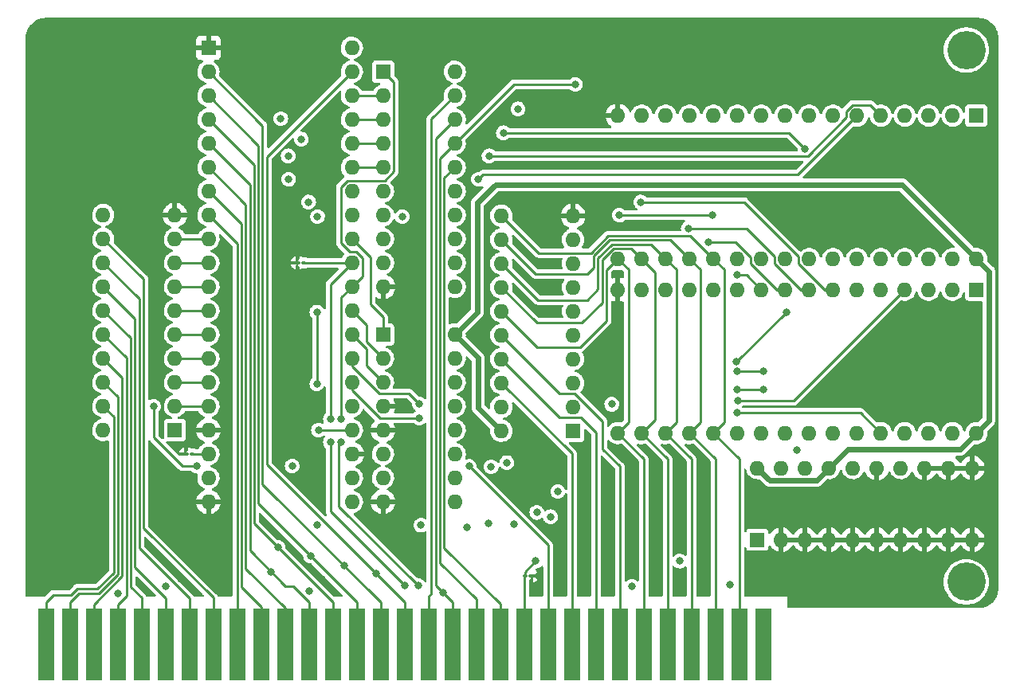
<source format=gtl>
%TF.GenerationSoftware,KiCad,Pcbnew,(6.0.9)*%
%TF.CreationDate,2023-01-14T12:16:42+02:00*%
%TF.ProjectId,CPU,4350552e-6b69-4636-9164-5f7063625858,rev?*%
%TF.SameCoordinates,Original*%
%TF.FileFunction,Copper,L1,Top*%
%TF.FilePolarity,Positive*%
%FSLAX46Y46*%
G04 Gerber Fmt 4.6, Leading zero omitted, Abs format (unit mm)*
G04 Created by KiCad (PCBNEW (6.0.9)) date 2023-01-14 12:16:42*
%MOMM*%
%LPD*%
G01*
G04 APERTURE LIST*
G04 Aperture macros list*
%AMRoundRect*
0 Rectangle with rounded corners*
0 $1 Rounding radius*
0 $2 $3 $4 $5 $6 $7 $8 $9 X,Y pos of 4 corners*
0 Add a 4 corners polygon primitive as box body*
4,1,4,$2,$3,$4,$5,$6,$7,$8,$9,$2,$3,0*
0 Add four circle primitives for the rounded corners*
1,1,$1+$1,$2,$3*
1,1,$1+$1,$4,$5*
1,1,$1+$1,$6,$7*
1,1,$1+$1,$8,$9*
0 Add four rect primitives between the rounded corners*
20,1,$1+$1,$2,$3,$4,$5,0*
20,1,$1+$1,$4,$5,$6,$7,0*
20,1,$1+$1,$6,$7,$8,$9,0*
20,1,$1+$1,$8,$9,$2,$3,0*%
G04 Aperture macros list end*
%TA.AperFunction,ComponentPad*%
%ADD10O,1.600000X1.600000*%
%TD*%
%TA.AperFunction,ComponentPad*%
%ADD11R,1.600000X1.600000*%
%TD*%
%TA.AperFunction,ConnectorPad*%
%ADD12R,1.778000X7.620000*%
%TD*%
%TA.AperFunction,ComponentPad*%
%ADD13C,4.064000*%
%TD*%
%TA.AperFunction,SMDPad,CuDef*%
%ADD14RoundRect,0.100000X0.130000X0.100000X-0.130000X0.100000X-0.130000X-0.100000X0.130000X-0.100000X0*%
%TD*%
%TA.AperFunction,SMDPad,CuDef*%
%ADD15RoundRect,0.100000X-0.130000X-0.100000X0.130000X-0.100000X0.130000X0.100000X-0.130000X0.100000X0*%
%TD*%
%TA.AperFunction,ViaPad*%
%ADD16C,0.800000*%
%TD*%
%TA.AperFunction,Conductor*%
%ADD17C,0.250000*%
%TD*%
%TA.AperFunction,Conductor*%
%ADD18C,0.600000*%
%TD*%
G04 APERTURE END LIST*
D10*
%TO.P,U19,32,VCC*%
%TO.N,VCC*%
X203000000Y-108015000D03*
%TO.P,U19,31,A15*%
%TO.N,A15*%
X200460000Y-108015000D03*
%TO.P,U19,30,A17*%
%TO.N,A17*%
X197920000Y-108015000D03*
%TO.P,U19,29,WE#*%
%TO.N,MEMW*%
X195380000Y-108015000D03*
%TO.P,U19,28,A13*%
%TO.N,A13*%
X192840000Y-108015000D03*
%TO.P,U19,27,A8*%
%TO.N,A8*%
X190300000Y-108015000D03*
%TO.P,U19,26,A9*%
%TO.N,A9*%
X187760000Y-108015000D03*
%TO.P,U19,25,A11*%
%TO.N,A11*%
X185220000Y-108015000D03*
%TO.P,U19,24,OE#*%
%TO.N,MEMR*%
X182680000Y-108015000D03*
%TO.P,U19,23,A10*%
%TO.N,A10*%
X180140000Y-108015000D03*
%TO.P,U19,22,CE#*%
%TO.N,CS640*%
X177600000Y-108015000D03*
%TO.P,U19,21,DQ7*%
%TO.N,D7*%
X175060000Y-108015000D03*
%TO.P,U19,20,DQ6*%
%TO.N,D6*%
X172520000Y-108015000D03*
%TO.P,U19,19,DQ5*%
%TO.N,D5*%
X169980000Y-108015000D03*
%TO.P,U19,18,DQ4*%
%TO.N,D4*%
X167440000Y-108015000D03*
%TO.P,U19,17,DQ3*%
%TO.N,D3*%
X164900000Y-108015000D03*
%TO.P,U19,16,VSS*%
%TO.N,GND*%
X164900000Y-92775000D03*
%TO.P,U19,15,DQ2*%
%TO.N,D2*%
X167440000Y-92775000D03*
%TO.P,U19,14,DQ1*%
%TO.N,D1*%
X169980000Y-92775000D03*
%TO.P,U19,13,DQ0*%
%TO.N,D0*%
X172520000Y-92775000D03*
%TO.P,U19,12,A0*%
%TO.N,A0*%
X175060000Y-92775000D03*
%TO.P,U19,11,A1*%
%TO.N,A1*%
X177600000Y-92775000D03*
%TO.P,U19,10,A2*%
%TO.N,A2*%
X180140000Y-92775000D03*
%TO.P,U19,9,A3*%
%TO.N,A3*%
X182680000Y-92775000D03*
%TO.P,U19,8,A4*%
%TO.N,A4*%
X185220000Y-92775000D03*
%TO.P,U19,7,A5*%
%TO.N,A5*%
X187760000Y-92775000D03*
%TO.P,U19,6,A6*%
%TO.N,A6*%
X190300000Y-92775000D03*
%TO.P,U19,5,A7*%
%TO.N,A7*%
X192840000Y-92775000D03*
%TO.P,U19,4,A12*%
%TO.N,A12*%
X195380000Y-92775000D03*
%TO.P,U19,3,A14*%
%TO.N,A14*%
X197920000Y-92775000D03*
%TO.P,U19,2,A16*%
%TO.N,A16*%
X200460000Y-92775000D03*
D11*
%TO.P,U19,1,A18*%
%TO.N,A18*%
X203000000Y-92775000D03*
%TD*%
D12*
%TO.P,BUS1,32,IO_CH_CK*%
%TO.N,unconnected-(BUS1-Pad32)*%
X180340000Y-130492500D03*
%TO.P,BUS1,33,SD7*%
%TO.N,D7*%
X177800000Y-130492500D03*
%TO.P,BUS1,34,SD6*%
%TO.N,D6*%
X175260000Y-130492500D03*
%TO.P,BUS1,35,SD5*%
%TO.N,D5*%
X172720000Y-130492500D03*
%TO.P,BUS1,36,SD4*%
%TO.N,D4*%
X170180000Y-130492500D03*
%TO.P,BUS1,37,SD3*%
%TO.N,D3*%
X167640000Y-130492500D03*
%TO.P,BUS1,38,SD2*%
%TO.N,D2*%
X165100000Y-130492500D03*
%TO.P,BUS1,39,SD1*%
%TO.N,D1*%
X162560000Y-130492500D03*
%TO.P,BUS1,40,SD0*%
%TO.N,D0*%
X160020000Y-130492500D03*
%TO.P,BUS1,41,IO_READY*%
%TO.N,IO_READY*%
X157480000Y-130492500D03*
%TO.P,BUS1,42,AEN*%
%TO.N,AEN*%
X154940000Y-130492500D03*
%TO.P,BUS1,43,SA19*%
%TO.N,A19*%
X152400000Y-130492500D03*
%TO.P,BUS1,44,SA18*%
%TO.N,A18*%
X149860000Y-130492500D03*
%TO.P,BUS1,45,SA17*%
%TO.N,A17*%
X147320000Y-130492500D03*
%TO.P,BUS1,46,SA16*%
%TO.N,A16*%
X144780000Y-130492500D03*
%TO.P,BUS1,47,SA15*%
%TO.N,A15*%
X142240000Y-130492500D03*
%TO.P,BUS1,48,SA14*%
%TO.N,A14*%
X139700000Y-130492500D03*
%TO.P,BUS1,49,SA13*%
%TO.N,A13*%
X137160000Y-130492500D03*
%TO.P,BUS1,50,SA12*%
%TO.N,A12*%
X134620000Y-130492500D03*
%TO.P,BUS1,51,SA11*%
%TO.N,A11*%
X132080000Y-130492500D03*
%TO.P,BUS1,52,SA10*%
%TO.N,A10*%
X129540000Y-130492500D03*
%TO.P,BUS1,53,SA9*%
%TO.N,A9*%
X127000000Y-130492500D03*
%TO.P,BUS1,54,SA8*%
%TO.N,A8*%
X124460000Y-130492500D03*
%TO.P,BUS1,55,SA7*%
%TO.N,A7*%
X121920000Y-130492500D03*
%TO.P,BUS1,56,SA6*%
%TO.N,A6*%
X119380000Y-130492500D03*
%TO.P,BUS1,57,SA5*%
%TO.N,A5*%
X116840000Y-130492500D03*
%TO.P,BUS1,58,SA4*%
%TO.N,A4*%
X114300000Y-130492500D03*
%TO.P,BUS1,59,SA3*%
%TO.N,A3*%
X111760000Y-130492500D03*
%TO.P,BUS1,60,SA2*%
%TO.N,A2*%
X109220000Y-130492500D03*
%TO.P,BUS1,61,SA1*%
%TO.N,A1*%
X106680000Y-130492500D03*
%TO.P,BUS1,62,SA0*%
%TO.N,A0*%
X104140000Y-130492500D03*
%TD*%
D11*
%TO.P,U2,1,A->B*%
%TO.N,DTR*%
X160150000Y-107775000D03*
D10*
%TO.P,U2,2,A0*%
%TO.N,AD0*%
X160150000Y-105235000D03*
%TO.P,U2,3,A1*%
%TO.N,AD1*%
X160150000Y-102695000D03*
%TO.P,U2,4,A2*%
%TO.N,AD2*%
X160150000Y-100155000D03*
%TO.P,U2,5,A3*%
%TO.N,AD3*%
X160150000Y-97615000D03*
%TO.P,U2,6,A4*%
%TO.N,AD4*%
X160150000Y-95075000D03*
%TO.P,U2,7,A5*%
%TO.N,AD5*%
X160150000Y-92535000D03*
%TO.P,U2,8,A6*%
%TO.N,AD6*%
X160150000Y-89995000D03*
%TO.P,U2,9,A7*%
%TO.N,AD7*%
X160150000Y-87455000D03*
%TO.P,U2,10,GND*%
%TO.N,GND*%
X160150000Y-84915000D03*
%TO.P,U2,11,B7*%
%TO.N,D7*%
X152530000Y-84915000D03*
%TO.P,U2,12,B6*%
%TO.N,D6*%
X152530000Y-87455000D03*
%TO.P,U2,13,B5*%
%TO.N,D5*%
X152530000Y-89995000D03*
%TO.P,U2,14,B4*%
%TO.N,D4*%
X152530000Y-92535000D03*
%TO.P,U2,15,B3*%
%TO.N,D3*%
X152530000Y-95075000D03*
%TO.P,U2,16,B2*%
%TO.N,D2*%
X152530000Y-97615000D03*
%TO.P,U2,17,B1*%
%TO.N,D1*%
X152530000Y-100155000D03*
%TO.P,U2,18,B0*%
%TO.N,D0*%
X152530000Y-102695000D03*
%TO.P,U2,19,CE*%
%TO.N,DEN*%
X152530000Y-105235000D03*
%TO.P,U2,20,VCC*%
%TO.N,VCC*%
X152530000Y-107775000D03*
%TD*%
D11*
%TO.P,U21,1,G*%
%TO.N,AEN*%
X179725000Y-119350000D03*
D10*
%TO.P,U21,2,P0*%
%TO.N,GND*%
X182265000Y-119350000D03*
%TO.P,U21,3,R0*%
X184805000Y-119350000D03*
%TO.P,U21,4,P1*%
X187345000Y-119350000D03*
%TO.P,U21,5,R1*%
X189885000Y-119350000D03*
%TO.P,U21,6,P2*%
X192425000Y-119350000D03*
%TO.P,U21,7,R2*%
X194965000Y-119350000D03*
%TO.P,U21,8,P3*%
X197505000Y-119350000D03*
%TO.P,U21,9,R3*%
X200045000Y-119350000D03*
%TO.P,U21,10,GND*%
X202585000Y-119350000D03*
%TO.P,U21,11,P4*%
X202585000Y-111730000D03*
%TO.P,U21,12,R4*%
X200045000Y-111730000D03*
%TO.P,U21,13,P5*%
X197505000Y-111730000D03*
%TO.P,U21,14,R5*%
%TO.N,A17*%
X194965000Y-111730000D03*
%TO.P,U21,15,P6*%
%TO.N,GND*%
X192425000Y-111730000D03*
%TO.P,U21,16,R6*%
%TO.N,A18*%
X189885000Y-111730000D03*
%TO.P,U21,17,P7*%
%TO.N,VCC*%
X187345000Y-111730000D03*
%TO.P,U21,18,R7*%
%TO.N,A19*%
X184805000Y-111730000D03*
%TO.P,U21,19,P=R*%
%TO.N,CS640*%
X182265000Y-111730000D03*
%TO.P,U21,20,VCC*%
%TO.N,VCC*%
X179725000Y-111730000D03*
%TD*%
D11*
%TO.P,U1,1,GND*%
%TO.N,GND*%
X121407000Y-67061000D03*
D10*
%TO.P,U1,2,A14*%
%TO.N,A14*%
X121407000Y-69601000D03*
%TO.P,U1,3,A13*%
%TO.N,A13*%
X121407000Y-72141000D03*
%TO.P,U1,4,A12*%
%TO.N,A12*%
X121407000Y-74681000D03*
%TO.P,U1,5,A11*%
%TO.N,A11*%
X121407000Y-77221000D03*
%TO.P,U1,6,A10*%
%TO.N,A10*%
X121407000Y-79761000D03*
%TO.P,U1,7,A9*%
%TO.N,A9*%
X121407000Y-82301000D03*
%TO.P,U1,8,A8*%
%TO.N,A8*%
X121407000Y-84841000D03*
%TO.P,U1,9,AD7*%
%TO.N,AD7*%
X121407000Y-87381000D03*
%TO.P,U1,10,AD6*%
%TO.N,AD6*%
X121407000Y-89921000D03*
%TO.P,U1,11,AD5*%
%TO.N,AD5*%
X121407000Y-92461000D03*
%TO.P,U1,12,AD4*%
%TO.N,AD4*%
X121407000Y-95001000D03*
%TO.P,U1,13,AD3*%
%TO.N,AD3*%
X121407000Y-97541000D03*
%TO.P,U1,14,AD2*%
%TO.N,AD2*%
X121407000Y-100081000D03*
%TO.P,U1,15,AD1*%
%TO.N,AD1*%
X121407000Y-102621000D03*
%TO.P,U1,16,AD0*%
%TO.N,AD0*%
X121407000Y-105161000D03*
%TO.P,U1,17,NMI*%
%TO.N,GND*%
X121407000Y-107701000D03*
%TO.P,U1,18,INTR*%
%TO.N,INT*%
X121407000Y-110241000D03*
%TO.P,U1,19,CLK*%
%TO.N,CLK*%
X121407000Y-112781000D03*
%TO.P,U1,20,GND*%
%TO.N,GND*%
X121407000Y-115321000D03*
%TO.P,U1,21,RESET*%
%TO.N,RESET*%
X136647000Y-115321000D03*
%TO.P,U1,22,READY*%
%TO.N,IO_READY*%
X136647000Y-112781000D03*
%TO.P,U1,23,~{TEST}*%
%TO.N,GND*%
X136647000Y-110241000D03*
%TO.P,U1,24,~{INTA}*%
%TO.N,INTACK*%
X136647000Y-107701000D03*
%TO.P,U1,25,ALE*%
%TO.N,ALE*%
X136647000Y-105161000D03*
%TO.P,U1,26,DEN*%
%TO.N,DEN*%
X136647000Y-102621000D03*
%TO.P,U1,27,DT/~{R}*%
%TO.N,DTR*%
X136647000Y-100081000D03*
%TO.P,U1,28,IO/~{M}*%
%TO.N,IOM*%
X136647000Y-97541000D03*
%TO.P,U1,29,WR*%
%TO.N,WR*%
X136647000Y-95001000D03*
%TO.P,U1,30,HLDA*%
%TO.N,HLDA*%
X136647000Y-92461000D03*
%TO.P,U1,31,HOLD*%
%TO.N,HOLD*%
X136647000Y-89921000D03*
%TO.P,U1,32,~{RD}*%
%TO.N,RD*%
X136647000Y-87381000D03*
%TO.P,U1,33,MN/~{MX}*%
%TO.N,VCC*%
X136647000Y-84841000D03*
%TO.P,U1,34,~{SSO}*%
%TO.N,unconnected-(U1-Pad34)*%
X136647000Y-82301000D03*
%TO.P,U1,35,A19/S6*%
%TO.N,A_19*%
X136647000Y-79761000D03*
%TO.P,U1,36,A18/S5*%
%TO.N,A_18*%
X136647000Y-77221000D03*
%TO.P,U1,37,A17/S4*%
%TO.N,A_17*%
X136647000Y-74681000D03*
%TO.P,U1,38,A16/S3*%
%TO.N,A_16*%
X136647000Y-72141000D03*
%TO.P,U1,39,A15*%
%TO.N,A15*%
X136647000Y-69601000D03*
%TO.P,U1,40,VCC*%
%TO.N,VCC*%
X136647000Y-67061000D03*
%TD*%
D11*
%TO.P,U7,1,OE*%
%TO.N,HLDA*%
X139964000Y-69601000D03*
D10*
%TO.P,U7,2,D0*%
%TO.N,A_16*%
X139964000Y-72141000D03*
%TO.P,U7,3,D1*%
%TO.N,A_17*%
X139964000Y-74681000D03*
%TO.P,U7,4,D2*%
%TO.N,A_18*%
X139964000Y-77221000D03*
%TO.P,U7,5,D3*%
%TO.N,A_19*%
X139964000Y-79761000D03*
%TO.P,U7,6,D4*%
%TO.N,unconnected-(U7-Pad6)*%
X139964000Y-82301000D03*
%TO.P,U7,7,D5*%
%TO.N,unconnected-(U7-Pad7)*%
X139964000Y-84841000D03*
%TO.P,U7,8,D6*%
%TO.N,unconnected-(U7-Pad8)*%
X139964000Y-87381000D03*
%TO.P,U7,9,D7*%
%TO.N,unconnected-(U7-Pad9)*%
X139964000Y-89921000D03*
%TO.P,U7,10,GND*%
%TO.N,GND*%
X139964000Y-92461000D03*
%TO.P,U7,11,Load*%
%TO.N,ALE*%
X147584000Y-92461000D03*
%TO.P,U7,12,Q7*%
%TO.N,unconnected-(U7-Pad12)*%
X147584000Y-89921000D03*
%TO.P,U7,13,Q6*%
%TO.N,unconnected-(U7-Pad13)*%
X147584000Y-87381000D03*
%TO.P,U7,14,Q5*%
%TO.N,unconnected-(U7-Pad14)*%
X147584000Y-84841000D03*
%TO.P,U7,15,Q4*%
%TO.N,unconnected-(U7-Pad15)*%
X147584000Y-82301000D03*
%TO.P,U7,16,Q3*%
%TO.N,A19*%
X147584000Y-79761000D03*
%TO.P,U7,17,Q2*%
%TO.N,A18*%
X147584000Y-77221000D03*
%TO.P,U7,18,Q1*%
%TO.N,A17*%
X147584000Y-74681000D03*
%TO.P,U7,19,Q0*%
%TO.N,A16*%
X147584000Y-72141000D03*
%TO.P,U7,20,VCC*%
%TO.N,VCC*%
X147584000Y-69601000D03*
%TD*%
D11*
%TO.P,U4,1,A0*%
%TO.N,RD*%
X139954000Y-97536000D03*
D10*
%TO.P,U4,2,A1*%
%TO.N,WR*%
X139954000Y-100076000D03*
%TO.P,U4,3,A2*%
%TO.N,IOM*%
X139954000Y-102616000D03*
%TO.P,U4,4,E1*%
%TO.N,GND*%
X139954000Y-105156000D03*
%TO.P,U4,5,E2*%
X139954000Y-107696000D03*
%TO.P,U4,6,E3*%
%TO.N,VCC*%
X139954000Y-110236000D03*
%TO.P,U4,7,O7*%
%TO.N,unconnected-(U4-Pad7)*%
X139954000Y-112776000D03*
%TO.P,U4,8,GND*%
%TO.N,GND*%
X139954000Y-115316000D03*
%TO.P,U4,9,O6*%
%TO.N,IOR*%
X147574000Y-115316000D03*
%TO.P,U4,10,O5*%
%TO.N,IOW*%
X147574000Y-112776000D03*
%TO.P,U4,11,O4*%
%TO.N,unconnected-(U4-Pad11)*%
X147574000Y-110236000D03*
%TO.P,U4,12,O3*%
%TO.N,unconnected-(U4-Pad12)*%
X147574000Y-107696000D03*
%TO.P,U4,13,O2*%
%TO.N,MEMR*%
X147574000Y-105156000D03*
%TO.P,U4,14,O1*%
%TO.N,MEMW*%
X147574000Y-102616000D03*
%TO.P,U4,15,O0*%
%TO.N,unconnected-(U4-Pad15)*%
X147574000Y-100076000D03*
%TO.P,U4,16,VCC*%
%TO.N,VCC*%
X147574000Y-97536000D03*
%TD*%
D11*
%TO.P,U3,1,OE*%
%TO.N,HLDA*%
X117846000Y-107691000D03*
D10*
%TO.P,U3,2,D0*%
%TO.N,AD0*%
X117846000Y-105151000D03*
%TO.P,U3,3,D1*%
%TO.N,AD1*%
X117846000Y-102611000D03*
%TO.P,U3,4,D2*%
%TO.N,AD2*%
X117846000Y-100071000D03*
%TO.P,U3,5,D3*%
%TO.N,AD3*%
X117846000Y-97531000D03*
%TO.P,U3,6,D4*%
%TO.N,AD4*%
X117846000Y-94991000D03*
%TO.P,U3,7,D5*%
%TO.N,AD5*%
X117846000Y-92451000D03*
%TO.P,U3,8,D6*%
%TO.N,AD6*%
X117846000Y-89911000D03*
%TO.P,U3,9,D7*%
%TO.N,AD7*%
X117846000Y-87371000D03*
%TO.P,U3,10,GND*%
%TO.N,GND*%
X117846000Y-84831000D03*
%TO.P,U3,11,Load*%
%TO.N,ALE*%
X110226000Y-84831000D03*
%TO.P,U3,12,Q7*%
%TO.N,A7*%
X110226000Y-87371000D03*
%TO.P,U3,13,Q6*%
%TO.N,A6*%
X110226000Y-89911000D03*
%TO.P,U3,14,Q5*%
%TO.N,A5*%
X110226000Y-92451000D03*
%TO.P,U3,15,Q4*%
%TO.N,A4*%
X110226000Y-94991000D03*
%TO.P,U3,16,Q3*%
%TO.N,A3*%
X110226000Y-97531000D03*
%TO.P,U3,17,Q2*%
%TO.N,A2*%
X110226000Y-100071000D03*
%TO.P,U3,18,Q1*%
%TO.N,A1*%
X110226000Y-102611000D03*
%TO.P,U3,19,Q0*%
%TO.N,A0*%
X110226000Y-105151000D03*
%TO.P,U3,20,VCC*%
%TO.N,VCC*%
X110226000Y-107691000D03*
%TD*%
D13*
%TO.P,HOLE1,1,1*%
%TO.N,unconnected-(HOLE1-Pad1)*%
X201930000Y-67310000D03*
%TD*%
%TO.P,HOLE2,1,1*%
%TO.N,unconnected-(HOLE2-Pad1)*%
X201930000Y-123825000D03*
%TD*%
D11*
%TO.P,U5,1,A18*%
%TO.N,A18*%
X203000000Y-74275000D03*
D10*
%TO.P,U5,2,A16*%
%TO.N,A16*%
X200460000Y-74275000D03*
%TO.P,U5,3,A14*%
%TO.N,A14*%
X197920000Y-74275000D03*
%TO.P,U5,4,A12*%
%TO.N,A12*%
X195380000Y-74275000D03*
%TO.P,U5,5,A7*%
%TO.N,A7*%
X192840000Y-74275000D03*
%TO.P,U5,6,A6*%
%TO.N,A6*%
X190300000Y-74275000D03*
%TO.P,U5,7,A5*%
%TO.N,A5*%
X187760000Y-74275000D03*
%TO.P,U5,8,A4*%
%TO.N,A4*%
X185220000Y-74275000D03*
%TO.P,U5,9,A3*%
%TO.N,A3*%
X182680000Y-74275000D03*
%TO.P,U5,10,A2*%
%TO.N,A2*%
X180140000Y-74275000D03*
%TO.P,U5,11,A1*%
%TO.N,A1*%
X177600000Y-74275000D03*
%TO.P,U5,12,A0*%
%TO.N,A0*%
X175060000Y-74275000D03*
%TO.P,U5,13,DQ0*%
%TO.N,D0*%
X172520000Y-74275000D03*
%TO.P,U5,14,DQ1*%
%TO.N,D1*%
X169980000Y-74275000D03*
%TO.P,U5,15,DQ2*%
%TO.N,D2*%
X167440000Y-74275000D03*
%TO.P,U5,16,VSS*%
%TO.N,GND*%
X164900000Y-74275000D03*
%TO.P,U5,17,DQ3*%
%TO.N,D3*%
X164900000Y-89515000D03*
%TO.P,U5,18,DQ4*%
%TO.N,D4*%
X167440000Y-89515000D03*
%TO.P,U5,19,DQ5*%
%TO.N,D5*%
X169980000Y-89515000D03*
%TO.P,U5,20,DQ6*%
%TO.N,D6*%
X172520000Y-89515000D03*
%TO.P,U5,21,DQ7*%
%TO.N,D7*%
X175060000Y-89515000D03*
%TO.P,U5,22,CE#*%
%TO.N,A19*%
X177600000Y-89515000D03*
%TO.P,U5,23,A10*%
%TO.N,A10*%
X180140000Y-89515000D03*
%TO.P,U5,24,OE#*%
%TO.N,MEMR*%
X182680000Y-89515000D03*
%TO.P,U5,25,A11*%
%TO.N,A11*%
X185220000Y-89515000D03*
%TO.P,U5,26,A9*%
%TO.N,A9*%
X187760000Y-89515000D03*
%TO.P,U5,27,A8*%
%TO.N,A8*%
X190300000Y-89515000D03*
%TO.P,U5,28,A13*%
%TO.N,A13*%
X192840000Y-89515000D03*
%TO.P,U5,29,WE#*%
%TO.N,MEMW*%
X195380000Y-89515000D03*
%TO.P,U5,30,A17*%
%TO.N,A17*%
X197920000Y-89515000D03*
%TO.P,U5,31,A15*%
%TO.N,A15*%
X200460000Y-89515000D03*
%TO.P,U5,32,VCC*%
%TO.N,VCC*%
X203000000Y-89515000D03*
%TD*%
D14*
%TO.P,R2,1*%
%TO.N,INT*%
X119700000Y-110236000D03*
%TO.P,R2,2*%
%TO.N,GND*%
X119060000Y-110236000D03*
%TD*%
%TO.P,R1,1*%
%TO.N,HOLD*%
X131547000Y-89916000D03*
%TO.P,R1,2*%
%TO.N,GND*%
X130907000Y-89916000D03*
%TD*%
D15*
%TO.P,R3,1*%
%TO.N,AEN*%
X155037000Y-123190000D03*
%TO.P,R3,2*%
%TO.N,GND*%
X155677000Y-123190000D03*
%TD*%
D16*
%TO.N,GND*%
X121500000Y-119000000D03*
X118500000Y-115500000D03*
X119000000Y-119000000D03*
X121500000Y-121500000D03*
X114500000Y-124500000D03*
X118500000Y-123500000D03*
X133500000Y-123500000D03*
X159000000Y-120000000D03*
X161500000Y-124000000D03*
X161500000Y-115000000D03*
X164000000Y-115000000D03*
X164000000Y-124000000D03*
X166500000Y-115000000D03*
X166500000Y-120000000D03*
X171500000Y-124000000D03*
X174000000Y-113000000D03*
X171500000Y-115000000D03*
X169000000Y-115000000D03*
X201500000Y-102000000D03*
X201500000Y-98000000D03*
X157500000Y-95000000D03*
X157500000Y-92500000D03*
X157500000Y-90000000D03*
X157500000Y-87500000D03*
X156500000Y-85000000D03*
X160020000Y-68580000D03*
X165100000Y-68580000D03*
X170180000Y-68580000D03*
X175260000Y-68580000D03*
X180340000Y-68580000D03*
X185420000Y-68580000D03*
X190500000Y-68580000D03*
X195580000Y-68580000D03*
X195580000Y-124460000D03*
X190500000Y-124460000D03*
X185420000Y-124460000D03*
X119380000Y-78740000D03*
X114300000Y-78740000D03*
X109220000Y-78740000D03*
X109220000Y-73660000D03*
X114300000Y-73660000D03*
X119380000Y-73660000D03*
X119380000Y-68580000D03*
X114300000Y-68580000D03*
X104140000Y-68580000D03*
X104140000Y-73660000D03*
X104140000Y-78740000D03*
X104140000Y-83820000D03*
X104140000Y-88900000D03*
X104140000Y-93980000D03*
X104140000Y-99060000D03*
X104140000Y-104140000D03*
X104140000Y-109220000D03*
X104140000Y-114300000D03*
X104140000Y-119380000D03*
%TO.N,MEMW*%
X153100000Y-111150000D03*
X164250000Y-104950000D03*
%TO.N,MEMR*%
X151450000Y-111600000D03*
%TO.N,MEMW*%
X177550000Y-101450000D03*
%TO.N,MEMR*%
X177600000Y-103400000D03*
X180350000Y-103400000D03*
%TO.N,MEMW*%
X180350000Y-101450000D03*
%TO.N,A10*%
X142000000Y-85000000D03*
X133000000Y-85000000D03*
X165050000Y-84850000D03*
X174975000Y-84850000D03*
%TO.N,A11*%
X128025000Y-122750000D03*
X132975000Y-117800000D03*
X144000000Y-117800000D03*
X177525000Y-100425000D03*
X182800000Y-95150000D03*
%TO.N,A12*%
X128775000Y-120150000D03*
X148900000Y-118025000D03*
X177625000Y-104575000D03*
%TO.N,A13*%
X132250000Y-121075000D03*
X151175000Y-117650000D03*
X177600000Y-105875000D03*
%TO.N,A14*%
X135825000Y-122100000D03*
X156300000Y-116450000D03*
X158525000Y-114225000D03*
X183900000Y-109800000D03*
%TO.N,A15*%
X139225000Y-122975000D03*
X153875000Y-117675000D03*
%TO.N,A17*%
X146300000Y-124975000D03*
X157750000Y-116900000D03*
%TO.N,A9*%
X154294000Y-73556000D03*
X129100000Y-74600000D03*
%TO.N,A8*%
X184775000Y-77775000D03*
X152746000Y-76096000D03*
X131275000Y-76775000D03*
%TO.N,AEN*%
X171475000Y-121625000D03*
X156200000Y-121625000D03*
%TO.N,A18*%
X160400000Y-70950000D03*
%TO.N,GND*%
X130125000Y-95100000D03*
X131800000Y-92650000D03*
X129325000Y-90150000D03*
X123300000Y-97600000D03*
%TO.N,ALE*%
X132925000Y-102775000D03*
X132925000Y-95150000D03*
%TO.N,A7*%
X151225000Y-78550000D03*
X129875000Y-78550000D03*
%TO.N,A6*%
X150100000Y-81050000D03*
X129925000Y-81050000D03*
%TO.N,A5*%
X167350000Y-83450000D03*
X132050000Y-83450000D03*
%TO.N,A4*%
X172394000Y-86256000D03*
%TO.N,A3*%
X174500000Y-87750000D03*
%TO.N,A2*%
X177550000Y-91200000D03*
%TO.N,GND*%
X156500000Y-123200000D03*
%TO.N,INT*%
X166400000Y-124300000D03*
%TO.N,DTR*%
X143800000Y-104900000D03*
%TO.N,DEN*%
X143800000Y-106400000D03*
%TO.N,HOLD*%
X134366000Y-108984000D03*
%TO.N,HLDA*%
X135522000Y-108978000D03*
X143675000Y-124200000D03*
%TO.N,HOLD*%
X142240000Y-124206000D03*
%TO.N,RESET*%
X176850000Y-124150000D03*
%TO.N,IO_READY*%
X149100000Y-111550000D03*
%TO.N,INTACK*%
X116840000Y-124315000D03*
%TO.N,ALE*%
X111760000Y-125035000D03*
%TO.N,CLK*%
X132080000Y-124805000D03*
%TO.N,A0*%
X120142000Y-111506000D03*
X115570000Y-105156000D03*
%TO.N,HLDA*%
X135522000Y-106540000D03*
%TO.N,HOLD*%
X134366000Y-106540000D03*
%TO.N,INTACK*%
X133096000Y-107696000D03*
%TO.N,A0*%
X130302000Y-111506000D03*
%TD*%
D17*
%TO.N,RD*%
X139954000Y-95704000D02*
X139954000Y-97536000D01*
X138600000Y-94350000D02*
X139954000Y-95704000D01*
X138600000Y-89334000D02*
X138600000Y-94350000D01*
X136647000Y-87381000D02*
X138600000Y-89334000D01*
%TO.N,A16*%
X144780000Y-125420000D02*
X144780000Y-130492500D01*
X145109000Y-125091000D02*
X144780000Y-125420000D01*
X145099000Y-125081000D02*
X145109000Y-125091000D01*
X145099000Y-74626000D02*
X145099000Y-125081000D01*
X147584000Y-72141000D02*
X145099000Y-74626000D01*
%TO.N,A17*%
X147320000Y-125984000D02*
X147320000Y-130492500D01*
X145549000Y-124213000D02*
X147320000Y-125984000D01*
X145549000Y-76716000D02*
X145549000Y-124213000D01*
X147584000Y-74681000D02*
X145549000Y-76716000D01*
%TO.N,A18*%
X149860000Y-125685000D02*
X149860000Y-130492500D01*
X145999000Y-78806000D02*
X145999000Y-121824000D01*
X145999000Y-121824000D02*
X149860000Y-125685000D01*
X147584000Y-77221000D02*
X145999000Y-78806000D01*
%TO.N,A19*%
X152400000Y-126175000D02*
X152400000Y-130492500D01*
X146449000Y-120224000D02*
X152400000Y-126175000D01*
X147584000Y-79761000D02*
X146449000Y-80896000D01*
X146449000Y-80896000D02*
X146449000Y-120224000D01*
%TO.N,MEMW*%
X180350000Y-101450000D02*
X177550000Y-101450000D01*
%TO.N,MEMR*%
X180350000Y-103400000D02*
X177600000Y-103400000D01*
%TO.N,A10*%
X174975000Y-84850000D02*
X165050000Y-84850000D01*
X125360000Y-122435000D02*
X125360000Y-83714000D01*
X125360000Y-83714000D02*
X121407000Y-79761000D01*
X129540000Y-126615000D02*
X125360000Y-122435000D01*
X129540000Y-130492500D02*
X129540000Y-126615000D01*
%TO.N,A9*%
X127000000Y-126515000D02*
X124910000Y-124425000D01*
X124910000Y-124425000D02*
X124910000Y-85804000D01*
X127000000Y-130492500D02*
X127000000Y-126515000D01*
X124910000Y-85804000D02*
X121407000Y-82301000D01*
%TO.N,A11*%
X125810000Y-81624000D02*
X121407000Y-77221000D01*
X130400000Y-124300000D02*
X129600000Y-124300000D01*
X132080000Y-125980000D02*
X130400000Y-124300000D01*
X132080000Y-130492500D02*
X132080000Y-125980000D01*
X129600000Y-124300000D02*
X125810000Y-120510000D01*
X125810000Y-120510000D02*
X125810000Y-81624000D01*
X182800000Y-95150000D02*
X177525000Y-100425000D01*
%TO.N,A12*%
X180525000Y-104575000D02*
X177625000Y-104575000D01*
X195380000Y-92775000D02*
X183580000Y-104575000D01*
X183580000Y-104575000D02*
X180525000Y-104575000D01*
%TO.N,A13*%
X190700000Y-105875000D02*
X177600000Y-105875000D01*
X192840000Y-108015000D02*
X190700000Y-105875000D01*
%TO.N,A8*%
X183096000Y-76096000D02*
X184775000Y-77775000D01*
X152746000Y-76096000D02*
X183096000Y-76096000D01*
%TO.N,AEN*%
X155037000Y-122788000D02*
X156200000Y-121625000D01*
X155037000Y-123190000D02*
X155037000Y-122788000D01*
%TO.N,A18*%
X153855000Y-70950000D02*
X147584000Y-77221000D01*
X160400000Y-70950000D02*
X153855000Y-70950000D01*
%TO.N,ALE*%
X132925000Y-95150000D02*
X132925000Y-102775000D01*
%TO.N,A7*%
X191715000Y-73150000D02*
X192840000Y-74275000D01*
X189834009Y-73150000D02*
X191715000Y-73150000D01*
X189175000Y-73809009D02*
X189834009Y-73150000D01*
X189175000Y-74450991D02*
X189175000Y-73809009D01*
X185075991Y-78550000D02*
X189175000Y-74450991D01*
X151225000Y-78550000D02*
X185075991Y-78550000D01*
%TO.N,A6*%
X150600000Y-80550000D02*
X150100000Y-81050000D01*
X184025000Y-80550000D02*
X150600000Y-80550000D01*
X190300000Y-74275000D02*
X184025000Y-80550000D01*
%TO.N,A5*%
X186889009Y-92775000D02*
X187760000Y-92775000D01*
X178300000Y-83450000D02*
X184095000Y-89245000D01*
X184095000Y-89245000D02*
X184095000Y-89980991D01*
X167350000Y-83450000D02*
X178300000Y-83450000D01*
X184095000Y-89980991D02*
X186889009Y-92775000D01*
%TO.N,A4*%
X184349009Y-92775000D02*
X185220000Y-92775000D01*
X181555000Y-89980991D02*
X184349009Y-92775000D01*
X178606000Y-86256000D02*
X181555000Y-89205000D01*
X181555000Y-89205000D02*
X181555000Y-89980991D01*
X172394000Y-86256000D02*
X178606000Y-86256000D01*
%TO.N,A3*%
X181809009Y-92775000D02*
X182680000Y-92775000D01*
X179015000Y-89980991D02*
X181809009Y-92775000D01*
X177425991Y-87750000D02*
X179015000Y-89339009D01*
X179015000Y-89339009D02*
X179015000Y-89980991D01*
X174500000Y-87750000D02*
X177425991Y-87750000D01*
%TO.N,A2*%
X178565000Y-91200000D02*
X180140000Y-92775000D01*
X177550000Y-91200000D02*
X178565000Y-91200000D01*
D18*
%TO.N,VCC*%
X150050000Y-100012000D02*
X147574000Y-97536000D01*
X152530000Y-107775000D02*
X150050000Y-105295000D01*
X150050000Y-105295000D02*
X150050000Y-100012000D01*
X150000000Y-95150000D02*
X149960000Y-95150000D01*
X150000000Y-83500000D02*
X150000000Y-95150000D01*
X149960000Y-95150000D02*
X147574000Y-97536000D01*
X195085000Y-81600000D02*
X151900000Y-81600000D01*
X203000000Y-89515000D02*
X195085000Y-81600000D01*
X151900000Y-81600000D02*
X150000000Y-83500000D01*
X204300000Y-90815000D02*
X203000000Y-89515000D01*
X204300000Y-106715000D02*
X204300000Y-90815000D01*
X203000000Y-108015000D02*
X204300000Y-106715000D01*
X201265000Y-109750000D02*
X203000000Y-108015000D01*
X189325000Y-109750000D02*
X201265000Y-109750000D01*
X187345000Y-111730000D02*
X189325000Y-109750000D01*
X181025000Y-113030000D02*
X179725000Y-111730000D01*
X187345000Y-111730000D02*
X186045000Y-113030000D01*
X186045000Y-113030000D02*
X181025000Y-113030000D01*
D17*
%TO.N,D2*%
X160325991Y-103820000D02*
X158735000Y-103820000D01*
X158735000Y-103820000D02*
X152530000Y-97615000D01*
X163250000Y-106744009D02*
X160325991Y-103820000D01*
X163250000Y-109700000D02*
X163250000Y-106744009D01*
X165100000Y-111550000D02*
X163250000Y-109700000D01*
X165100000Y-130492500D02*
X165100000Y-111550000D01*
%TO.N,D1*%
X158735000Y-106360000D02*
X152530000Y-100155000D01*
X162560000Y-107935000D02*
X160985000Y-106360000D01*
X160985000Y-106360000D02*
X158735000Y-106360000D01*
X162560000Y-130492500D02*
X162560000Y-107935000D01*
%TO.N,D7*%
X156485000Y-88870000D02*
X152530000Y-84915000D01*
X162044821Y-88870000D02*
X156485000Y-88870000D01*
X172585000Y-87040000D02*
X163874821Y-87040000D01*
X163874821Y-87040000D02*
X162044821Y-88870000D01*
X175060000Y-89515000D02*
X172585000Y-87040000D01*
%TO.N,D6*%
X161675000Y-91125000D02*
X156200000Y-91125000D01*
X156200000Y-91125000D02*
X152530000Y-87455000D01*
X162350000Y-90450000D02*
X161675000Y-91125000D01*
X162350000Y-89201217D02*
X162350000Y-90450000D01*
X164061217Y-87490000D02*
X162350000Y-89201217D01*
X170495000Y-87490000D02*
X164061217Y-87490000D01*
X172520000Y-89515000D02*
X170495000Y-87490000D01*
%TO.N,D5*%
X156410000Y-93875000D02*
X152530000Y-89995000D01*
X161625000Y-93875000D02*
X156410000Y-93875000D01*
X162800000Y-92700000D02*
X161625000Y-93875000D01*
X162800000Y-89387613D02*
X162800000Y-92700000D01*
X164247613Y-87940000D02*
X162800000Y-89387613D01*
X168405000Y-87940000D02*
X164247613Y-87940000D01*
X169980000Y-89515000D02*
X168405000Y-87940000D01*
%TO.N,D4*%
X156295000Y-96300000D02*
X152530000Y-92535000D01*
X161100000Y-96300000D02*
X156295000Y-96300000D01*
X164434009Y-88390000D02*
X163250000Y-89574009D01*
X163250000Y-89574009D02*
X163250000Y-94150000D01*
X166315000Y-88390000D02*
X164434009Y-88390000D01*
X163250000Y-94150000D02*
X161100000Y-96300000D01*
X167440000Y-89515000D02*
X166315000Y-88390000D01*
%TO.N,D3*%
X156330000Y-98875000D02*
X152530000Y-95075000D01*
X160925000Y-98875000D02*
X156330000Y-98875000D01*
X163700000Y-96100000D02*
X160925000Y-98875000D01*
X163700000Y-90715000D02*
X163700000Y-96100000D01*
X164900000Y-89515000D02*
X163700000Y-90715000D01*
X166025000Y-90640000D02*
X164900000Y-89515000D01*
X166025000Y-106890000D02*
X166025000Y-90640000D01*
X164900000Y-108015000D02*
X166025000Y-106890000D01*
%TO.N,D4*%
X168855000Y-90930000D02*
X167440000Y-89515000D01*
X168855000Y-106600000D02*
X168855000Y-90930000D01*
X167440000Y-108015000D02*
X168855000Y-106600000D01*
%TO.N,D5*%
X171105000Y-90640000D02*
X169980000Y-89515000D01*
X171105000Y-106890000D02*
X171105000Y-90640000D01*
X169980000Y-108015000D02*
X171105000Y-106890000D01*
%TO.N,D6*%
X173645000Y-106890000D02*
X173645000Y-90640000D01*
X173645000Y-90640000D02*
X172520000Y-89515000D01*
X172520000Y-108015000D02*
X173645000Y-106890000D01*
%TO.N,D7*%
X176185000Y-106890000D02*
X176185000Y-90640000D01*
X176185000Y-90640000D02*
X175060000Y-89515000D01*
X175060000Y-108015000D02*
X176185000Y-106890000D01*
%TO.N,D3*%
X167640000Y-110755000D02*
X164900000Y-108015000D01*
X167640000Y-130492500D02*
X167640000Y-110755000D01*
%TO.N,D4*%
X170180000Y-110755000D02*
X167440000Y-108015000D01*
X170180000Y-130492500D02*
X170180000Y-110755000D01*
%TO.N,D5*%
X172720000Y-110755000D02*
X169980000Y-108015000D01*
X172720000Y-130492500D02*
X172720000Y-110755000D01*
%TO.N,D6*%
X175260000Y-110755000D02*
X172520000Y-108015000D01*
X175260000Y-130492500D02*
X175260000Y-110755000D01*
%TO.N,D7*%
X177800000Y-110755000D02*
X175060000Y-108015000D01*
X177800000Y-130492500D02*
X177800000Y-110755000D01*
%TO.N,DTR*%
X142700000Y-103800000D02*
X143800000Y-104900000D01*
X142100000Y-103800000D02*
X142700000Y-103800000D01*
X139547009Y-103800000D02*
X142100000Y-103800000D01*
X136647000Y-100899991D02*
X139547009Y-103800000D01*
X136647000Y-100081000D02*
X136647000Y-100899991D01*
%TO.N,DEN*%
X139607009Y-106400000D02*
X143800000Y-106400000D01*
X136647000Y-103439991D02*
X139607009Y-106400000D01*
X136647000Y-102621000D02*
X136647000Y-103439991D01*
%TO.N,A2*%
X109220000Y-126240792D02*
X109220000Y-130492500D01*
X112251000Y-123209792D02*
X109220000Y-126240792D01*
X112251000Y-102096000D02*
X112251000Y-123209792D01*
X110226000Y-100071000D02*
X112251000Y-102096000D01*
%TO.N,A7*%
X114501000Y-91646000D02*
X110226000Y-87371000D01*
X121920000Y-125520000D02*
X114501000Y-118101000D01*
X114501000Y-118101000D02*
X114501000Y-91646000D01*
X121920000Y-130492500D02*
X121920000Y-125520000D01*
%TO.N,A6*%
X114051000Y-93736000D02*
X110226000Y-89911000D01*
X114051000Y-120251000D02*
X114051000Y-93736000D01*
X119380000Y-130492500D02*
X119380000Y-125580000D01*
X119380000Y-125580000D02*
X114051000Y-120251000D01*
%TO.N,A5*%
X113601000Y-95826000D02*
X110226000Y-92451000D01*
X113601000Y-122301000D02*
X113601000Y-95826000D01*
X116840000Y-125540000D02*
X113601000Y-122301000D01*
X116840000Y-130492500D02*
X116840000Y-125540000D01*
%TO.N,A4*%
X113151000Y-97916000D02*
X110226000Y-94991000D01*
X113151000Y-124351000D02*
X113151000Y-97916000D01*
X114300000Y-125500000D02*
X113151000Y-124351000D01*
X114300000Y-130492500D02*
X114300000Y-125500000D01*
%TO.N,D0*%
X160020000Y-110185000D02*
X152530000Y-102695000D01*
X160020000Y-130492500D02*
X160020000Y-110185000D01*
%TO.N,HOLD*%
X134366000Y-116332000D02*
X142240000Y-124206000D01*
X134366000Y-108984000D02*
X134366000Y-116332000D01*
%TO.N,HLDA*%
X135275000Y-109225000D02*
X135522000Y-108978000D01*
X135275000Y-115800000D02*
X135275000Y-109225000D01*
X143675000Y-124200000D02*
X135275000Y-115800000D01*
%TO.N,IO_READY*%
X157480000Y-119930000D02*
X149100000Y-111550000D01*
X157480000Y-124120000D02*
X157480000Y-119930000D01*
%TO.N,A0*%
X115570000Y-108452416D02*
X115570000Y-105156000D01*
X118623584Y-111506000D02*
X115570000Y-108452416D01*
X120142000Y-111506000D02*
X118623584Y-111506000D01*
%TO.N,HLDA*%
X137772000Y-89455009D02*
X137772000Y-91336000D01*
X137091991Y-88775000D02*
X137772000Y-89455009D01*
X135475000Y-87799991D02*
X136450009Y-88775000D01*
X135475000Y-81882009D02*
X135475000Y-87799991D01*
X136182009Y-81175000D02*
X135475000Y-81882009D01*
X137772000Y-91336000D02*
X136647000Y-92461000D01*
X140140991Y-81175000D02*
X136182009Y-81175000D01*
X141089000Y-80226991D02*
X140140991Y-81175000D01*
X141089000Y-70726000D02*
X141089000Y-80226991D01*
X136450009Y-88775000D02*
X137091991Y-88775000D01*
X139964000Y-69601000D02*
X141089000Y-70726000D01*
%TO.N,INT*%
X121407000Y-110241000D02*
X119705000Y-110241000D01*
X119705000Y-110241000D02*
X119700000Y-110236000D01*
%TO.N,MEMR*%
X147574000Y-105461991D02*
X147574000Y-105156000D01*
%TO.N,HLDA*%
X135522000Y-93586000D02*
X136647000Y-92461000D01*
X135522000Y-106540000D02*
X135522000Y-93586000D01*
%TO.N,HOLD*%
X136647000Y-89921000D02*
X131552000Y-89921000D01*
X134366000Y-106540000D02*
X134366000Y-92202000D01*
X131552000Y-89921000D02*
X131547000Y-89916000D01*
X134366000Y-92202000D02*
X136647000Y-89921000D01*
%TO.N,INTACK*%
X133101000Y-107701000D02*
X136647000Y-107701000D01*
X133096000Y-107696000D02*
X133101000Y-107701000D01*
%TO.N,IO_READY*%
X157480000Y-124120000D02*
X157480000Y-130492500D01*
%TO.N,AEN*%
X154940000Y-130492500D02*
X154940000Y-123287000D01*
X154940000Y-123287000D02*
X155037000Y-123190000D01*
%TO.N,A17*%
X148077000Y-74681000D02*
X147584000Y-74681000D01*
%TO.N,A15*%
X127610000Y-111354000D02*
X127610000Y-78638000D01*
X142240000Y-130492500D02*
X142240000Y-125984000D01*
X127610000Y-78638000D02*
X136647000Y-69601000D01*
X142240000Y-125984000D02*
X127610000Y-111354000D01*
%TO.N,A14*%
X139700000Y-130492500D02*
X139700000Y-125984000D01*
X139700000Y-125984000D02*
X127160000Y-113444000D01*
X127160000Y-75354000D02*
X121407000Y-69601000D01*
X127160000Y-113444000D02*
X127160000Y-75354000D01*
%TO.N,A13*%
X126710000Y-77444000D02*
X121407000Y-72141000D01*
X137160000Y-125984000D02*
X126710000Y-115534000D01*
X137160000Y-130492500D02*
X137160000Y-125984000D01*
X126710000Y-115534000D02*
X126710000Y-77444000D01*
%TO.N,A12*%
X126260000Y-79534000D02*
X121407000Y-74681000D01*
X126260000Y-117624000D02*
X126260000Y-79534000D01*
X134620000Y-130492500D02*
X134620000Y-125984000D01*
X134620000Y-125984000D02*
X126260000Y-117624000D01*
%TO.N,A11*%
X132080000Y-130492500D02*
X131722000Y-130134500D01*
%TO.N,A8*%
X124460000Y-130492500D02*
X124460000Y-87894000D01*
X124460000Y-87894000D02*
X121407000Y-84841000D01*
%TO.N,A6*%
X119085000Y-130197500D02*
X119380000Y-130492500D01*
%TO.N,A3*%
X112701000Y-125297000D02*
X111760000Y-126238000D01*
X110226000Y-97531000D02*
X112701000Y-100006000D01*
X112701000Y-100006000D02*
X112701000Y-125297000D01*
X111760000Y-126238000D02*
X111760000Y-130492500D01*
%TO.N,A1*%
X106680000Y-125984000D02*
X107638000Y-125026000D01*
X107638000Y-125026000D02*
X109798396Y-125026000D01*
X106680000Y-130492500D02*
X106680000Y-125984000D01*
X109798396Y-125026000D02*
X111801000Y-123023396D01*
X111801000Y-123023396D02*
X111801000Y-104186000D01*
X111801000Y-104186000D02*
X110226000Y-102611000D01*
%TO.N,A0*%
X109612000Y-124576000D02*
X111351000Y-122837000D01*
X104902000Y-125222000D02*
X106805604Y-125222000D01*
X111351000Y-122837000D02*
X111351000Y-106276000D01*
X107451604Y-124576000D02*
X109612000Y-124576000D01*
X104140000Y-130492500D02*
X104140000Y-125984000D01*
X111351000Y-106276000D02*
X110226000Y-105151000D01*
X104140000Y-125984000D02*
X104902000Y-125222000D01*
X106805604Y-125222000D02*
X107451604Y-124576000D01*
%TO.N,AD7*%
X121407000Y-87381000D02*
X117856000Y-87381000D01*
X117856000Y-87381000D02*
X117846000Y-87371000D01*
%TO.N,AD6*%
X117856000Y-89921000D02*
X117846000Y-89911000D01*
X121407000Y-89921000D02*
X117856000Y-89921000D01*
%TO.N,AD5*%
X117856000Y-92461000D02*
X117846000Y-92451000D01*
X121407000Y-92461000D02*
X117856000Y-92461000D01*
%TO.N,AD4*%
X117856000Y-95001000D02*
X117846000Y-94991000D01*
X121407000Y-95001000D02*
X117856000Y-95001000D01*
%TO.N,AD3*%
X117856000Y-97541000D02*
X117846000Y-97531000D01*
X121407000Y-97541000D02*
X117856000Y-97541000D01*
%TO.N,AD2*%
X121407000Y-100081000D02*
X117856000Y-100081000D01*
X117856000Y-100081000D02*
X117846000Y-100071000D01*
%TO.N,AD1*%
X117856000Y-102621000D02*
X117846000Y-102611000D01*
X121407000Y-102621000D02*
X117856000Y-102621000D01*
%TO.N,AD0*%
X117856000Y-105161000D02*
X117846000Y-105151000D01*
X121407000Y-105161000D02*
X117856000Y-105161000D01*
%TO.N,IOM*%
X138176000Y-99070000D02*
X138176000Y-100838000D01*
X138176000Y-100838000D02*
X139954000Y-102616000D01*
X136647000Y-97541000D02*
X138176000Y-99070000D01*
%TO.N,WR*%
X138176000Y-98298000D02*
X139954000Y-100076000D01*
X136647000Y-95001000D02*
X138176000Y-96530000D01*
X138176000Y-96530000D02*
X138176000Y-98298000D01*
%TO.N,A_19*%
X139964000Y-79761000D02*
X136647000Y-79761000D01*
%TO.N,A_18*%
X139964000Y-77221000D02*
X136647000Y-77221000D01*
%TO.N,A_17*%
X139964000Y-74681000D02*
X136647000Y-74681000D01*
%TO.N,A_16*%
X139964000Y-72141000D02*
X136647000Y-72141000D01*
%TD*%
%TA.AperFunction,Conductor*%
%TO.N,GND*%
G36*
X203179966Y-63880511D02*
G01*
X203200000Y-63883684D01*
X203209794Y-63882133D01*
X203213882Y-63882133D01*
X203235309Y-63881096D01*
X203399228Y-63891011D01*
X203452877Y-63894256D01*
X203467981Y-63896090D01*
X203709673Y-63940382D01*
X203724446Y-63944023D01*
X203959046Y-64017127D01*
X203973264Y-64022519D01*
X204164207Y-64108456D01*
X204197337Y-64123367D01*
X204210798Y-64130431D01*
X204421100Y-64257563D01*
X204433609Y-64266198D01*
X204627036Y-64417738D01*
X204638425Y-64427828D01*
X204812172Y-64601575D01*
X204822262Y-64612964D01*
X204973802Y-64806391D01*
X204982437Y-64818900D01*
X205109569Y-65029202D01*
X205116633Y-65042663D01*
X205217479Y-65266732D01*
X205222875Y-65280959D01*
X205295977Y-65515554D01*
X205299618Y-65530327D01*
X205343910Y-65772019D01*
X205345744Y-65787123D01*
X205358904Y-66004691D01*
X205357867Y-66026118D01*
X205357867Y-66030206D01*
X205356316Y-66040000D01*
X205357867Y-66049792D01*
X205359489Y-66060033D01*
X205361040Y-66079744D01*
X205361040Y-124420256D01*
X205359489Y-124439966D01*
X205356316Y-124460000D01*
X205357867Y-124469794D01*
X205357867Y-124473882D01*
X205358904Y-124495309D01*
X205350376Y-124636293D01*
X205345744Y-124712877D01*
X205343910Y-124727981D01*
X205299618Y-124969673D01*
X205295977Y-124984446D01*
X205223582Y-125216773D01*
X205222875Y-125219041D01*
X205217481Y-125233264D01*
X205141937Y-125401114D01*
X205116633Y-125457337D01*
X205109569Y-125470798D01*
X204982437Y-125681100D01*
X204973803Y-125693608D01*
X204949688Y-125724388D01*
X204822262Y-125887036D01*
X204812172Y-125898425D01*
X204638425Y-126072172D01*
X204627037Y-126082261D01*
X204436766Y-126231329D01*
X204433609Y-126233802D01*
X204421100Y-126242437D01*
X204210798Y-126369569D01*
X204197336Y-126376633D01*
X203973264Y-126477481D01*
X203959046Y-126482873D01*
X203816577Y-126527268D01*
X203724446Y-126555977D01*
X203709673Y-126559618D01*
X203467981Y-126603910D01*
X203452877Y-126605744D01*
X203399228Y-126608989D01*
X203235309Y-126618904D01*
X203213882Y-126617867D01*
X203209794Y-126617867D01*
X203200000Y-126616316D01*
X203179967Y-126619489D01*
X203160256Y-126621040D01*
X183006000Y-126621040D01*
X182937879Y-126601038D01*
X182891386Y-126547382D01*
X182880000Y-126495040D01*
X182880000Y-125412500D01*
X178429960Y-125412500D01*
X178361839Y-125392498D01*
X178315346Y-125338842D01*
X178303960Y-125286500D01*
X178303960Y-123825000D01*
X199514273Y-123825000D01*
X199533322Y-124127771D01*
X199590168Y-124425767D01*
X199683914Y-124714288D01*
X199685601Y-124717874D01*
X199685603Y-124717878D01*
X199811394Y-124985199D01*
X199811398Y-124985206D01*
X199813082Y-124988785D01*
X199815206Y-124992131D01*
X199815206Y-124992132D01*
X199827859Y-125012070D01*
X199975636Y-125244929D01*
X199978155Y-125247974D01*
X199978158Y-125247978D01*
X200014110Y-125291436D01*
X200169011Y-125478679D01*
X200390158Y-125686350D01*
X200393360Y-125688677D01*
X200393362Y-125688678D01*
X200448016Y-125728386D01*
X200635589Y-125864666D01*
X200639058Y-125866573D01*
X200639061Y-125866575D01*
X200854157Y-125984825D01*
X200901433Y-126010815D01*
X200980518Y-126042127D01*
X201179816Y-126121035D01*
X201179819Y-126121036D01*
X201183499Y-126122493D01*
X201187333Y-126123477D01*
X201187341Y-126123480D01*
X201324656Y-126158736D01*
X201477338Y-126197938D01*
X201481266Y-126198434D01*
X201481270Y-126198435D01*
X201600532Y-126213501D01*
X201778315Y-126235960D01*
X202081685Y-126235960D01*
X202259468Y-126213501D01*
X202378730Y-126198435D01*
X202378734Y-126198434D01*
X202382662Y-126197938D01*
X202535344Y-126158736D01*
X202672659Y-126123480D01*
X202672667Y-126123477D01*
X202676501Y-126122493D01*
X202680181Y-126121036D01*
X202680184Y-126121035D01*
X202879482Y-126042127D01*
X202958567Y-126010815D01*
X203005843Y-125984825D01*
X203220939Y-125866575D01*
X203220942Y-125866573D01*
X203224411Y-125864666D01*
X203411984Y-125728386D01*
X203466638Y-125688678D01*
X203466640Y-125688677D01*
X203469842Y-125686350D01*
X203690989Y-125478679D01*
X203845890Y-125291436D01*
X203881842Y-125247978D01*
X203881845Y-125247974D01*
X203884364Y-125244929D01*
X204032141Y-125012070D01*
X204044794Y-124992132D01*
X204044794Y-124992131D01*
X204046918Y-124988785D01*
X204048602Y-124985206D01*
X204048606Y-124985199D01*
X204174397Y-124717878D01*
X204174399Y-124717874D01*
X204176086Y-124714288D01*
X204269832Y-124425767D01*
X204326678Y-124127771D01*
X204345727Y-123825000D01*
X204326678Y-123522229D01*
X204269832Y-123224233D01*
X204176086Y-122935712D01*
X204174397Y-122932122D01*
X204048606Y-122664801D01*
X204048602Y-122664794D01*
X204046918Y-122661215D01*
X203884364Y-122405071D01*
X203880392Y-122400269D01*
X203788353Y-122289014D01*
X203690989Y-122171321D01*
X203469842Y-121963650D01*
X203446155Y-121946440D01*
X203372705Y-121893076D01*
X203224411Y-121785334D01*
X203209514Y-121777144D01*
X202962029Y-121641088D01*
X202962026Y-121641087D01*
X202958567Y-121639185D01*
X202766305Y-121563063D01*
X202680184Y-121528965D01*
X202680181Y-121528964D01*
X202676501Y-121527507D01*
X202672667Y-121526523D01*
X202672659Y-121526520D01*
X202437893Y-121466243D01*
X202382662Y-121452062D01*
X202378734Y-121451566D01*
X202378730Y-121451565D01*
X202240097Y-121434052D01*
X202081685Y-121414040D01*
X201778315Y-121414040D01*
X201619903Y-121434052D01*
X201481270Y-121451565D01*
X201481266Y-121451566D01*
X201477338Y-121452062D01*
X201422107Y-121466243D01*
X201187341Y-121526520D01*
X201187333Y-121526523D01*
X201183499Y-121527507D01*
X201179819Y-121528964D01*
X201179816Y-121528965D01*
X201093695Y-121563063D01*
X200901433Y-121639185D01*
X200897974Y-121641087D01*
X200897971Y-121641088D01*
X200650487Y-121777144D01*
X200635589Y-121785334D01*
X200487295Y-121893076D01*
X200413846Y-121946440D01*
X200390158Y-121963650D01*
X200169011Y-122171321D01*
X200071647Y-122289014D01*
X199979609Y-122400269D01*
X199975636Y-122405071D01*
X199813082Y-122661215D01*
X199811398Y-122664794D01*
X199811394Y-122664801D01*
X199685603Y-122932122D01*
X199683914Y-122935712D01*
X199590168Y-123224233D01*
X199533322Y-123522229D01*
X199514273Y-123825000D01*
X178303960Y-123825000D01*
X178303960Y-120262527D01*
X178323962Y-120194406D01*
X178377618Y-120147913D01*
X178447892Y-120137809D01*
X178512472Y-120167303D01*
X178550856Y-120227029D01*
X178554616Y-120244176D01*
X178557005Y-120260404D01*
X178612607Y-120373652D01*
X178701894Y-120462783D01*
X178766883Y-120494551D01*
X178806456Y-120513895D01*
X178806458Y-120513895D01*
X178815239Y-120518188D01*
X178824912Y-120519599D01*
X178824915Y-120519600D01*
X178858757Y-120524536D01*
X178889080Y-120528960D01*
X180560920Y-120528960D01*
X180592754Y-120524274D01*
X180625713Y-120519422D01*
X180625715Y-120519421D01*
X180635404Y-120517995D01*
X180715227Y-120478804D01*
X180739304Y-120466983D01*
X180739306Y-120466982D01*
X180748652Y-120462393D01*
X180837783Y-120373106D01*
X180877504Y-120291847D01*
X180888895Y-120268544D01*
X180888895Y-120268542D01*
X180893188Y-120259761D01*
X180895052Y-120246989D01*
X180903301Y-120190435D01*
X180903960Y-120185920D01*
X180903960Y-120086282D01*
X180923962Y-120018161D01*
X180977618Y-119971668D01*
X181047892Y-119961564D01*
X181112472Y-119991058D01*
X181133173Y-120014011D01*
X181256028Y-120189467D01*
X181263084Y-120197875D01*
X181417125Y-120351916D01*
X181425533Y-120358972D01*
X181603993Y-120483931D01*
X181613489Y-120489414D01*
X181810947Y-120581490D01*
X181821239Y-120585236D01*
X181993503Y-120631394D01*
X182007599Y-120631058D01*
X182011000Y-120623116D01*
X182011000Y-120617967D01*
X182519000Y-120617967D01*
X182522973Y-120631498D01*
X182531522Y-120632727D01*
X182708761Y-120585236D01*
X182719053Y-120581490D01*
X182916511Y-120489414D01*
X182926007Y-120483931D01*
X183104467Y-120358972D01*
X183112875Y-120351916D01*
X183266916Y-120197875D01*
X183273972Y-120189467D01*
X183398931Y-120011007D01*
X183404414Y-120001511D01*
X183420805Y-119966359D01*
X183467722Y-119913074D01*
X183535999Y-119893613D01*
X183603959Y-119914155D01*
X183649195Y-119966359D01*
X183665586Y-120001511D01*
X183671069Y-120011007D01*
X183796028Y-120189467D01*
X183803084Y-120197875D01*
X183957125Y-120351916D01*
X183965533Y-120358972D01*
X184143993Y-120483931D01*
X184153489Y-120489414D01*
X184350947Y-120581490D01*
X184361239Y-120585236D01*
X184533503Y-120631394D01*
X184547599Y-120631058D01*
X184551000Y-120623116D01*
X184551000Y-120617967D01*
X185059000Y-120617967D01*
X185062973Y-120631498D01*
X185071522Y-120632727D01*
X185248761Y-120585236D01*
X185259053Y-120581490D01*
X185456511Y-120489414D01*
X185466007Y-120483931D01*
X185644467Y-120358972D01*
X185652875Y-120351916D01*
X185806916Y-120197875D01*
X185813972Y-120189467D01*
X185938931Y-120011007D01*
X185944414Y-120001511D01*
X185960805Y-119966359D01*
X186007722Y-119913074D01*
X186075999Y-119893613D01*
X186143959Y-119914155D01*
X186189195Y-119966359D01*
X186205586Y-120001511D01*
X186211069Y-120011007D01*
X186336028Y-120189467D01*
X186343084Y-120197875D01*
X186497125Y-120351916D01*
X186505533Y-120358972D01*
X186683993Y-120483931D01*
X186693489Y-120489414D01*
X186890947Y-120581490D01*
X186901239Y-120585236D01*
X187073503Y-120631394D01*
X187087599Y-120631058D01*
X187091000Y-120623116D01*
X187091000Y-120617967D01*
X187599000Y-120617967D01*
X187602973Y-120631498D01*
X187611522Y-120632727D01*
X187788761Y-120585236D01*
X187799053Y-120581490D01*
X187996511Y-120489414D01*
X188006007Y-120483931D01*
X188184467Y-120358972D01*
X188192875Y-120351916D01*
X188346916Y-120197875D01*
X188353972Y-120189467D01*
X188478931Y-120011007D01*
X188484414Y-120001511D01*
X188500805Y-119966359D01*
X188547722Y-119913074D01*
X188615999Y-119893613D01*
X188683959Y-119914155D01*
X188729195Y-119966359D01*
X188745586Y-120001511D01*
X188751069Y-120011007D01*
X188876028Y-120189467D01*
X188883084Y-120197875D01*
X189037125Y-120351916D01*
X189045533Y-120358972D01*
X189223993Y-120483931D01*
X189233489Y-120489414D01*
X189430947Y-120581490D01*
X189441239Y-120585236D01*
X189613503Y-120631394D01*
X189627599Y-120631058D01*
X189631000Y-120623116D01*
X189631000Y-120617967D01*
X190139000Y-120617967D01*
X190142973Y-120631498D01*
X190151522Y-120632727D01*
X190328761Y-120585236D01*
X190339053Y-120581490D01*
X190536511Y-120489414D01*
X190546007Y-120483931D01*
X190724467Y-120358972D01*
X190732875Y-120351916D01*
X190886916Y-120197875D01*
X190893972Y-120189467D01*
X191018931Y-120011007D01*
X191024414Y-120001511D01*
X191040805Y-119966359D01*
X191087722Y-119913074D01*
X191155999Y-119893613D01*
X191223959Y-119914155D01*
X191269195Y-119966359D01*
X191285586Y-120001511D01*
X191291069Y-120011007D01*
X191416028Y-120189467D01*
X191423084Y-120197875D01*
X191577125Y-120351916D01*
X191585533Y-120358972D01*
X191763993Y-120483931D01*
X191773489Y-120489414D01*
X191970947Y-120581490D01*
X191981239Y-120585236D01*
X192153503Y-120631394D01*
X192167599Y-120631058D01*
X192171000Y-120623116D01*
X192171000Y-120617967D01*
X192679000Y-120617967D01*
X192682973Y-120631498D01*
X192691522Y-120632727D01*
X192868761Y-120585236D01*
X192879053Y-120581490D01*
X193076511Y-120489414D01*
X193086007Y-120483931D01*
X193264467Y-120358972D01*
X193272875Y-120351916D01*
X193426916Y-120197875D01*
X193433972Y-120189467D01*
X193558931Y-120011007D01*
X193564414Y-120001511D01*
X193580805Y-119966359D01*
X193627722Y-119913074D01*
X193695999Y-119893613D01*
X193763959Y-119914155D01*
X193809195Y-119966359D01*
X193825586Y-120001511D01*
X193831069Y-120011007D01*
X193956028Y-120189467D01*
X193963084Y-120197875D01*
X194117125Y-120351916D01*
X194125533Y-120358972D01*
X194303993Y-120483931D01*
X194313489Y-120489414D01*
X194510947Y-120581490D01*
X194521239Y-120585236D01*
X194693503Y-120631394D01*
X194707599Y-120631058D01*
X194711000Y-120623116D01*
X194711000Y-120617967D01*
X195219000Y-120617967D01*
X195222973Y-120631498D01*
X195231522Y-120632727D01*
X195408761Y-120585236D01*
X195419053Y-120581490D01*
X195616511Y-120489414D01*
X195626007Y-120483931D01*
X195804467Y-120358972D01*
X195812875Y-120351916D01*
X195966916Y-120197875D01*
X195973972Y-120189467D01*
X196098931Y-120011007D01*
X196104414Y-120001511D01*
X196120805Y-119966359D01*
X196167722Y-119913074D01*
X196235999Y-119893613D01*
X196303959Y-119914155D01*
X196349195Y-119966359D01*
X196365586Y-120001511D01*
X196371069Y-120011007D01*
X196496028Y-120189467D01*
X196503084Y-120197875D01*
X196657125Y-120351916D01*
X196665533Y-120358972D01*
X196843993Y-120483931D01*
X196853489Y-120489414D01*
X197050947Y-120581490D01*
X197061239Y-120585236D01*
X197233503Y-120631394D01*
X197247599Y-120631058D01*
X197251000Y-120623116D01*
X197251000Y-120617967D01*
X197759000Y-120617967D01*
X197762973Y-120631498D01*
X197771522Y-120632727D01*
X197948761Y-120585236D01*
X197959053Y-120581490D01*
X198156511Y-120489414D01*
X198166007Y-120483931D01*
X198344467Y-120358972D01*
X198352875Y-120351916D01*
X198506916Y-120197875D01*
X198513972Y-120189467D01*
X198638931Y-120011007D01*
X198644414Y-120001511D01*
X198660805Y-119966359D01*
X198707722Y-119913074D01*
X198775999Y-119893613D01*
X198843959Y-119914155D01*
X198889195Y-119966359D01*
X198905586Y-120001511D01*
X198911069Y-120011007D01*
X199036028Y-120189467D01*
X199043084Y-120197875D01*
X199197125Y-120351916D01*
X199205533Y-120358972D01*
X199383993Y-120483931D01*
X199393489Y-120489414D01*
X199590947Y-120581490D01*
X199601239Y-120585236D01*
X199773503Y-120631394D01*
X199787599Y-120631058D01*
X199791000Y-120623116D01*
X199791000Y-120617967D01*
X200299000Y-120617967D01*
X200302973Y-120631498D01*
X200311522Y-120632727D01*
X200488761Y-120585236D01*
X200499053Y-120581490D01*
X200696511Y-120489414D01*
X200706007Y-120483931D01*
X200884467Y-120358972D01*
X200892875Y-120351916D01*
X201046916Y-120197875D01*
X201053972Y-120189467D01*
X201178931Y-120011007D01*
X201184414Y-120001511D01*
X201200805Y-119966359D01*
X201247722Y-119913074D01*
X201315999Y-119893613D01*
X201383959Y-119914155D01*
X201429195Y-119966359D01*
X201445586Y-120001511D01*
X201451069Y-120011007D01*
X201576028Y-120189467D01*
X201583084Y-120197875D01*
X201737125Y-120351916D01*
X201745533Y-120358972D01*
X201923993Y-120483931D01*
X201933489Y-120489414D01*
X202130947Y-120581490D01*
X202141239Y-120585236D01*
X202313503Y-120631394D01*
X202327599Y-120631058D01*
X202331000Y-120623116D01*
X202331000Y-120617967D01*
X202839000Y-120617967D01*
X202842973Y-120631498D01*
X202851522Y-120632727D01*
X203028761Y-120585236D01*
X203039053Y-120581490D01*
X203236511Y-120489414D01*
X203246007Y-120483931D01*
X203424467Y-120358972D01*
X203432875Y-120351916D01*
X203586916Y-120197875D01*
X203593972Y-120189467D01*
X203718931Y-120011007D01*
X203724414Y-120001511D01*
X203816490Y-119804053D01*
X203820236Y-119793761D01*
X203866394Y-119621497D01*
X203866058Y-119607401D01*
X203858116Y-119604000D01*
X202857115Y-119604000D01*
X202841876Y-119608475D01*
X202840671Y-119609865D01*
X202839000Y-119617548D01*
X202839000Y-120617967D01*
X202331000Y-120617967D01*
X202331000Y-119622115D01*
X202326525Y-119606876D01*
X202325135Y-119605671D01*
X202317452Y-119604000D01*
X200317115Y-119604000D01*
X200301876Y-119608475D01*
X200300671Y-119609865D01*
X200299000Y-119617548D01*
X200299000Y-120617967D01*
X199791000Y-120617967D01*
X199791000Y-119622115D01*
X199786525Y-119606876D01*
X199785135Y-119605671D01*
X199777452Y-119604000D01*
X197777115Y-119604000D01*
X197761876Y-119608475D01*
X197760671Y-119609865D01*
X197759000Y-119617548D01*
X197759000Y-120617967D01*
X197251000Y-120617967D01*
X197251000Y-119622115D01*
X197246525Y-119606876D01*
X197245135Y-119605671D01*
X197237452Y-119604000D01*
X195237115Y-119604000D01*
X195221876Y-119608475D01*
X195220671Y-119609865D01*
X195219000Y-119617548D01*
X195219000Y-120617967D01*
X194711000Y-120617967D01*
X194711000Y-119622115D01*
X194706525Y-119606876D01*
X194705135Y-119605671D01*
X194697452Y-119604000D01*
X192697115Y-119604000D01*
X192681876Y-119608475D01*
X192680671Y-119609865D01*
X192679000Y-119617548D01*
X192679000Y-120617967D01*
X192171000Y-120617967D01*
X192171000Y-119622115D01*
X192166525Y-119606876D01*
X192165135Y-119605671D01*
X192157452Y-119604000D01*
X190157115Y-119604000D01*
X190141876Y-119608475D01*
X190140671Y-119609865D01*
X190139000Y-119617548D01*
X190139000Y-120617967D01*
X189631000Y-120617967D01*
X189631000Y-119622115D01*
X189626525Y-119606876D01*
X189625135Y-119605671D01*
X189617452Y-119604000D01*
X187617115Y-119604000D01*
X187601876Y-119608475D01*
X187600671Y-119609865D01*
X187599000Y-119617548D01*
X187599000Y-120617967D01*
X187091000Y-120617967D01*
X187091000Y-119622115D01*
X187086525Y-119606876D01*
X187085135Y-119605671D01*
X187077452Y-119604000D01*
X185077115Y-119604000D01*
X185061876Y-119608475D01*
X185060671Y-119609865D01*
X185059000Y-119617548D01*
X185059000Y-120617967D01*
X184551000Y-120617967D01*
X184551000Y-119622115D01*
X184546525Y-119606876D01*
X184545135Y-119605671D01*
X184537452Y-119604000D01*
X182537115Y-119604000D01*
X182521876Y-119608475D01*
X182520671Y-119609865D01*
X182519000Y-119617548D01*
X182519000Y-120617967D01*
X182011000Y-120617967D01*
X182011000Y-119077885D01*
X182519000Y-119077885D01*
X182523475Y-119093124D01*
X182524865Y-119094329D01*
X182532548Y-119096000D01*
X184532885Y-119096000D01*
X184548124Y-119091525D01*
X184549329Y-119090135D01*
X184551000Y-119082452D01*
X184551000Y-119077885D01*
X185059000Y-119077885D01*
X185063475Y-119093124D01*
X185064865Y-119094329D01*
X185072548Y-119096000D01*
X187072885Y-119096000D01*
X187088124Y-119091525D01*
X187089329Y-119090135D01*
X187091000Y-119082452D01*
X187091000Y-119077885D01*
X187599000Y-119077885D01*
X187603475Y-119093124D01*
X187604865Y-119094329D01*
X187612548Y-119096000D01*
X189612885Y-119096000D01*
X189628124Y-119091525D01*
X189629329Y-119090135D01*
X189631000Y-119082452D01*
X189631000Y-119077885D01*
X190139000Y-119077885D01*
X190143475Y-119093124D01*
X190144865Y-119094329D01*
X190152548Y-119096000D01*
X192152885Y-119096000D01*
X192168124Y-119091525D01*
X192169329Y-119090135D01*
X192171000Y-119082452D01*
X192171000Y-119077885D01*
X192679000Y-119077885D01*
X192683475Y-119093124D01*
X192684865Y-119094329D01*
X192692548Y-119096000D01*
X194692885Y-119096000D01*
X194708124Y-119091525D01*
X194709329Y-119090135D01*
X194711000Y-119082452D01*
X194711000Y-119077885D01*
X195219000Y-119077885D01*
X195223475Y-119093124D01*
X195224865Y-119094329D01*
X195232548Y-119096000D01*
X197232885Y-119096000D01*
X197248124Y-119091525D01*
X197249329Y-119090135D01*
X197251000Y-119082452D01*
X197251000Y-119077885D01*
X197759000Y-119077885D01*
X197763475Y-119093124D01*
X197764865Y-119094329D01*
X197772548Y-119096000D01*
X199772885Y-119096000D01*
X199788124Y-119091525D01*
X199789329Y-119090135D01*
X199791000Y-119082452D01*
X199791000Y-119077885D01*
X200299000Y-119077885D01*
X200303475Y-119093124D01*
X200304865Y-119094329D01*
X200312548Y-119096000D01*
X202312885Y-119096000D01*
X202328124Y-119091525D01*
X202329329Y-119090135D01*
X202331000Y-119082452D01*
X202331000Y-119077885D01*
X202839000Y-119077885D01*
X202843475Y-119093124D01*
X202844865Y-119094329D01*
X202852548Y-119096000D01*
X203852967Y-119096000D01*
X203866498Y-119092027D01*
X203867727Y-119083478D01*
X203820236Y-118906239D01*
X203816490Y-118895947D01*
X203724414Y-118698489D01*
X203718931Y-118688993D01*
X203593972Y-118510533D01*
X203586916Y-118502125D01*
X203432875Y-118348084D01*
X203424467Y-118341028D01*
X203246007Y-118216069D01*
X203236511Y-118210586D01*
X203039053Y-118118510D01*
X203028761Y-118114764D01*
X202856497Y-118068606D01*
X202842401Y-118068942D01*
X202839000Y-118076884D01*
X202839000Y-119077885D01*
X202331000Y-119077885D01*
X202331000Y-118082033D01*
X202327027Y-118068502D01*
X202318478Y-118067273D01*
X202141239Y-118114764D01*
X202130947Y-118118510D01*
X201933489Y-118210586D01*
X201923993Y-118216069D01*
X201745533Y-118341028D01*
X201737125Y-118348084D01*
X201583084Y-118502125D01*
X201576028Y-118510533D01*
X201451069Y-118688993D01*
X201445586Y-118698489D01*
X201429195Y-118733641D01*
X201382278Y-118786926D01*
X201314001Y-118806387D01*
X201246041Y-118785845D01*
X201200805Y-118733641D01*
X201184414Y-118698489D01*
X201178931Y-118688993D01*
X201053972Y-118510533D01*
X201046916Y-118502125D01*
X200892875Y-118348084D01*
X200884467Y-118341028D01*
X200706007Y-118216069D01*
X200696511Y-118210586D01*
X200499053Y-118118510D01*
X200488761Y-118114764D01*
X200316497Y-118068606D01*
X200302401Y-118068942D01*
X200299000Y-118076884D01*
X200299000Y-119077885D01*
X199791000Y-119077885D01*
X199791000Y-118082033D01*
X199787027Y-118068502D01*
X199778478Y-118067273D01*
X199601239Y-118114764D01*
X199590947Y-118118510D01*
X199393489Y-118210586D01*
X199383993Y-118216069D01*
X199205533Y-118341028D01*
X199197125Y-118348084D01*
X199043084Y-118502125D01*
X199036028Y-118510533D01*
X198911069Y-118688993D01*
X198905586Y-118698489D01*
X198889195Y-118733641D01*
X198842278Y-118786926D01*
X198774001Y-118806387D01*
X198706041Y-118785845D01*
X198660805Y-118733641D01*
X198644414Y-118698489D01*
X198638931Y-118688993D01*
X198513972Y-118510533D01*
X198506916Y-118502125D01*
X198352875Y-118348084D01*
X198344467Y-118341028D01*
X198166007Y-118216069D01*
X198156511Y-118210586D01*
X197959053Y-118118510D01*
X197948761Y-118114764D01*
X197776497Y-118068606D01*
X197762401Y-118068942D01*
X197759000Y-118076884D01*
X197759000Y-119077885D01*
X197251000Y-119077885D01*
X197251000Y-118082033D01*
X197247027Y-118068502D01*
X197238478Y-118067273D01*
X197061239Y-118114764D01*
X197050947Y-118118510D01*
X196853489Y-118210586D01*
X196843993Y-118216069D01*
X196665533Y-118341028D01*
X196657125Y-118348084D01*
X196503084Y-118502125D01*
X196496028Y-118510533D01*
X196371069Y-118688993D01*
X196365586Y-118698489D01*
X196349195Y-118733641D01*
X196302278Y-118786926D01*
X196234001Y-118806387D01*
X196166041Y-118785845D01*
X196120805Y-118733641D01*
X196104414Y-118698489D01*
X196098931Y-118688993D01*
X195973972Y-118510533D01*
X195966916Y-118502125D01*
X195812875Y-118348084D01*
X195804467Y-118341028D01*
X195626007Y-118216069D01*
X195616511Y-118210586D01*
X195419053Y-118118510D01*
X195408761Y-118114764D01*
X195236497Y-118068606D01*
X195222401Y-118068942D01*
X195219000Y-118076884D01*
X195219000Y-119077885D01*
X194711000Y-119077885D01*
X194711000Y-118082033D01*
X194707027Y-118068502D01*
X194698478Y-118067273D01*
X194521239Y-118114764D01*
X194510947Y-118118510D01*
X194313489Y-118210586D01*
X194303993Y-118216069D01*
X194125533Y-118341028D01*
X194117125Y-118348084D01*
X193963084Y-118502125D01*
X193956028Y-118510533D01*
X193831069Y-118688993D01*
X193825586Y-118698489D01*
X193809195Y-118733641D01*
X193762278Y-118786926D01*
X193694001Y-118806387D01*
X193626041Y-118785845D01*
X193580805Y-118733641D01*
X193564414Y-118698489D01*
X193558931Y-118688993D01*
X193433972Y-118510533D01*
X193426916Y-118502125D01*
X193272875Y-118348084D01*
X193264467Y-118341028D01*
X193086007Y-118216069D01*
X193076511Y-118210586D01*
X192879053Y-118118510D01*
X192868761Y-118114764D01*
X192696497Y-118068606D01*
X192682401Y-118068942D01*
X192679000Y-118076884D01*
X192679000Y-119077885D01*
X192171000Y-119077885D01*
X192171000Y-118082033D01*
X192167027Y-118068502D01*
X192158478Y-118067273D01*
X191981239Y-118114764D01*
X191970947Y-118118510D01*
X191773489Y-118210586D01*
X191763993Y-118216069D01*
X191585533Y-118341028D01*
X191577125Y-118348084D01*
X191423084Y-118502125D01*
X191416028Y-118510533D01*
X191291069Y-118688993D01*
X191285586Y-118698489D01*
X191269195Y-118733641D01*
X191222278Y-118786926D01*
X191154001Y-118806387D01*
X191086041Y-118785845D01*
X191040805Y-118733641D01*
X191024414Y-118698489D01*
X191018931Y-118688993D01*
X190893972Y-118510533D01*
X190886916Y-118502125D01*
X190732875Y-118348084D01*
X190724467Y-118341028D01*
X190546007Y-118216069D01*
X190536511Y-118210586D01*
X190339053Y-118118510D01*
X190328761Y-118114764D01*
X190156497Y-118068606D01*
X190142401Y-118068942D01*
X190139000Y-118076884D01*
X190139000Y-119077885D01*
X189631000Y-119077885D01*
X189631000Y-118082033D01*
X189627027Y-118068502D01*
X189618478Y-118067273D01*
X189441239Y-118114764D01*
X189430947Y-118118510D01*
X189233489Y-118210586D01*
X189223993Y-118216069D01*
X189045533Y-118341028D01*
X189037125Y-118348084D01*
X188883084Y-118502125D01*
X188876028Y-118510533D01*
X188751069Y-118688993D01*
X188745586Y-118698489D01*
X188729195Y-118733641D01*
X188682278Y-118786926D01*
X188614001Y-118806387D01*
X188546041Y-118785845D01*
X188500805Y-118733641D01*
X188484414Y-118698489D01*
X188478931Y-118688993D01*
X188353972Y-118510533D01*
X188346916Y-118502125D01*
X188192875Y-118348084D01*
X188184467Y-118341028D01*
X188006007Y-118216069D01*
X187996511Y-118210586D01*
X187799053Y-118118510D01*
X187788761Y-118114764D01*
X187616497Y-118068606D01*
X187602401Y-118068942D01*
X187599000Y-118076884D01*
X187599000Y-119077885D01*
X187091000Y-119077885D01*
X187091000Y-118082033D01*
X187087027Y-118068502D01*
X187078478Y-118067273D01*
X186901239Y-118114764D01*
X186890947Y-118118510D01*
X186693489Y-118210586D01*
X186683993Y-118216069D01*
X186505533Y-118341028D01*
X186497125Y-118348084D01*
X186343084Y-118502125D01*
X186336028Y-118510533D01*
X186211069Y-118688993D01*
X186205586Y-118698489D01*
X186189195Y-118733641D01*
X186142278Y-118786926D01*
X186074001Y-118806387D01*
X186006041Y-118785845D01*
X185960805Y-118733641D01*
X185944414Y-118698489D01*
X185938931Y-118688993D01*
X185813972Y-118510533D01*
X185806916Y-118502125D01*
X185652875Y-118348084D01*
X185644467Y-118341028D01*
X185466007Y-118216069D01*
X185456511Y-118210586D01*
X185259053Y-118118510D01*
X185248761Y-118114764D01*
X185076497Y-118068606D01*
X185062401Y-118068942D01*
X185059000Y-118076884D01*
X185059000Y-119077885D01*
X184551000Y-119077885D01*
X184551000Y-118082033D01*
X184547027Y-118068502D01*
X184538478Y-118067273D01*
X184361239Y-118114764D01*
X184350947Y-118118510D01*
X184153489Y-118210586D01*
X184143993Y-118216069D01*
X183965533Y-118341028D01*
X183957125Y-118348084D01*
X183803084Y-118502125D01*
X183796028Y-118510533D01*
X183671069Y-118688993D01*
X183665586Y-118698489D01*
X183649195Y-118733641D01*
X183602278Y-118786926D01*
X183534001Y-118806387D01*
X183466041Y-118785845D01*
X183420805Y-118733641D01*
X183404414Y-118698489D01*
X183398931Y-118688993D01*
X183273972Y-118510533D01*
X183266916Y-118502125D01*
X183112875Y-118348084D01*
X183104467Y-118341028D01*
X182926007Y-118216069D01*
X182916511Y-118210586D01*
X182719053Y-118118510D01*
X182708761Y-118114764D01*
X182536497Y-118068606D01*
X182522401Y-118068942D01*
X182519000Y-118076884D01*
X182519000Y-119077885D01*
X182011000Y-119077885D01*
X182011000Y-118082033D01*
X182007027Y-118068502D01*
X181998478Y-118067273D01*
X181821239Y-118114764D01*
X181810947Y-118118510D01*
X181613489Y-118210586D01*
X181603993Y-118216069D01*
X181425533Y-118341028D01*
X181417125Y-118348084D01*
X181263084Y-118502125D01*
X181256028Y-118510533D01*
X181133173Y-118685989D01*
X181077716Y-118730317D01*
X181007097Y-118737626D01*
X180943736Y-118705595D01*
X180907751Y-118644394D01*
X180903960Y-118613718D01*
X180903960Y-118514080D01*
X180892995Y-118439596D01*
X180854047Y-118360268D01*
X180841983Y-118335696D01*
X180841982Y-118335694D01*
X180837393Y-118326348D01*
X180764915Y-118253997D01*
X180755475Y-118244573D01*
X180748106Y-118237217D01*
X180661057Y-118194666D01*
X180643544Y-118186105D01*
X180643542Y-118186105D01*
X180634761Y-118181812D01*
X180625088Y-118180401D01*
X180625085Y-118180400D01*
X180591243Y-118175464D01*
X180560920Y-118171040D01*
X178889080Y-118171040D01*
X178857246Y-118175726D01*
X178824287Y-118180578D01*
X178824285Y-118180579D01*
X178814596Y-118182005D01*
X178788809Y-118194666D01*
X178710696Y-118233017D01*
X178710694Y-118233018D01*
X178701348Y-118237607D01*
X178693991Y-118244977D01*
X178641058Y-118298003D01*
X178612217Y-118326894D01*
X178587859Y-118376724D01*
X178570843Y-118411536D01*
X178556812Y-118440239D01*
X178555401Y-118449912D01*
X178555400Y-118449915D01*
X178554640Y-118455128D01*
X178525014Y-118519648D01*
X178465209Y-118557909D01*
X178394213Y-118557763D01*
X178334566Y-118519256D01*
X178305206Y-118454615D01*
X178303960Y-118436940D01*
X178303960Y-111924244D01*
X178323962Y-111856123D01*
X178377618Y-111809630D01*
X178447892Y-111799526D01*
X178512472Y-111829020D01*
X178550856Y-111888746D01*
X178554409Y-111904533D01*
X178555188Y-111909451D01*
X178555566Y-111915220D01*
X178556989Y-111920822D01*
X178556989Y-111920824D01*
X178578809Y-112006739D01*
X178608902Y-112125231D01*
X178699616Y-112322005D01*
X178716235Y-112345521D01*
X178789082Y-112448596D01*
X178824671Y-112498954D01*
X178828813Y-112502989D01*
X178897055Y-112569467D01*
X178979878Y-112650149D01*
X179160039Y-112770529D01*
X179165342Y-112772807D01*
X179165345Y-112772809D01*
X179337192Y-112846640D01*
X179359120Y-112856061D01*
X179570456Y-112903882D01*
X179576225Y-112904109D01*
X179576228Y-112904109D01*
X179658248Y-112907331D01*
X179786966Y-112912388D01*
X179864394Y-112901162D01*
X179934680Y-112911183D01*
X179971568Y-112936763D01*
X180525175Y-113490370D01*
X180531028Y-113496635D01*
X180567350Y-113538272D01*
X180617330Y-113573398D01*
X180622615Y-113577324D01*
X180664718Y-113610337D01*
X180664724Y-113610341D01*
X180670697Y-113615024D01*
X180677618Y-113618149D01*
X180682293Y-113620980D01*
X180690748Y-113625803D01*
X180695582Y-113628395D01*
X180701800Y-113632765D01*
X180708880Y-113635525D01*
X180708883Y-113635527D01*
X180743047Y-113648846D01*
X180758715Y-113654955D01*
X180764791Y-113657509D01*
X180813550Y-113679525D01*
X180813553Y-113679526D01*
X180820472Y-113682650D01*
X180827934Y-113684033D01*
X180833144Y-113685666D01*
X180842561Y-113688348D01*
X180847833Y-113689701D01*
X180854909Y-113692460D01*
X180915492Y-113700436D01*
X180921989Y-113701465D01*
X180982055Y-113712597D01*
X180989636Y-113712160D01*
X180989637Y-113712160D01*
X181041512Y-113709169D01*
X181048765Y-113708960D01*
X186017104Y-113708960D01*
X186025674Y-113709252D01*
X186073220Y-113712494D01*
X186073224Y-113712494D01*
X186080795Y-113713010D01*
X186088271Y-113711705D01*
X186088275Y-113711705D01*
X186140999Y-113702503D01*
X186147524Y-113701540D01*
X186172694Y-113698494D01*
X186208144Y-113694204D01*
X186215259Y-113691516D01*
X186220610Y-113690201D01*
X186229963Y-113687643D01*
X186235201Y-113686062D01*
X186242682Y-113684756D01*
X186298628Y-113660197D01*
X186304732Y-113657706D01*
X186305254Y-113657509D01*
X186361870Y-113636116D01*
X186368126Y-113631817D01*
X186372954Y-113629293D01*
X186381498Y-113624537D01*
X186386202Y-113621755D01*
X186393157Y-113618702D01*
X186399181Y-113614080D01*
X186399184Y-113614078D01*
X186441627Y-113581510D01*
X186446930Y-113577656D01*
X186497302Y-113543036D01*
X186536921Y-113498569D01*
X186541902Y-113493293D01*
X187094727Y-112940468D01*
X187157039Y-112906442D01*
X187190410Y-112905050D01*
X187190456Y-112903882D01*
X187406966Y-112912388D01*
X187621402Y-112881297D01*
X187626866Y-112879442D01*
X187626871Y-112879441D01*
X187821109Y-112813506D01*
X187821114Y-112813504D01*
X187826581Y-112811648D01*
X187874693Y-112784704D01*
X188010593Y-112708596D01*
X188010597Y-112708593D01*
X188015631Y-112705774D01*
X188020068Y-112702084D01*
X188020072Y-112702081D01*
X188177784Y-112570913D01*
X188182222Y-112567222D01*
X188204389Y-112540569D01*
X188317081Y-112405072D01*
X188317084Y-112405068D01*
X188320774Y-112400631D01*
X188323593Y-112395597D01*
X188323596Y-112395593D01*
X188423825Y-112216622D01*
X188423825Y-112216621D01*
X188426648Y-112211581D01*
X188428504Y-112206114D01*
X188428506Y-112206109D01*
X188494438Y-112011878D01*
X188495119Y-112009874D01*
X188496297Y-112006402D01*
X188497018Y-112006647D01*
X188530095Y-111949038D01*
X188593122Y-111916356D01*
X188663813Y-111922937D01*
X188719725Y-111966691D01*
X188739385Y-112009006D01*
X188768902Y-112125231D01*
X188859616Y-112322005D01*
X188876235Y-112345521D01*
X188949082Y-112448596D01*
X188984671Y-112498954D01*
X188988813Y-112502989D01*
X189057055Y-112569467D01*
X189139878Y-112650149D01*
X189320039Y-112770529D01*
X189325342Y-112772807D01*
X189325345Y-112772809D01*
X189497192Y-112846640D01*
X189519120Y-112856061D01*
X189730456Y-112903882D01*
X189736225Y-112904109D01*
X189736228Y-112904109D01*
X189818248Y-112907331D01*
X189946966Y-112912388D01*
X190161402Y-112881297D01*
X190166866Y-112879442D01*
X190166871Y-112879441D01*
X190361109Y-112813506D01*
X190361114Y-112813504D01*
X190366581Y-112811648D01*
X190414693Y-112784704D01*
X190550593Y-112708596D01*
X190550597Y-112708593D01*
X190555631Y-112705774D01*
X190560068Y-112702084D01*
X190560072Y-112702081D01*
X190717784Y-112570913D01*
X190722222Y-112567222D01*
X190744389Y-112540569D01*
X190857081Y-112405072D01*
X190857084Y-112405068D01*
X190860774Y-112400631D01*
X190863593Y-112395597D01*
X190863596Y-112395593D01*
X190963825Y-112216622D01*
X190963825Y-112216621D01*
X190966648Y-112211581D01*
X190968505Y-112206109D01*
X190970854Y-112200834D01*
X190973290Y-112201919D01*
X191007724Y-112153092D01*
X191073514Y-112126404D01*
X191143288Y-112139521D01*
X191194895Y-112188278D01*
X191200260Y-112198527D01*
X191285586Y-112381511D01*
X191291069Y-112391007D01*
X191416028Y-112569467D01*
X191423084Y-112577875D01*
X191577125Y-112731916D01*
X191585533Y-112738972D01*
X191763993Y-112863931D01*
X191773489Y-112869414D01*
X191970947Y-112961490D01*
X191981239Y-112965236D01*
X192153503Y-113011394D01*
X192167599Y-113011058D01*
X192171000Y-113003116D01*
X192171000Y-111602000D01*
X192191002Y-111533879D01*
X192244658Y-111487386D01*
X192297000Y-111476000D01*
X192553000Y-111476000D01*
X192621121Y-111496002D01*
X192667614Y-111549658D01*
X192679000Y-111602000D01*
X192679000Y-112997967D01*
X192682973Y-113011498D01*
X192691522Y-113012727D01*
X192868761Y-112965236D01*
X192879053Y-112961490D01*
X193076511Y-112869414D01*
X193086007Y-112863931D01*
X193264467Y-112738972D01*
X193272875Y-112731916D01*
X193426916Y-112577875D01*
X193433972Y-112569467D01*
X193558931Y-112391007D01*
X193564414Y-112381511D01*
X193652034Y-112193609D01*
X193698951Y-112140324D01*
X193767229Y-112120863D01*
X193835189Y-112141405D01*
X193880654Y-112194107D01*
X193939616Y-112322005D01*
X193956235Y-112345521D01*
X194029082Y-112448596D01*
X194064671Y-112498954D01*
X194068813Y-112502989D01*
X194137055Y-112569467D01*
X194219878Y-112650149D01*
X194400039Y-112770529D01*
X194405342Y-112772807D01*
X194405345Y-112772809D01*
X194577192Y-112846640D01*
X194599120Y-112856061D01*
X194810456Y-112903882D01*
X194816225Y-112904109D01*
X194816228Y-112904109D01*
X194898248Y-112907331D01*
X195026966Y-112912388D01*
X195241402Y-112881297D01*
X195246866Y-112879442D01*
X195246871Y-112879441D01*
X195441109Y-112813506D01*
X195441114Y-112813504D01*
X195446581Y-112811648D01*
X195494693Y-112784704D01*
X195630593Y-112708596D01*
X195630597Y-112708593D01*
X195635631Y-112705774D01*
X195640068Y-112702084D01*
X195640072Y-112702081D01*
X195797784Y-112570913D01*
X195802222Y-112567222D01*
X195824389Y-112540569D01*
X195937081Y-112405072D01*
X195937084Y-112405068D01*
X195940774Y-112400631D01*
X195943593Y-112395597D01*
X195943596Y-112395593D01*
X196043825Y-112216622D01*
X196043825Y-112216621D01*
X196046648Y-112211581D01*
X196048505Y-112206109D01*
X196050854Y-112200834D01*
X196053290Y-112201919D01*
X196087724Y-112153092D01*
X196153514Y-112126404D01*
X196223288Y-112139521D01*
X196274895Y-112188278D01*
X196280260Y-112198527D01*
X196365586Y-112381511D01*
X196371069Y-112391007D01*
X196496028Y-112569467D01*
X196503084Y-112577875D01*
X196657125Y-112731916D01*
X196665533Y-112738972D01*
X196843993Y-112863931D01*
X196853489Y-112869414D01*
X197050947Y-112961490D01*
X197061239Y-112965236D01*
X197233503Y-113011394D01*
X197247599Y-113011058D01*
X197251000Y-113003116D01*
X197251000Y-112997967D01*
X197759000Y-112997967D01*
X197762973Y-113011498D01*
X197771522Y-113012727D01*
X197948761Y-112965236D01*
X197959053Y-112961490D01*
X198156511Y-112869414D01*
X198166007Y-112863931D01*
X198344467Y-112738972D01*
X198352875Y-112731916D01*
X198506916Y-112577875D01*
X198513972Y-112569467D01*
X198638931Y-112391007D01*
X198644414Y-112381511D01*
X198660805Y-112346359D01*
X198707722Y-112293074D01*
X198775999Y-112273613D01*
X198843959Y-112294155D01*
X198889195Y-112346359D01*
X198905586Y-112381511D01*
X198911069Y-112391007D01*
X199036028Y-112569467D01*
X199043084Y-112577875D01*
X199197125Y-112731916D01*
X199205533Y-112738972D01*
X199383993Y-112863931D01*
X199393489Y-112869414D01*
X199590947Y-112961490D01*
X199601239Y-112965236D01*
X199773503Y-113011394D01*
X199787599Y-113011058D01*
X199791000Y-113003116D01*
X199791000Y-112997967D01*
X200299000Y-112997967D01*
X200302973Y-113011498D01*
X200311522Y-113012727D01*
X200488761Y-112965236D01*
X200499053Y-112961490D01*
X200696511Y-112869414D01*
X200706007Y-112863931D01*
X200884467Y-112738972D01*
X200892875Y-112731916D01*
X201046916Y-112577875D01*
X201053972Y-112569467D01*
X201178931Y-112391007D01*
X201184414Y-112381511D01*
X201200805Y-112346359D01*
X201247722Y-112293074D01*
X201315999Y-112273613D01*
X201383959Y-112294155D01*
X201429195Y-112346359D01*
X201445586Y-112381511D01*
X201451069Y-112391007D01*
X201576028Y-112569467D01*
X201583084Y-112577875D01*
X201737125Y-112731916D01*
X201745533Y-112738972D01*
X201923993Y-112863931D01*
X201933489Y-112869414D01*
X202130947Y-112961490D01*
X202141239Y-112965236D01*
X202313503Y-113011394D01*
X202327599Y-113011058D01*
X202331000Y-113003116D01*
X202331000Y-112997967D01*
X202839000Y-112997967D01*
X202842973Y-113011498D01*
X202851522Y-113012727D01*
X203028761Y-112965236D01*
X203039053Y-112961490D01*
X203236511Y-112869414D01*
X203246007Y-112863931D01*
X203424467Y-112738972D01*
X203432875Y-112731916D01*
X203586916Y-112577875D01*
X203593972Y-112569467D01*
X203718931Y-112391007D01*
X203724414Y-112381511D01*
X203816490Y-112184053D01*
X203820236Y-112173761D01*
X203866394Y-112001497D01*
X203866058Y-111987401D01*
X203858116Y-111984000D01*
X202857115Y-111984000D01*
X202841876Y-111988475D01*
X202840671Y-111989865D01*
X202839000Y-111997548D01*
X202839000Y-112997967D01*
X202331000Y-112997967D01*
X202331000Y-112002115D01*
X202326525Y-111986876D01*
X202325135Y-111985671D01*
X202317452Y-111984000D01*
X200317115Y-111984000D01*
X200301876Y-111988475D01*
X200300671Y-111989865D01*
X200299000Y-111997548D01*
X200299000Y-112997967D01*
X199791000Y-112997967D01*
X199791000Y-112002115D01*
X199786525Y-111986876D01*
X199785135Y-111985671D01*
X199777452Y-111984000D01*
X197777115Y-111984000D01*
X197761876Y-111988475D01*
X197760671Y-111989865D01*
X197759000Y-111997548D01*
X197759000Y-112997967D01*
X197251000Y-112997967D01*
X197251000Y-111602000D01*
X197271002Y-111533879D01*
X197324658Y-111487386D01*
X197377000Y-111476000D01*
X202312885Y-111476000D01*
X202328124Y-111471525D01*
X202329329Y-111470135D01*
X202331000Y-111462452D01*
X202331000Y-111457885D01*
X202839000Y-111457885D01*
X202843475Y-111473124D01*
X202844865Y-111474329D01*
X202852548Y-111476000D01*
X203852967Y-111476000D01*
X203866498Y-111472027D01*
X203867727Y-111463478D01*
X203820236Y-111286239D01*
X203816490Y-111275947D01*
X203724414Y-111078489D01*
X203718931Y-111068993D01*
X203593972Y-110890533D01*
X203586916Y-110882125D01*
X203432875Y-110728084D01*
X203424467Y-110721028D01*
X203246007Y-110596069D01*
X203236511Y-110590586D01*
X203039053Y-110498510D01*
X203028761Y-110494764D01*
X202856497Y-110448606D01*
X202842401Y-110448942D01*
X202839000Y-110456884D01*
X202839000Y-111457885D01*
X202331000Y-111457885D01*
X202331000Y-110462033D01*
X202327027Y-110448502D01*
X202318478Y-110447273D01*
X202141239Y-110494764D01*
X202130947Y-110498510D01*
X201933489Y-110590586D01*
X201923993Y-110596069D01*
X201745533Y-110721028D01*
X201737125Y-110728084D01*
X201583084Y-110882125D01*
X201576028Y-110890533D01*
X201451069Y-111068993D01*
X201445586Y-111078489D01*
X201429195Y-111113641D01*
X201382278Y-111166926D01*
X201314001Y-111186387D01*
X201246041Y-111165845D01*
X201200805Y-111113641D01*
X201184414Y-111078489D01*
X201178931Y-111068993D01*
X201053972Y-110890533D01*
X201046916Y-110882125D01*
X200892875Y-110728084D01*
X200884467Y-110721028D01*
X200794700Y-110658173D01*
X200750372Y-110602716D01*
X200743063Y-110532097D01*
X200775093Y-110468736D01*
X200836295Y-110432751D01*
X200866971Y-110428960D01*
X201237104Y-110428960D01*
X201245674Y-110429252D01*
X201293220Y-110432494D01*
X201293224Y-110432494D01*
X201300795Y-110433010D01*
X201308271Y-110431705D01*
X201308275Y-110431705D01*
X201360999Y-110422503D01*
X201367524Y-110421540D01*
X201392694Y-110418494D01*
X201428144Y-110414204D01*
X201435259Y-110411516D01*
X201440610Y-110410201D01*
X201449963Y-110407643D01*
X201455201Y-110406062D01*
X201462682Y-110404756D01*
X201518628Y-110380197D01*
X201524732Y-110377706D01*
X201547773Y-110369000D01*
X201581870Y-110356116D01*
X201588126Y-110351817D01*
X201592954Y-110349293D01*
X201601498Y-110344537D01*
X201606202Y-110341755D01*
X201613157Y-110338702D01*
X201619181Y-110334080D01*
X201619184Y-110334078D01*
X201654942Y-110306640D01*
X201661634Y-110301505D01*
X201666930Y-110297656D01*
X201717302Y-110263036D01*
X201756921Y-110218569D01*
X201761902Y-110213293D01*
X202749727Y-109225468D01*
X202812039Y-109191442D01*
X202845410Y-109190050D01*
X202845456Y-109188882D01*
X203061966Y-109197388D01*
X203276402Y-109166297D01*
X203281866Y-109164442D01*
X203281871Y-109164441D01*
X203476109Y-109098506D01*
X203476114Y-109098504D01*
X203481581Y-109096648D01*
X203487952Y-109093080D01*
X203665593Y-108993596D01*
X203665597Y-108993593D01*
X203670631Y-108990774D01*
X203675068Y-108987084D01*
X203675072Y-108987081D01*
X203832784Y-108855913D01*
X203837222Y-108852222D01*
X203889726Y-108789093D01*
X203972081Y-108690072D01*
X203972084Y-108690068D01*
X203975774Y-108685631D01*
X203978593Y-108680597D01*
X203978596Y-108680593D01*
X204078825Y-108501622D01*
X204078825Y-108501621D01*
X204081648Y-108496581D01*
X204083504Y-108491114D01*
X204083506Y-108491109D01*
X204149441Y-108296871D01*
X204149442Y-108296866D01*
X204151297Y-108291402D01*
X204182388Y-108076966D01*
X204184011Y-108015000D01*
X204170583Y-107868860D01*
X204184268Y-107799195D01*
X204206959Y-107768236D01*
X204760370Y-107214825D01*
X204766636Y-107208971D01*
X204802545Y-107177646D01*
X204808272Y-107172650D01*
X204843398Y-107122670D01*
X204847324Y-107117385D01*
X204880337Y-107075282D01*
X204880341Y-107075276D01*
X204885024Y-107069303D01*
X204888149Y-107062382D01*
X204890980Y-107057707D01*
X204895803Y-107049252D01*
X204898395Y-107044418D01*
X204902765Y-107038200D01*
X204906743Y-107027999D01*
X204922584Y-106987366D01*
X204924955Y-106981285D01*
X204927509Y-106975209D01*
X204949525Y-106926450D01*
X204949526Y-106926447D01*
X204952650Y-106919528D01*
X204954033Y-106912066D01*
X204955666Y-106906856D01*
X204958348Y-106897439D01*
X204959701Y-106892167D01*
X204962460Y-106885091D01*
X204970436Y-106824508D01*
X204971467Y-106817999D01*
X204973807Y-106805376D01*
X204982597Y-106757945D01*
X204981166Y-106733115D01*
X204979169Y-106698488D01*
X204978960Y-106691235D01*
X204978960Y-90842896D01*
X204979252Y-90834326D01*
X204982494Y-90786780D01*
X204982494Y-90786776D01*
X204983010Y-90779205D01*
X204981705Y-90771729D01*
X204981705Y-90771725D01*
X204972503Y-90719001D01*
X204971540Y-90712476D01*
X204966003Y-90666726D01*
X204964204Y-90651856D01*
X204961516Y-90644741D01*
X204960201Y-90639390D01*
X204957646Y-90630050D01*
X204956063Y-90624805D01*
X204954756Y-90617318D01*
X204930187Y-90561346D01*
X204927706Y-90555266D01*
X204908803Y-90505240D01*
X204908802Y-90505238D01*
X204906116Y-90498130D01*
X204901813Y-90491869D01*
X204899258Y-90486982D01*
X204894535Y-90478497D01*
X204891756Y-90473798D01*
X204888703Y-90466843D01*
X204884077Y-90460814D01*
X204851515Y-90418378D01*
X204847638Y-90413042D01*
X204817343Y-90368963D01*
X204817338Y-90368957D01*
X204813036Y-90362698D01*
X204768560Y-90323071D01*
X204763284Y-90318090D01*
X204206763Y-89761569D01*
X204172737Y-89699257D01*
X204171162Y-89654395D01*
X204181855Y-89580643D01*
X204181855Y-89580641D01*
X204182388Y-89576966D01*
X204184011Y-89515000D01*
X204171083Y-89374306D01*
X204164714Y-89304985D01*
X204164713Y-89304982D01*
X204164185Y-89299231D01*
X204140228Y-89214286D01*
X204106937Y-89096247D01*
X204106936Y-89096245D01*
X204105369Y-89090688D01*
X204099303Y-89078386D01*
X204012090Y-88901537D01*
X204009535Y-88896356D01*
X203989960Y-88870141D01*
X203883345Y-88727366D01*
X203883344Y-88727365D01*
X203879892Y-88722742D01*
X203853182Y-88698051D01*
X203747849Y-88600683D01*
X203720780Y-88575661D01*
X203537530Y-88460038D01*
X203336277Y-88379747D01*
X203123763Y-88337475D01*
X203117988Y-88337399D01*
X203117984Y-88337399D01*
X203009425Y-88335978D01*
X202907104Y-88334639D01*
X202901411Y-88335617D01*
X202901401Y-88335618D01*
X202862793Y-88342252D01*
X202792269Y-88334074D01*
X202752362Y-88307167D01*
X195584832Y-81139638D01*
X195578978Y-81133372D01*
X195547646Y-81097455D01*
X195542650Y-81091728D01*
X195492654Y-81056590D01*
X195487368Y-81052664D01*
X195461091Y-81032061D01*
X195439303Y-81014977D01*
X195432377Y-81011850D01*
X195427718Y-81009028D01*
X195419200Y-81004169D01*
X195414418Y-81001605D01*
X195408200Y-80997235D01*
X195391396Y-80990683D01*
X195351279Y-80975042D01*
X195345198Y-80972486D01*
X195296447Y-80950474D01*
X195289528Y-80947350D01*
X195282066Y-80945967D01*
X195276856Y-80944334D01*
X195267439Y-80941652D01*
X195262167Y-80940299D01*
X195255091Y-80937540D01*
X195194508Y-80929564D01*
X195188011Y-80928535D01*
X195127945Y-80917403D01*
X195120364Y-80917840D01*
X195120363Y-80917840D01*
X195068488Y-80920831D01*
X195061235Y-80921040D01*
X184670857Y-80921040D01*
X184602736Y-80901038D01*
X184556243Y-80847382D01*
X184546139Y-80777108D01*
X184575633Y-80712528D01*
X184581762Y-80705945D01*
X189846273Y-75441434D01*
X189908585Y-75407408D01*
X189963176Y-75407636D01*
X190139821Y-75447607D01*
X190145456Y-75448882D01*
X190151225Y-75449109D01*
X190151228Y-75449109D01*
X190233248Y-75452331D01*
X190361966Y-75457388D01*
X190576402Y-75426297D01*
X190581866Y-75424442D01*
X190581871Y-75424441D01*
X190776109Y-75358506D01*
X190776114Y-75358504D01*
X190781581Y-75356648D01*
X190786624Y-75353824D01*
X190965593Y-75253596D01*
X190965597Y-75253593D01*
X190970631Y-75250774D01*
X190975068Y-75247084D01*
X190975072Y-75247081D01*
X191132784Y-75115913D01*
X191137222Y-75112222D01*
X191162510Y-75081816D01*
X191272081Y-74950072D01*
X191272084Y-74950068D01*
X191275774Y-74945631D01*
X191278593Y-74940597D01*
X191278596Y-74940593D01*
X191378825Y-74761622D01*
X191378825Y-74761621D01*
X191381648Y-74756581D01*
X191383504Y-74751114D01*
X191383506Y-74751109D01*
X191437650Y-74591604D01*
X191451297Y-74551402D01*
X191452018Y-74551647D01*
X191485095Y-74494038D01*
X191548122Y-74461356D01*
X191618813Y-74467937D01*
X191674725Y-74511691D01*
X191694385Y-74554006D01*
X191723902Y-74670231D01*
X191814616Y-74867005D01*
X191817949Y-74871721D01*
X191926563Y-75025406D01*
X191939671Y-75043954D01*
X191943813Y-75047989D01*
X192031494Y-75133403D01*
X192094878Y-75195149D01*
X192099682Y-75198359D01*
X192108120Y-75203997D01*
X192275039Y-75315529D01*
X192280342Y-75317807D01*
X192280345Y-75317809D01*
X192446233Y-75389080D01*
X192474120Y-75401061D01*
X192585646Y-75426297D01*
X192670762Y-75445557D01*
X192685456Y-75448882D01*
X192691225Y-75449109D01*
X192691228Y-75449109D01*
X192773248Y-75452331D01*
X192901966Y-75457388D01*
X193116402Y-75426297D01*
X193121866Y-75424442D01*
X193121871Y-75424441D01*
X193316109Y-75358506D01*
X193316114Y-75358504D01*
X193321581Y-75356648D01*
X193326624Y-75353824D01*
X193505593Y-75253596D01*
X193505597Y-75253593D01*
X193510631Y-75250774D01*
X193515068Y-75247084D01*
X193515072Y-75247081D01*
X193672784Y-75115913D01*
X193677222Y-75112222D01*
X193702510Y-75081816D01*
X193812081Y-74950072D01*
X193812084Y-74950068D01*
X193815774Y-74945631D01*
X193818593Y-74940597D01*
X193818596Y-74940593D01*
X193918825Y-74761622D01*
X193918825Y-74761621D01*
X193921648Y-74756581D01*
X193923504Y-74751114D01*
X193923506Y-74751109D01*
X193977650Y-74591604D01*
X193991297Y-74551402D01*
X193992018Y-74551647D01*
X194025095Y-74494038D01*
X194088122Y-74461356D01*
X194158813Y-74467937D01*
X194214725Y-74511691D01*
X194234385Y-74554006D01*
X194263902Y-74670231D01*
X194354616Y-74867005D01*
X194357949Y-74871721D01*
X194466563Y-75025406D01*
X194479671Y-75043954D01*
X194483813Y-75047989D01*
X194571494Y-75133403D01*
X194634878Y-75195149D01*
X194639682Y-75198359D01*
X194648120Y-75203997D01*
X194815039Y-75315529D01*
X194820342Y-75317807D01*
X194820345Y-75317809D01*
X194986233Y-75389080D01*
X195014120Y-75401061D01*
X195125646Y-75426297D01*
X195210762Y-75445557D01*
X195225456Y-75448882D01*
X195231225Y-75449109D01*
X195231228Y-75449109D01*
X195313248Y-75452331D01*
X195441966Y-75457388D01*
X195656402Y-75426297D01*
X195661866Y-75424442D01*
X195661871Y-75424441D01*
X195856109Y-75358506D01*
X195856114Y-75358504D01*
X195861581Y-75356648D01*
X195866624Y-75353824D01*
X196045593Y-75253596D01*
X196045597Y-75253593D01*
X196050631Y-75250774D01*
X196055068Y-75247084D01*
X196055072Y-75247081D01*
X196212784Y-75115913D01*
X196217222Y-75112222D01*
X196242510Y-75081816D01*
X196352081Y-74950072D01*
X196352084Y-74950068D01*
X196355774Y-74945631D01*
X196358593Y-74940597D01*
X196358596Y-74940593D01*
X196458825Y-74761622D01*
X196458825Y-74761621D01*
X196461648Y-74756581D01*
X196463504Y-74751114D01*
X196463506Y-74751109D01*
X196517650Y-74591604D01*
X196531297Y-74551402D01*
X196532018Y-74551647D01*
X196565095Y-74494038D01*
X196628122Y-74461356D01*
X196698813Y-74467937D01*
X196754725Y-74511691D01*
X196774385Y-74554006D01*
X196803902Y-74670231D01*
X196894616Y-74867005D01*
X196897949Y-74871721D01*
X197006563Y-75025406D01*
X197019671Y-75043954D01*
X197023813Y-75047989D01*
X197111494Y-75133403D01*
X197174878Y-75195149D01*
X197179682Y-75198359D01*
X197188120Y-75203997D01*
X197355039Y-75315529D01*
X197360342Y-75317807D01*
X197360345Y-75317809D01*
X197526233Y-75389080D01*
X197554120Y-75401061D01*
X197665646Y-75426297D01*
X197750762Y-75445557D01*
X197765456Y-75448882D01*
X197771225Y-75449109D01*
X197771228Y-75449109D01*
X197853248Y-75452331D01*
X197981966Y-75457388D01*
X198196402Y-75426297D01*
X198201866Y-75424442D01*
X198201871Y-75424441D01*
X198396109Y-75358506D01*
X198396114Y-75358504D01*
X198401581Y-75356648D01*
X198406624Y-75353824D01*
X198585593Y-75253596D01*
X198585597Y-75253593D01*
X198590631Y-75250774D01*
X198595068Y-75247084D01*
X198595072Y-75247081D01*
X198752784Y-75115913D01*
X198757222Y-75112222D01*
X198782510Y-75081816D01*
X198892081Y-74950072D01*
X198892084Y-74950068D01*
X198895774Y-74945631D01*
X198898593Y-74940597D01*
X198898596Y-74940593D01*
X198998825Y-74761622D01*
X198998825Y-74761621D01*
X199001648Y-74756581D01*
X199003504Y-74751114D01*
X199003506Y-74751109D01*
X199057650Y-74591604D01*
X199071297Y-74551402D01*
X199072018Y-74551647D01*
X199105095Y-74494038D01*
X199168122Y-74461356D01*
X199238813Y-74467937D01*
X199294725Y-74511691D01*
X199314385Y-74554006D01*
X199343902Y-74670231D01*
X199434616Y-74867005D01*
X199437949Y-74871721D01*
X199546563Y-75025406D01*
X199559671Y-75043954D01*
X199563813Y-75047989D01*
X199651494Y-75133403D01*
X199714878Y-75195149D01*
X199719682Y-75198359D01*
X199728120Y-75203997D01*
X199895039Y-75315529D01*
X199900342Y-75317807D01*
X199900345Y-75317809D01*
X200066233Y-75389080D01*
X200094120Y-75401061D01*
X200205646Y-75426297D01*
X200290762Y-75445557D01*
X200305456Y-75448882D01*
X200311225Y-75449109D01*
X200311228Y-75449109D01*
X200393248Y-75452331D01*
X200521966Y-75457388D01*
X200736402Y-75426297D01*
X200741866Y-75424442D01*
X200741871Y-75424441D01*
X200936109Y-75358506D01*
X200936114Y-75358504D01*
X200941581Y-75356648D01*
X200946624Y-75353824D01*
X201125593Y-75253596D01*
X201125597Y-75253593D01*
X201130631Y-75250774D01*
X201135068Y-75247084D01*
X201135072Y-75247081D01*
X201292784Y-75115913D01*
X201297222Y-75112222D01*
X201322510Y-75081816D01*
X201432081Y-74950072D01*
X201432084Y-74950068D01*
X201435774Y-74945631D01*
X201438593Y-74940597D01*
X201438596Y-74940593D01*
X201538825Y-74761622D01*
X201538825Y-74761621D01*
X201541648Y-74756581D01*
X201575727Y-74656186D01*
X201616564Y-74598111D01*
X201682317Y-74571333D01*
X201752109Y-74584354D01*
X201803783Y-74633041D01*
X201821040Y-74696689D01*
X201821040Y-75110920D01*
X201825726Y-75142754D01*
X201829507Y-75168432D01*
X201832005Y-75185404D01*
X201851147Y-75224391D01*
X201863423Y-75249394D01*
X201887607Y-75298652D01*
X201906798Y-75317809D01*
X201945705Y-75356648D01*
X201976894Y-75387783D01*
X202039292Y-75418284D01*
X202081456Y-75438895D01*
X202081458Y-75438895D01*
X202090239Y-75443188D01*
X202099912Y-75444599D01*
X202099915Y-75444600D01*
X202130827Y-75449109D01*
X202164080Y-75453960D01*
X203835920Y-75453960D01*
X203870414Y-75448882D01*
X203900713Y-75444422D01*
X203900715Y-75444421D01*
X203910404Y-75442995D01*
X203995814Y-75401061D01*
X204014304Y-75391983D01*
X204014306Y-75391982D01*
X204023652Y-75387393D01*
X204088630Y-75322301D01*
X204105427Y-75305475D01*
X204112783Y-75298106D01*
X204156899Y-75207855D01*
X204163895Y-75193544D01*
X204163895Y-75193542D01*
X204168188Y-75184761D01*
X204178960Y-75110920D01*
X204178960Y-73439080D01*
X204170606Y-73382331D01*
X204169422Y-73374287D01*
X204169421Y-73374285D01*
X204167995Y-73364596D01*
X204119601Y-73266028D01*
X204116983Y-73260696D01*
X204116982Y-73260694D01*
X204112393Y-73251348D01*
X204023106Y-73162217D01*
X203922586Y-73113081D01*
X203918544Y-73111105D01*
X203918542Y-73111105D01*
X203909761Y-73106812D01*
X203900088Y-73105401D01*
X203900085Y-73105400D01*
X203866243Y-73100464D01*
X203835920Y-73096040D01*
X202164080Y-73096040D01*
X202132246Y-73100726D01*
X202099287Y-73105578D01*
X202099285Y-73105579D01*
X202089596Y-73107005D01*
X202042040Y-73130354D01*
X201985696Y-73158017D01*
X201985694Y-73158018D01*
X201976348Y-73162607D01*
X201887217Y-73251894D01*
X201882645Y-73261248D01*
X201844357Y-73339576D01*
X201831812Y-73365239D01*
X201830401Y-73374912D01*
X201830400Y-73374915D01*
X201825464Y-73408757D01*
X201821040Y-73439080D01*
X201821040Y-73846277D01*
X201801038Y-73914398D01*
X201747382Y-73960891D01*
X201677108Y-73970995D01*
X201612528Y-73941501D01*
X201573771Y-73880479D01*
X201566937Y-73856247D01*
X201566936Y-73856245D01*
X201565369Y-73850688D01*
X201558532Y-73836822D01*
X201472090Y-73661537D01*
X201469535Y-73656356D01*
X201449960Y-73630141D01*
X201343345Y-73487366D01*
X201343344Y-73487365D01*
X201339892Y-73482742D01*
X201329818Y-73473429D01*
X201232879Y-73383821D01*
X201180780Y-73335661D01*
X200997530Y-73220038D01*
X200796277Y-73139747D01*
X200583763Y-73097475D01*
X200577988Y-73097399D01*
X200577984Y-73097399D01*
X200469425Y-73095978D01*
X200367104Y-73094639D01*
X200361407Y-73095618D01*
X200361406Y-73095618D01*
X200159252Y-73130354D01*
X200159251Y-73130354D01*
X200153555Y-73131333D01*
X199950270Y-73206329D01*
X199945309Y-73209281D01*
X199945308Y-73209281D01*
X199769024Y-73314159D01*
X199769021Y-73314161D01*
X199764056Y-73317115D01*
X199759716Y-73320921D01*
X199759712Y-73320924D01*
X199624982Y-73439080D01*
X199601149Y-73459981D01*
X199597574Y-73464516D01*
X199597573Y-73464517D01*
X199594439Y-73468492D01*
X199467005Y-73630141D01*
X199464316Y-73635252D01*
X199464314Y-73635255D01*
X199423952Y-73711971D01*
X199366116Y-73821899D01*
X199322958Y-73960891D01*
X199309438Y-74004431D01*
X199270135Y-74063556D01*
X199205106Y-74092046D01*
X199134997Y-74080856D01*
X199082067Y-74033539D01*
X199067838Y-74001271D01*
X199036658Y-73890716D01*
X199026937Y-73856247D01*
X199026936Y-73856245D01*
X199025369Y-73850688D01*
X199018532Y-73836822D01*
X198932090Y-73661537D01*
X198929535Y-73656356D01*
X198909960Y-73630141D01*
X198803345Y-73487366D01*
X198803344Y-73487365D01*
X198799892Y-73482742D01*
X198789818Y-73473429D01*
X198692879Y-73383821D01*
X198640780Y-73335661D01*
X198457530Y-73220038D01*
X198256277Y-73139747D01*
X198043763Y-73097475D01*
X198037988Y-73097399D01*
X198037984Y-73097399D01*
X197929425Y-73095978D01*
X197827104Y-73094639D01*
X197821407Y-73095618D01*
X197821406Y-73095618D01*
X197619252Y-73130354D01*
X197619251Y-73130354D01*
X197613555Y-73131333D01*
X197410270Y-73206329D01*
X197405309Y-73209281D01*
X197405308Y-73209281D01*
X197229024Y-73314159D01*
X197229021Y-73314161D01*
X197224056Y-73317115D01*
X197219716Y-73320921D01*
X197219712Y-73320924D01*
X197084982Y-73439080D01*
X197061149Y-73459981D01*
X197057574Y-73464516D01*
X197057573Y-73464517D01*
X197054439Y-73468492D01*
X196927005Y-73630141D01*
X196924316Y-73635252D01*
X196924314Y-73635255D01*
X196883952Y-73711971D01*
X196826116Y-73821899D01*
X196782958Y-73960891D01*
X196769438Y-74004431D01*
X196730135Y-74063556D01*
X196665106Y-74092046D01*
X196594997Y-74080856D01*
X196542067Y-74033539D01*
X196527838Y-74001271D01*
X196496658Y-73890716D01*
X196486937Y-73856247D01*
X196486936Y-73856245D01*
X196485369Y-73850688D01*
X196478532Y-73836822D01*
X196392090Y-73661537D01*
X196389535Y-73656356D01*
X196369960Y-73630141D01*
X196263345Y-73487366D01*
X196263344Y-73487365D01*
X196259892Y-73482742D01*
X196249818Y-73473429D01*
X196152879Y-73383821D01*
X196100780Y-73335661D01*
X195917530Y-73220038D01*
X195716277Y-73139747D01*
X195503763Y-73097475D01*
X195497988Y-73097399D01*
X195497984Y-73097399D01*
X195389425Y-73095978D01*
X195287104Y-73094639D01*
X195281407Y-73095618D01*
X195281406Y-73095618D01*
X195079252Y-73130354D01*
X195079251Y-73130354D01*
X195073555Y-73131333D01*
X194870270Y-73206329D01*
X194865309Y-73209281D01*
X194865308Y-73209281D01*
X194689024Y-73314159D01*
X194689021Y-73314161D01*
X194684056Y-73317115D01*
X194679716Y-73320921D01*
X194679712Y-73320924D01*
X194544982Y-73439080D01*
X194521149Y-73459981D01*
X194517574Y-73464516D01*
X194517573Y-73464517D01*
X194514439Y-73468492D01*
X194387005Y-73630141D01*
X194384316Y-73635252D01*
X194384314Y-73635255D01*
X194343952Y-73711971D01*
X194286116Y-73821899D01*
X194242958Y-73960891D01*
X194229438Y-74004431D01*
X194190135Y-74063556D01*
X194125106Y-74092046D01*
X194054997Y-74080856D01*
X194002067Y-74033539D01*
X193987838Y-74001271D01*
X193956658Y-73890716D01*
X193946937Y-73856247D01*
X193946936Y-73856245D01*
X193945369Y-73850688D01*
X193938532Y-73836822D01*
X193852090Y-73661537D01*
X193849535Y-73656356D01*
X193829960Y-73630141D01*
X193723345Y-73487366D01*
X193723344Y-73487365D01*
X193719892Y-73482742D01*
X193709818Y-73473429D01*
X193612879Y-73383821D01*
X193560780Y-73335661D01*
X193377530Y-73220038D01*
X193176277Y-73139747D01*
X192963763Y-73097475D01*
X192957988Y-73097399D01*
X192957984Y-73097399D01*
X192849425Y-73095978D01*
X192747104Y-73094639D01*
X192741407Y-73095618D01*
X192741406Y-73095618D01*
X192539245Y-73130355D01*
X192539242Y-73130356D01*
X192533555Y-73131333D01*
X192518269Y-73136972D01*
X192447438Y-73141786D01*
X192385563Y-73107856D01*
X192121250Y-72843543D01*
X192113719Y-72834118D01*
X192113338Y-72834442D01*
X192107522Y-72827608D01*
X192102731Y-72820015D01*
X192062772Y-72784724D01*
X192057085Y-72779378D01*
X192045768Y-72768061D01*
X192037509Y-72761871D01*
X192029663Y-72755483D01*
X192001261Y-72730399D01*
X191994531Y-72724455D01*
X191986406Y-72720641D01*
X191983545Y-72718761D01*
X191969681Y-72710431D01*
X191966681Y-72708789D01*
X191959502Y-72703408D01*
X191943495Y-72697407D01*
X191915616Y-72686956D01*
X191906303Y-72683032D01*
X191886484Y-72673727D01*
X191871981Y-72666918D01*
X191871979Y-72666918D01*
X191863859Y-72663105D01*
X191854990Y-72661724D01*
X191851722Y-72660725D01*
X191836073Y-72656619D01*
X191832733Y-72655885D01*
X191824331Y-72652735D01*
X191815383Y-72652070D01*
X191811691Y-72651796D01*
X191777569Y-72649260D01*
X191767527Y-72648106D01*
X191759065Y-72646788D01*
X191759059Y-72646788D01*
X191754258Y-72646040D01*
X191738919Y-72646040D01*
X191729582Y-72645694D01*
X191722921Y-72645199D01*
X191680370Y-72642037D01*
X191671592Y-72643911D01*
X191662848Y-72644507D01*
X191648319Y-72646040D01*
X189904572Y-72646040D01*
X189892585Y-72644701D01*
X189892545Y-72645199D01*
X189883596Y-72644479D01*
X189874841Y-72642498D01*
X189823322Y-72645694D01*
X189821645Y-72645798D01*
X189813844Y-72646040D01*
X189797825Y-72646040D01*
X189793393Y-72646675D01*
X189793389Y-72646675D01*
X189787609Y-72647503D01*
X189777553Y-72648533D01*
X189739722Y-72650880D01*
X189739721Y-72650880D01*
X189730761Y-72651436D01*
X189722318Y-72654484D01*
X189718962Y-72655179D01*
X189703297Y-72659085D01*
X189699994Y-72660051D01*
X189691110Y-72661323D01*
X189682939Y-72665038D01*
X189682936Y-72665039D01*
X189648448Y-72680720D01*
X189639083Y-72684533D01*
X189594981Y-72700454D01*
X189587733Y-72705749D01*
X189584709Y-72707357D01*
X189570773Y-72715500D01*
X189567871Y-72717356D01*
X189559698Y-72721072D01*
X189552896Y-72726933D01*
X189524190Y-72751668D01*
X189516269Y-72757957D01*
X189515062Y-72758839D01*
X189505415Y-72765887D01*
X189494571Y-72776731D01*
X189487724Y-72783089D01*
X189450338Y-72815303D01*
X189445454Y-72822838D01*
X189439682Y-72829455D01*
X189430505Y-72840797D01*
X188868543Y-73402759D01*
X188859118Y-73410290D01*
X188859442Y-73410671D01*
X188852608Y-73416487D01*
X188845015Y-73421278D01*
X188839072Y-73428007D01*
X188809724Y-73461237D01*
X188804378Y-73466924D01*
X188802810Y-73468492D01*
X188740498Y-73502518D01*
X188669683Y-73497453D01*
X188628189Y-73471924D01*
X188480780Y-73335661D01*
X188297530Y-73220038D01*
X188096277Y-73139747D01*
X187883763Y-73097475D01*
X187877988Y-73097399D01*
X187877984Y-73097399D01*
X187769425Y-73095978D01*
X187667104Y-73094639D01*
X187661407Y-73095618D01*
X187661406Y-73095618D01*
X187459252Y-73130354D01*
X187459251Y-73130354D01*
X187453555Y-73131333D01*
X187250270Y-73206329D01*
X187245309Y-73209281D01*
X187245308Y-73209281D01*
X187069024Y-73314159D01*
X187069021Y-73314161D01*
X187064056Y-73317115D01*
X187059716Y-73320921D01*
X187059712Y-73320924D01*
X186924982Y-73439080D01*
X186901149Y-73459981D01*
X186897574Y-73464516D01*
X186897573Y-73464517D01*
X186894439Y-73468492D01*
X186767005Y-73630141D01*
X186764316Y-73635252D01*
X186764314Y-73635255D01*
X186723952Y-73711971D01*
X186666116Y-73821899D01*
X186622958Y-73960891D01*
X186609438Y-74004431D01*
X186570135Y-74063556D01*
X186505106Y-74092046D01*
X186434997Y-74080856D01*
X186382067Y-74033539D01*
X186367838Y-74001271D01*
X186336658Y-73890716D01*
X186326937Y-73856247D01*
X186326936Y-73856245D01*
X186325369Y-73850688D01*
X186318532Y-73836822D01*
X186232090Y-73661537D01*
X186229535Y-73656356D01*
X186209960Y-73630141D01*
X186103345Y-73487366D01*
X186103344Y-73487365D01*
X186099892Y-73482742D01*
X186089818Y-73473429D01*
X185992879Y-73383821D01*
X185940780Y-73335661D01*
X185757530Y-73220038D01*
X185556277Y-73139747D01*
X185343763Y-73097475D01*
X185337988Y-73097399D01*
X185337984Y-73097399D01*
X185229425Y-73095978D01*
X185127104Y-73094639D01*
X185121407Y-73095618D01*
X185121406Y-73095618D01*
X184919252Y-73130354D01*
X184919251Y-73130354D01*
X184913555Y-73131333D01*
X184710270Y-73206329D01*
X184705309Y-73209281D01*
X184705308Y-73209281D01*
X184529024Y-73314159D01*
X184529021Y-73314161D01*
X184524056Y-73317115D01*
X184519716Y-73320921D01*
X184519712Y-73320924D01*
X184384982Y-73439080D01*
X184361149Y-73459981D01*
X184357574Y-73464516D01*
X184357573Y-73464517D01*
X184354439Y-73468492D01*
X184227005Y-73630141D01*
X184224316Y-73635252D01*
X184224314Y-73635255D01*
X184183952Y-73711971D01*
X184126116Y-73821899D01*
X184082958Y-73960891D01*
X184069438Y-74004431D01*
X184030135Y-74063556D01*
X183965106Y-74092046D01*
X183894997Y-74080856D01*
X183842067Y-74033539D01*
X183827838Y-74001271D01*
X183796658Y-73890716D01*
X183786937Y-73856247D01*
X183786936Y-73856245D01*
X183785369Y-73850688D01*
X183778532Y-73836822D01*
X183692090Y-73661537D01*
X183689535Y-73656356D01*
X183669960Y-73630141D01*
X183563345Y-73487366D01*
X183563344Y-73487365D01*
X183559892Y-73482742D01*
X183549818Y-73473429D01*
X183452879Y-73383821D01*
X183400780Y-73335661D01*
X183217530Y-73220038D01*
X183016277Y-73139747D01*
X182803763Y-73097475D01*
X182797988Y-73097399D01*
X182797984Y-73097399D01*
X182689425Y-73095978D01*
X182587104Y-73094639D01*
X182581407Y-73095618D01*
X182581406Y-73095618D01*
X182379252Y-73130354D01*
X182379251Y-73130354D01*
X182373555Y-73131333D01*
X182170270Y-73206329D01*
X182165309Y-73209281D01*
X182165308Y-73209281D01*
X181989024Y-73314159D01*
X181989021Y-73314161D01*
X181984056Y-73317115D01*
X181979716Y-73320921D01*
X181979712Y-73320924D01*
X181844982Y-73439080D01*
X181821149Y-73459981D01*
X181817574Y-73464516D01*
X181817573Y-73464517D01*
X181814439Y-73468492D01*
X181687005Y-73630141D01*
X181684316Y-73635252D01*
X181684314Y-73635255D01*
X181643952Y-73711971D01*
X181586116Y-73821899D01*
X181542958Y-73960891D01*
X181529438Y-74004431D01*
X181490135Y-74063556D01*
X181425106Y-74092046D01*
X181354997Y-74080856D01*
X181302067Y-74033539D01*
X181287838Y-74001271D01*
X181256658Y-73890716D01*
X181246937Y-73856247D01*
X181246936Y-73856245D01*
X181245369Y-73850688D01*
X181238532Y-73836822D01*
X181152090Y-73661537D01*
X181149535Y-73656356D01*
X181129960Y-73630141D01*
X181023345Y-73487366D01*
X181023344Y-73487365D01*
X181019892Y-73482742D01*
X181009818Y-73473429D01*
X180912879Y-73383821D01*
X180860780Y-73335661D01*
X180677530Y-73220038D01*
X180476277Y-73139747D01*
X180263763Y-73097475D01*
X180257988Y-73097399D01*
X180257984Y-73097399D01*
X180149425Y-73095978D01*
X180047104Y-73094639D01*
X180041407Y-73095618D01*
X180041406Y-73095618D01*
X179839252Y-73130354D01*
X179839251Y-73130354D01*
X179833555Y-73131333D01*
X179630270Y-73206329D01*
X179625309Y-73209281D01*
X179625308Y-73209281D01*
X179449024Y-73314159D01*
X179449021Y-73314161D01*
X179444056Y-73317115D01*
X179439716Y-73320921D01*
X179439712Y-73320924D01*
X179304982Y-73439080D01*
X179281149Y-73459981D01*
X179277574Y-73464516D01*
X179277573Y-73464517D01*
X179274439Y-73468492D01*
X179147005Y-73630141D01*
X179144316Y-73635252D01*
X179144314Y-73635255D01*
X179103952Y-73711971D01*
X179046116Y-73821899D01*
X179002958Y-73960891D01*
X178989438Y-74004431D01*
X178950135Y-74063556D01*
X178885106Y-74092046D01*
X178814997Y-74080856D01*
X178762067Y-74033539D01*
X178747838Y-74001271D01*
X178716658Y-73890716D01*
X178706937Y-73856247D01*
X178706936Y-73856245D01*
X178705369Y-73850688D01*
X178698532Y-73836822D01*
X178612090Y-73661537D01*
X178609535Y-73656356D01*
X178589960Y-73630141D01*
X178483345Y-73487366D01*
X178483344Y-73487365D01*
X178479892Y-73482742D01*
X178469818Y-73473429D01*
X178372879Y-73383821D01*
X178320780Y-73335661D01*
X178137530Y-73220038D01*
X177936277Y-73139747D01*
X177723763Y-73097475D01*
X177717988Y-73097399D01*
X177717984Y-73097399D01*
X177609425Y-73095978D01*
X177507104Y-73094639D01*
X177501407Y-73095618D01*
X177501406Y-73095618D01*
X177299252Y-73130354D01*
X177299251Y-73130354D01*
X177293555Y-73131333D01*
X177090270Y-73206329D01*
X177085309Y-73209281D01*
X177085308Y-73209281D01*
X176909024Y-73314159D01*
X176909021Y-73314161D01*
X176904056Y-73317115D01*
X176899716Y-73320921D01*
X176899712Y-73320924D01*
X176764982Y-73439080D01*
X176741149Y-73459981D01*
X176737574Y-73464516D01*
X176737573Y-73464517D01*
X176734439Y-73468492D01*
X176607005Y-73630141D01*
X176604316Y-73635252D01*
X176604314Y-73635255D01*
X176563952Y-73711971D01*
X176506116Y-73821899D01*
X176462958Y-73960891D01*
X176449438Y-74004431D01*
X176410135Y-74063556D01*
X176345106Y-74092046D01*
X176274997Y-74080856D01*
X176222067Y-74033539D01*
X176207838Y-74001271D01*
X176176658Y-73890716D01*
X176166937Y-73856247D01*
X176166936Y-73856245D01*
X176165369Y-73850688D01*
X176158532Y-73836822D01*
X176072090Y-73661537D01*
X176069535Y-73656356D01*
X176049960Y-73630141D01*
X175943345Y-73487366D01*
X175943344Y-73487365D01*
X175939892Y-73482742D01*
X175929818Y-73473429D01*
X175832879Y-73383821D01*
X175780780Y-73335661D01*
X175597530Y-73220038D01*
X175396277Y-73139747D01*
X175183763Y-73097475D01*
X175177988Y-73097399D01*
X175177984Y-73097399D01*
X175069425Y-73095978D01*
X174967104Y-73094639D01*
X174961407Y-73095618D01*
X174961406Y-73095618D01*
X174759252Y-73130354D01*
X174759251Y-73130354D01*
X174753555Y-73131333D01*
X174550270Y-73206329D01*
X174545309Y-73209281D01*
X174545308Y-73209281D01*
X174369024Y-73314159D01*
X174369021Y-73314161D01*
X174364056Y-73317115D01*
X174359716Y-73320921D01*
X174359712Y-73320924D01*
X174224982Y-73439080D01*
X174201149Y-73459981D01*
X174197574Y-73464516D01*
X174197573Y-73464517D01*
X174194439Y-73468492D01*
X174067005Y-73630141D01*
X174064316Y-73635252D01*
X174064314Y-73635255D01*
X174023952Y-73711971D01*
X173966116Y-73821899D01*
X173922958Y-73960891D01*
X173909438Y-74004431D01*
X173870135Y-74063556D01*
X173805106Y-74092046D01*
X173734997Y-74080856D01*
X173682067Y-74033539D01*
X173667838Y-74001271D01*
X173636658Y-73890716D01*
X173626937Y-73856247D01*
X173626936Y-73856245D01*
X173625369Y-73850688D01*
X173618532Y-73836822D01*
X173532090Y-73661537D01*
X173529535Y-73656356D01*
X173509960Y-73630141D01*
X173403345Y-73487366D01*
X173403344Y-73487365D01*
X173399892Y-73482742D01*
X173389818Y-73473429D01*
X173292879Y-73383821D01*
X173240780Y-73335661D01*
X173057530Y-73220038D01*
X172856277Y-73139747D01*
X172643763Y-73097475D01*
X172637988Y-73097399D01*
X172637984Y-73097399D01*
X172529425Y-73095978D01*
X172427104Y-73094639D01*
X172421407Y-73095618D01*
X172421406Y-73095618D01*
X172219252Y-73130354D01*
X172219251Y-73130354D01*
X172213555Y-73131333D01*
X172010270Y-73206329D01*
X172005309Y-73209281D01*
X172005308Y-73209281D01*
X171829024Y-73314159D01*
X171829021Y-73314161D01*
X171824056Y-73317115D01*
X171819716Y-73320921D01*
X171819712Y-73320924D01*
X171684982Y-73439080D01*
X171661149Y-73459981D01*
X171657574Y-73464516D01*
X171657573Y-73464517D01*
X171654439Y-73468492D01*
X171527005Y-73630141D01*
X171524316Y-73635252D01*
X171524314Y-73635255D01*
X171483952Y-73711971D01*
X171426116Y-73821899D01*
X171382958Y-73960891D01*
X171369438Y-74004431D01*
X171330135Y-74063556D01*
X171265106Y-74092046D01*
X171194997Y-74080856D01*
X171142067Y-74033539D01*
X171127838Y-74001271D01*
X171096658Y-73890716D01*
X171086937Y-73856247D01*
X171086936Y-73856245D01*
X171085369Y-73850688D01*
X171078532Y-73836822D01*
X170992090Y-73661537D01*
X170989535Y-73656356D01*
X170969960Y-73630141D01*
X170863345Y-73487366D01*
X170863344Y-73487365D01*
X170859892Y-73482742D01*
X170849818Y-73473429D01*
X170752879Y-73383821D01*
X170700780Y-73335661D01*
X170517530Y-73220038D01*
X170316277Y-73139747D01*
X170103763Y-73097475D01*
X170097988Y-73097399D01*
X170097984Y-73097399D01*
X169989425Y-73095978D01*
X169887104Y-73094639D01*
X169881407Y-73095618D01*
X169881406Y-73095618D01*
X169679252Y-73130354D01*
X169679251Y-73130354D01*
X169673555Y-73131333D01*
X169470270Y-73206329D01*
X169465309Y-73209281D01*
X169465308Y-73209281D01*
X169289024Y-73314159D01*
X169289021Y-73314161D01*
X169284056Y-73317115D01*
X169279716Y-73320921D01*
X169279712Y-73320924D01*
X169144982Y-73439080D01*
X169121149Y-73459981D01*
X169117574Y-73464516D01*
X169117573Y-73464517D01*
X169114439Y-73468492D01*
X168987005Y-73630141D01*
X168984316Y-73635252D01*
X168984314Y-73635255D01*
X168943952Y-73711971D01*
X168886116Y-73821899D01*
X168842958Y-73960891D01*
X168829438Y-74004431D01*
X168790135Y-74063556D01*
X168725106Y-74092046D01*
X168654997Y-74080856D01*
X168602067Y-74033539D01*
X168587838Y-74001271D01*
X168556658Y-73890716D01*
X168546937Y-73856247D01*
X168546936Y-73856245D01*
X168545369Y-73850688D01*
X168538532Y-73836822D01*
X168452090Y-73661537D01*
X168449535Y-73656356D01*
X168429960Y-73630141D01*
X168323345Y-73487366D01*
X168323344Y-73487365D01*
X168319892Y-73482742D01*
X168309818Y-73473429D01*
X168212879Y-73383821D01*
X168160780Y-73335661D01*
X167977530Y-73220038D01*
X167776277Y-73139747D01*
X167563763Y-73097475D01*
X167557988Y-73097399D01*
X167557984Y-73097399D01*
X167449425Y-73095978D01*
X167347104Y-73094639D01*
X167341407Y-73095618D01*
X167341406Y-73095618D01*
X167139252Y-73130354D01*
X167139251Y-73130354D01*
X167133555Y-73131333D01*
X166930270Y-73206329D01*
X166925309Y-73209281D01*
X166925308Y-73209281D01*
X166749024Y-73314159D01*
X166749021Y-73314161D01*
X166744056Y-73317115D01*
X166739716Y-73320921D01*
X166739712Y-73320924D01*
X166604982Y-73439080D01*
X166581149Y-73459981D01*
X166577574Y-73464516D01*
X166577573Y-73464517D01*
X166574439Y-73468492D01*
X166447005Y-73630141D01*
X166444316Y-73635252D01*
X166444314Y-73635255D01*
X166350884Y-73812836D01*
X166301465Y-73863808D01*
X166232332Y-73879971D01*
X166165436Y-73856192D01*
X166125181Y-73807418D01*
X166039414Y-73623489D01*
X166033931Y-73613993D01*
X165908972Y-73435533D01*
X165901916Y-73427125D01*
X165747875Y-73273084D01*
X165739467Y-73266028D01*
X165561007Y-73141069D01*
X165551511Y-73135586D01*
X165354053Y-73043510D01*
X165343761Y-73039764D01*
X165171497Y-72993606D01*
X165157401Y-72993942D01*
X165154000Y-73001884D01*
X165154000Y-74403000D01*
X165133998Y-74471121D01*
X165080342Y-74517614D01*
X165028000Y-74529000D01*
X163632033Y-74529000D01*
X163618502Y-74532973D01*
X163617273Y-74541522D01*
X163664764Y-74718761D01*
X163668510Y-74729053D01*
X163760586Y-74926511D01*
X163766069Y-74936007D01*
X163891028Y-75114467D01*
X163898084Y-75122875D01*
X164052125Y-75276916D01*
X164060533Y-75283972D01*
X164173150Y-75362827D01*
X164217478Y-75418284D01*
X164224787Y-75488903D01*
X164192756Y-75552264D01*
X164131555Y-75588249D01*
X164100879Y-75592040D01*
X153395847Y-75592040D01*
X153327726Y-75572038D01*
X153306445Y-75554827D01*
X153237188Y-75485086D01*
X153171168Y-75443188D01*
X153095588Y-75395223D01*
X153095584Y-75395221D01*
X153089634Y-75391445D01*
X152997131Y-75358506D01*
X152931636Y-75335184D01*
X152931634Y-75335183D01*
X152925002Y-75332822D01*
X152918016Y-75331989D01*
X152918012Y-75331988D01*
X152779978Y-75315529D01*
X152751473Y-75312130D01*
X152744470Y-75312866D01*
X152744469Y-75312866D01*
X152719133Y-75315529D01*
X152577671Y-75330397D01*
X152571003Y-75332667D01*
X152418900Y-75384447D01*
X152418897Y-75384448D01*
X152412236Y-75386716D01*
X152406238Y-75390406D01*
X152406236Y-75390407D01*
X152297361Y-75457388D01*
X152263390Y-75478287D01*
X152195638Y-75544635D01*
X152151101Y-75588249D01*
X152138530Y-75600559D01*
X152043861Y-75747455D01*
X152028542Y-75789543D01*
X151986500Y-75905052D01*
X151986499Y-75905057D01*
X151984090Y-75911675D01*
X151962187Y-76085055D01*
X151979241Y-76258980D01*
X151981465Y-76265665D01*
X151981465Y-76265666D01*
X151985762Y-76278582D01*
X152034403Y-76424804D01*
X152124933Y-76574286D01*
X152129824Y-76579351D01*
X152129825Y-76579352D01*
X152183287Y-76634714D01*
X152246330Y-76699997D01*
X152392562Y-76795688D01*
X152556360Y-76856604D01*
X152563341Y-76857535D01*
X152563343Y-76857536D01*
X152610876Y-76863878D01*
X152729583Y-76879717D01*
X152736594Y-76879079D01*
X152736598Y-76879079D01*
X152896602Y-76864517D01*
X152903623Y-76863878D01*
X152910325Y-76861700D01*
X152910327Y-76861700D01*
X153063129Y-76812052D01*
X153063132Y-76812051D01*
X153069828Y-76809875D01*
X153162123Y-76754856D01*
X153213887Y-76723999D01*
X153213889Y-76723998D01*
X153219939Y-76720391D01*
X153293918Y-76649942D01*
X153309909Y-76634714D01*
X153373034Y-76602222D01*
X153396801Y-76599960D01*
X182835063Y-76599960D01*
X182903184Y-76619962D01*
X182924158Y-76636865D01*
X183955154Y-77667861D01*
X183989180Y-77730173D01*
X183991965Y-77757898D01*
X183991187Y-77764055D01*
X183991874Y-77771062D01*
X183991874Y-77771066D01*
X184005276Y-77907744D01*
X183992017Y-77977492D01*
X183943154Y-78028999D01*
X183879877Y-78046040D01*
X151874847Y-78046040D01*
X151806726Y-78026038D01*
X151785445Y-78008827D01*
X151716188Y-77939086D01*
X151641411Y-77891631D01*
X151574588Y-77849223D01*
X151574584Y-77849221D01*
X151568634Y-77845445D01*
X151477532Y-77813005D01*
X151410636Y-77789184D01*
X151410634Y-77789183D01*
X151404002Y-77786822D01*
X151397016Y-77785989D01*
X151397012Y-77785988D01*
X151271868Y-77771066D01*
X151230473Y-77766130D01*
X151223470Y-77766866D01*
X151223469Y-77766866D01*
X151183509Y-77771066D01*
X151056671Y-77784397D01*
X151050003Y-77786667D01*
X150897900Y-77838447D01*
X150897897Y-77838448D01*
X150891236Y-77840716D01*
X150885238Y-77844406D01*
X150885236Y-77844407D01*
X150782284Y-77907744D01*
X150742390Y-77932287D01*
X150617530Y-78054559D01*
X150522861Y-78201455D01*
X150514456Y-78224547D01*
X150465500Y-78359052D01*
X150465499Y-78359057D01*
X150463090Y-78365675D01*
X150441187Y-78539055D01*
X150458241Y-78712980D01*
X150513403Y-78878804D01*
X150603933Y-79028286D01*
X150608824Y-79033351D01*
X150608825Y-79033352D01*
X150662287Y-79088714D01*
X150725330Y-79153997D01*
X150871562Y-79249688D01*
X151035360Y-79310604D01*
X151042341Y-79311535D01*
X151042343Y-79311536D01*
X151089876Y-79317878D01*
X151208583Y-79333717D01*
X151215594Y-79333079D01*
X151215598Y-79333079D01*
X151375602Y-79318517D01*
X151382623Y-79317878D01*
X151389325Y-79315700D01*
X151389327Y-79315700D01*
X151542129Y-79266052D01*
X151542132Y-79266051D01*
X151548828Y-79263875D01*
X151659516Y-79197892D01*
X151692887Y-79177999D01*
X151692889Y-79177998D01*
X151698939Y-79174391D01*
X151788908Y-79088714D01*
X151852034Y-79056222D01*
X151875801Y-79053960D01*
X184504143Y-79053960D01*
X184572264Y-79073962D01*
X184618757Y-79127618D01*
X184628861Y-79197892D01*
X184599367Y-79262472D01*
X184593238Y-79269055D01*
X183853158Y-80009135D01*
X183790846Y-80043161D01*
X183764063Y-80046040D01*
X150670564Y-80046040D01*
X150658577Y-80044701D01*
X150658537Y-80045199D01*
X150649588Y-80044479D01*
X150640833Y-80042498D01*
X150588077Y-80045771D01*
X150587637Y-80045798D01*
X150579836Y-80046040D01*
X150563816Y-80046040D01*
X150559379Y-80046675D01*
X150559371Y-80046676D01*
X150553596Y-80047503D01*
X150543535Y-80048534D01*
X150528987Y-80049436D01*
X150505713Y-80050880D01*
X150505712Y-80050880D01*
X150496753Y-80051436D01*
X150488310Y-80054484D01*
X150484977Y-80055174D01*
X150469256Y-80059094D01*
X150465984Y-80060051D01*
X150457101Y-80061323D01*
X150414418Y-80080730D01*
X150405069Y-80084535D01*
X150390997Y-80089615D01*
X150369415Y-80097406D01*
X150369413Y-80097407D01*
X150360973Y-80100454D01*
X150353723Y-80105751D01*
X150350715Y-80107350D01*
X150336727Y-80115523D01*
X150333858Y-80117358D01*
X150325689Y-80121072D01*
X150318890Y-80126930D01*
X150318889Y-80126931D01*
X150290182Y-80151667D01*
X150282261Y-80157956D01*
X150275338Y-80163013D01*
X150275326Y-80163023D01*
X150271406Y-80165887D01*
X150260562Y-80176731D01*
X150253715Y-80183089D01*
X150216329Y-80215303D01*
X150211446Y-80222837D01*
X150210596Y-80223811D01*
X150150743Y-80261996D01*
X150114766Y-80266980D01*
X150112466Y-80266964D01*
X150105473Y-80266130D01*
X150098470Y-80266866D01*
X150098468Y-80266866D01*
X150038881Y-80273129D01*
X149931671Y-80284397D01*
X149925003Y-80286667D01*
X149772900Y-80338447D01*
X149772897Y-80338448D01*
X149766236Y-80340716D01*
X149760238Y-80344406D01*
X149760236Y-80344407D01*
X149626641Y-80426596D01*
X149617390Y-80432287D01*
X149585937Y-80463088D01*
X149513542Y-80533983D01*
X149492530Y-80554559D01*
X149397861Y-80701455D01*
X149391276Y-80719547D01*
X149340500Y-80859052D01*
X149340499Y-80859057D01*
X149338090Y-80865675D01*
X149316187Y-81039055D01*
X149333241Y-81212980D01*
X149335465Y-81219665D01*
X149335465Y-81219666D01*
X149341554Y-81237971D01*
X149388403Y-81378804D01*
X149392052Y-81384829D01*
X149467097Y-81508742D01*
X149478933Y-81528286D01*
X149483824Y-81533351D01*
X149483825Y-81533352D01*
X149516653Y-81567346D01*
X149600330Y-81653997D01*
X149746562Y-81749688D01*
X149910360Y-81810604D01*
X149917341Y-81811535D01*
X149917343Y-81811536D01*
X149964876Y-81817878D01*
X150083583Y-81833717D01*
X150090594Y-81833079D01*
X150090598Y-81833079D01*
X150250602Y-81818517D01*
X150257623Y-81817878D01*
X150264325Y-81815700D01*
X150264327Y-81815700D01*
X150417129Y-81766052D01*
X150417132Y-81766051D01*
X150423828Y-81763875D01*
X150429879Y-81760268D01*
X150436294Y-81757358D01*
X150437240Y-81759443D01*
X150495478Y-81744453D01*
X150562886Y-81766738D01*
X150607545Y-81821930D01*
X150615277Y-81892504D01*
X150580329Y-81959477D01*
X149539638Y-83000168D01*
X149533373Y-83006021D01*
X149491728Y-83042350D01*
X149465704Y-83079378D01*
X149456595Y-83092339D01*
X149452664Y-83097632D01*
X149446639Y-83105316D01*
X149414977Y-83145697D01*
X149411850Y-83152623D01*
X149409028Y-83157282D01*
X149404169Y-83165800D01*
X149401605Y-83170582D01*
X149397235Y-83176800D01*
X149394475Y-83183880D01*
X149394474Y-83183881D01*
X149375042Y-83233721D01*
X149372486Y-83239802D01*
X149354518Y-83279596D01*
X149347350Y-83295472D01*
X149345967Y-83302934D01*
X149344334Y-83308144D01*
X149341652Y-83317561D01*
X149340299Y-83322833D01*
X149337540Y-83329909D01*
X149330597Y-83382648D01*
X149329565Y-83390486D01*
X149328535Y-83396989D01*
X149317403Y-83457055D01*
X149317840Y-83464636D01*
X149317840Y-83464637D01*
X149320831Y-83516512D01*
X149321040Y-83523765D01*
X149321040Y-94776576D01*
X149301038Y-94844697D01*
X149284135Y-94865671D01*
X147823430Y-96326376D01*
X147761118Y-96360402D01*
X147709753Y-96360860D01*
X147703429Y-96359602D01*
X147697763Y-96358475D01*
X147691988Y-96358399D01*
X147691984Y-96358399D01*
X147583425Y-96356978D01*
X147481104Y-96355639D01*
X147475407Y-96356618D01*
X147475406Y-96356618D01*
X147273252Y-96391354D01*
X147273251Y-96391354D01*
X147267555Y-96392333D01*
X147122570Y-96445821D01*
X147051738Y-96450633D01*
X146989547Y-96416386D01*
X146955745Y-96353953D01*
X146952960Y-96327609D01*
X146952960Y-93664410D01*
X146972962Y-93596289D01*
X147026618Y-93549796D01*
X147096892Y-93539692D01*
X147128696Y-93548642D01*
X147218120Y-93587061D01*
X147343695Y-93615476D01*
X147422854Y-93633388D01*
X147429456Y-93634882D01*
X147435225Y-93635109D01*
X147435228Y-93635109D01*
X147517248Y-93638331D01*
X147645966Y-93643388D01*
X147860402Y-93612297D01*
X147865866Y-93610442D01*
X147865871Y-93610441D01*
X148060109Y-93544506D01*
X148060114Y-93544504D01*
X148065581Y-93542648D01*
X148071677Y-93539234D01*
X148249593Y-93439596D01*
X148249597Y-93439593D01*
X148254631Y-93436774D01*
X148259068Y-93433084D01*
X148259072Y-93433081D01*
X148416784Y-93301913D01*
X148421222Y-93298222D01*
X148447340Y-93266819D01*
X148556081Y-93136072D01*
X148556084Y-93136068D01*
X148559774Y-93131631D01*
X148562593Y-93126597D01*
X148562596Y-93126593D01*
X148662825Y-92947622D01*
X148662825Y-92947621D01*
X148665648Y-92942581D01*
X148667504Y-92937114D01*
X148667506Y-92937109D01*
X148733441Y-92742871D01*
X148733442Y-92742866D01*
X148735297Y-92737402D01*
X148766388Y-92522966D01*
X148768011Y-92461000D01*
X148754474Y-92313671D01*
X148748714Y-92250985D01*
X148748713Y-92250982D01*
X148748185Y-92245231D01*
X148730567Y-92182762D01*
X148690937Y-92042247D01*
X148690936Y-92042245D01*
X148689369Y-92036688D01*
X148685508Y-92028857D01*
X148596090Y-91847537D01*
X148593535Y-91842356D01*
X148586237Y-91832582D01*
X148467345Y-91673366D01*
X148467344Y-91673365D01*
X148463892Y-91668742D01*
X148458077Y-91663366D01*
X148323490Y-91538956D01*
X148304780Y-91521661D01*
X148121530Y-91406038D01*
X147920277Y-91325747D01*
X147907428Y-91323191D01*
X147872187Y-91316181D01*
X147809278Y-91283273D01*
X147774147Y-91221577D01*
X147777948Y-91150683D01*
X147819474Y-91093097D01*
X147860732Y-91073269D01*
X147860402Y-91072297D01*
X148060109Y-91004506D01*
X148060114Y-91004504D01*
X148065581Y-91002648D01*
X148070859Y-90999692D01*
X148249593Y-90899596D01*
X148249597Y-90899593D01*
X148254631Y-90896774D01*
X148259068Y-90893084D01*
X148259072Y-90893081D01*
X148416784Y-90761913D01*
X148421222Y-90758222D01*
X148458978Y-90712825D01*
X148556081Y-90596072D01*
X148556084Y-90596068D01*
X148559774Y-90591631D01*
X148562593Y-90586597D01*
X148562596Y-90586593D01*
X148662825Y-90407622D01*
X148662825Y-90407621D01*
X148665648Y-90402581D01*
X148667504Y-90397114D01*
X148667506Y-90397109D01*
X148733441Y-90202871D01*
X148733442Y-90202866D01*
X148735297Y-90197402D01*
X148766388Y-89982966D01*
X148768011Y-89921000D01*
X148753352Y-89761459D01*
X148748714Y-89710985D01*
X148748713Y-89710982D01*
X148748185Y-89705231D01*
X148746157Y-89698040D01*
X148690937Y-89502247D01*
X148690936Y-89502245D01*
X148689369Y-89496688D01*
X148677515Y-89472649D01*
X148596090Y-89307537D01*
X148593535Y-89302356D01*
X148584011Y-89289601D01*
X148467345Y-89133366D01*
X148467344Y-89133365D01*
X148463892Y-89128742D01*
X148458077Y-89123366D01*
X148338787Y-89013097D01*
X148304780Y-88981661D01*
X148121530Y-88866038D01*
X147920277Y-88785747D01*
X147907428Y-88783191D01*
X147872187Y-88776181D01*
X147809278Y-88743273D01*
X147774147Y-88681577D01*
X147777948Y-88610683D01*
X147819474Y-88553097D01*
X147860732Y-88533269D01*
X147860402Y-88532297D01*
X148060109Y-88464506D01*
X148060114Y-88464504D01*
X148065581Y-88462648D01*
X148074063Y-88457898D01*
X148249593Y-88359596D01*
X148249597Y-88359593D01*
X148254631Y-88356774D01*
X148259068Y-88353084D01*
X148259072Y-88353081D01*
X148416784Y-88221913D01*
X148421222Y-88218222D01*
X148448877Y-88184971D01*
X148556081Y-88056072D01*
X148556084Y-88056068D01*
X148559774Y-88051631D01*
X148562593Y-88046597D01*
X148562596Y-88046593D01*
X148662825Y-87867622D01*
X148662825Y-87867621D01*
X148665648Y-87862581D01*
X148667504Y-87857114D01*
X148667506Y-87857109D01*
X148733441Y-87662871D01*
X148733442Y-87662866D01*
X148735297Y-87657402D01*
X148766388Y-87442966D01*
X148768011Y-87381000D01*
X148753772Y-87226038D01*
X148748714Y-87170985D01*
X148748713Y-87170982D01*
X148748185Y-87165231D01*
X148715467Y-87049223D01*
X148690937Y-86962247D01*
X148690936Y-86962245D01*
X148689369Y-86956688D01*
X148681884Y-86941508D01*
X148596090Y-86767537D01*
X148593535Y-86762356D01*
X148573960Y-86736141D01*
X148467345Y-86593366D01*
X148467344Y-86593365D01*
X148463892Y-86588742D01*
X148458077Y-86583366D01*
X148309015Y-86445576D01*
X148304780Y-86441661D01*
X148121530Y-86326038D01*
X147920277Y-86245747D01*
X147892954Y-86240312D01*
X147872187Y-86236181D01*
X147809278Y-86203273D01*
X147774147Y-86141577D01*
X147777948Y-86070683D01*
X147819474Y-86013097D01*
X147860732Y-85993269D01*
X147860402Y-85992297D01*
X148060109Y-85924506D01*
X148060114Y-85924504D01*
X148065581Y-85922648D01*
X148075816Y-85916916D01*
X148249593Y-85819596D01*
X148249597Y-85819593D01*
X148254631Y-85816774D01*
X148259068Y-85813084D01*
X148259072Y-85813081D01*
X148416784Y-85681913D01*
X148421222Y-85678222D01*
X148458767Y-85633079D01*
X148556081Y-85516072D01*
X148556084Y-85516068D01*
X148559774Y-85511631D01*
X148562593Y-85506597D01*
X148562596Y-85506593D01*
X148662825Y-85327622D01*
X148662825Y-85327621D01*
X148665648Y-85322581D01*
X148667504Y-85317114D01*
X148667506Y-85317109D01*
X148733441Y-85122871D01*
X148733442Y-85122866D01*
X148735297Y-85117402D01*
X148766388Y-84902966D01*
X148768011Y-84841000D01*
X148754474Y-84693671D01*
X148748714Y-84630985D01*
X148748713Y-84630982D01*
X148748185Y-84625231D01*
X148739611Y-84594830D01*
X148690937Y-84422247D01*
X148690936Y-84422245D01*
X148689369Y-84416688D01*
X148681884Y-84401508D01*
X148596090Y-84227537D01*
X148593535Y-84222356D01*
X148589436Y-84216866D01*
X148467345Y-84053366D01*
X148467344Y-84053365D01*
X148463892Y-84048742D01*
X148458077Y-84043366D01*
X148309015Y-83905576D01*
X148304780Y-83901661D01*
X148121530Y-83786038D01*
X147920277Y-83705747D01*
X147907428Y-83703191D01*
X147872187Y-83696181D01*
X147809278Y-83663273D01*
X147774147Y-83601577D01*
X147777948Y-83530683D01*
X147819474Y-83473097D01*
X147860732Y-83453269D01*
X147860402Y-83452297D01*
X148060109Y-83384506D01*
X148060114Y-83384504D01*
X148065581Y-83382648D01*
X148083262Y-83372746D01*
X148249593Y-83279596D01*
X148249597Y-83279593D01*
X148254631Y-83276774D01*
X148259068Y-83273084D01*
X148259072Y-83273081D01*
X148416784Y-83141913D01*
X148421222Y-83138222D01*
X148457134Y-83095042D01*
X148556081Y-82976072D01*
X148556084Y-82976068D01*
X148559774Y-82971631D01*
X148562593Y-82966597D01*
X148562596Y-82966593D01*
X148662825Y-82787622D01*
X148662825Y-82787621D01*
X148665648Y-82782581D01*
X148667504Y-82777114D01*
X148667506Y-82777109D01*
X148733441Y-82582871D01*
X148733442Y-82582866D01*
X148735297Y-82577402D01*
X148766388Y-82362966D01*
X148768011Y-82301000D01*
X148748185Y-82085231D01*
X148709676Y-81948690D01*
X148690937Y-81882247D01*
X148690936Y-81882245D01*
X148689369Y-81876688D01*
X148686817Y-81871513D01*
X148686815Y-81871508D01*
X148596090Y-81687537D01*
X148593535Y-81682356D01*
X148573960Y-81656141D01*
X148467345Y-81513366D01*
X148467344Y-81513365D01*
X148463892Y-81508742D01*
X148455525Y-81501007D01*
X148348120Y-81401724D01*
X148304780Y-81361661D01*
X148121530Y-81246038D01*
X147920277Y-81165747D01*
X147903576Y-81162425D01*
X147872187Y-81156181D01*
X147809278Y-81123273D01*
X147774147Y-81061577D01*
X147777948Y-80990683D01*
X147819474Y-80933097D01*
X147860732Y-80913269D01*
X147860402Y-80912297D01*
X148060109Y-80844506D01*
X148060114Y-80844504D01*
X148065581Y-80842648D01*
X148132729Y-80805043D01*
X148249593Y-80739596D01*
X148249597Y-80739593D01*
X148254631Y-80736774D01*
X148259068Y-80733084D01*
X148259072Y-80733081D01*
X148416784Y-80601913D01*
X148421222Y-80598222D01*
X148468269Y-80541654D01*
X148556081Y-80436072D01*
X148556085Y-80436066D01*
X148559774Y-80431631D01*
X148562594Y-80426596D01*
X148562596Y-80426593D01*
X148662825Y-80247622D01*
X148662825Y-80247621D01*
X148665648Y-80242581D01*
X148667504Y-80237114D01*
X148667506Y-80237109D01*
X148733441Y-80042871D01*
X148733442Y-80042866D01*
X148735297Y-80037402D01*
X148766388Y-79822966D01*
X148768011Y-79761000D01*
X148748185Y-79545231D01*
X148689369Y-79336688D01*
X148680409Y-79318517D01*
X148596090Y-79147537D01*
X148596088Y-79147533D01*
X148593535Y-79142356D01*
X148573960Y-79116141D01*
X148467345Y-78973366D01*
X148467344Y-78973365D01*
X148463892Y-78968742D01*
X148404874Y-78914186D01*
X148309015Y-78825576D01*
X148304780Y-78821661D01*
X148121530Y-78706038D01*
X147920277Y-78625747D01*
X147907428Y-78623191D01*
X147872187Y-78616181D01*
X147809278Y-78583273D01*
X147774147Y-78521577D01*
X147777948Y-78450683D01*
X147819474Y-78393097D01*
X147860732Y-78373269D01*
X147860402Y-78372297D01*
X148060109Y-78304506D01*
X148060114Y-78304504D01*
X148065581Y-78302648D01*
X148070622Y-78299825D01*
X148249593Y-78199596D01*
X148249597Y-78199593D01*
X148254631Y-78196774D01*
X148259068Y-78193084D01*
X148259072Y-78193081D01*
X148416784Y-78061913D01*
X148421222Y-78058222D01*
X148436932Y-78039333D01*
X148556081Y-77896072D01*
X148556084Y-77896068D01*
X148559774Y-77891631D01*
X148562594Y-77886596D01*
X148562596Y-77886593D01*
X148662825Y-77707622D01*
X148662825Y-77707621D01*
X148665648Y-77702581D01*
X148667504Y-77697114D01*
X148667506Y-77697109D01*
X148733441Y-77502871D01*
X148733442Y-77502866D01*
X148735297Y-77497402D01*
X148766388Y-77282966D01*
X148768011Y-77221000D01*
X148748185Y-77005231D01*
X148744444Y-76991964D01*
X148716378Y-76892452D01*
X148717138Y-76821459D01*
X148748552Y-76769155D01*
X151972652Y-73545055D01*
X153510187Y-73545055D01*
X153527241Y-73718980D01*
X153529465Y-73725665D01*
X153529465Y-73725666D01*
X153533762Y-73738582D01*
X153582403Y-73884804D01*
X153591136Y-73899223D01*
X153664887Y-74021000D01*
X153672933Y-74034286D01*
X153677824Y-74039351D01*
X153677825Y-74039352D01*
X153702335Y-74064733D01*
X153794330Y-74159997D01*
X153940562Y-74255688D01*
X154104360Y-74316604D01*
X154111341Y-74317535D01*
X154111343Y-74317536D01*
X154158876Y-74323878D01*
X154277583Y-74339717D01*
X154284594Y-74339079D01*
X154284598Y-74339079D01*
X154444602Y-74324517D01*
X154451623Y-74323878D01*
X154458325Y-74321700D01*
X154458327Y-74321700D01*
X154611129Y-74272052D01*
X154611132Y-74272051D01*
X154617828Y-74269875D01*
X154710123Y-74214856D01*
X154761887Y-74183999D01*
X154761889Y-74183998D01*
X154767939Y-74180391D01*
X154894494Y-74059874D01*
X154898395Y-74054003D01*
X154931947Y-74003503D01*
X163618606Y-74003503D01*
X163618942Y-74017599D01*
X163626884Y-74021000D01*
X164627885Y-74021000D01*
X164643124Y-74016525D01*
X164644329Y-74015135D01*
X164646000Y-74007452D01*
X164646000Y-73007033D01*
X164642027Y-72993502D01*
X164633478Y-72992273D01*
X164456239Y-73039764D01*
X164445947Y-73043510D01*
X164248489Y-73135586D01*
X164238993Y-73141069D01*
X164060533Y-73266028D01*
X164052125Y-73273084D01*
X163898084Y-73427125D01*
X163891028Y-73435533D01*
X163766069Y-73613993D01*
X163760586Y-73623489D01*
X163668510Y-73820947D01*
X163664764Y-73831239D01*
X163618606Y-74003503D01*
X154931947Y-74003503D01*
X154987303Y-73920186D01*
X154987304Y-73920184D01*
X154991204Y-73914314D01*
X155053262Y-73750945D01*
X155077583Y-73577887D01*
X155077889Y-73556000D01*
X155058409Y-73382331D01*
X155055827Y-73374915D01*
X155012796Y-73251348D01*
X155000937Y-73217293D01*
X154908329Y-73069089D01*
X154841591Y-73001884D01*
X154790151Y-72950083D01*
X154790147Y-72950080D01*
X154785188Y-72945086D01*
X154768654Y-72934593D01*
X154643588Y-72855223D01*
X154643584Y-72855221D01*
X154637634Y-72851445D01*
X154549369Y-72820015D01*
X154479636Y-72795184D01*
X154479634Y-72795183D01*
X154473002Y-72792822D01*
X154466016Y-72791989D01*
X154466012Y-72791988D01*
X154338058Y-72776731D01*
X154299473Y-72772130D01*
X154292470Y-72772866D01*
X154292469Y-72772866D01*
X154247270Y-72777617D01*
X154125671Y-72790397D01*
X154119003Y-72792667D01*
X153966900Y-72844447D01*
X153966897Y-72844448D01*
X153960236Y-72846716D01*
X153954238Y-72850406D01*
X153954236Y-72850407D01*
X153850886Y-72913989D01*
X153811390Y-72938287D01*
X153686530Y-73060559D01*
X153591861Y-73207455D01*
X153585655Y-73224506D01*
X153534500Y-73365052D01*
X153534499Y-73365057D01*
X153532090Y-73371675D01*
X153510187Y-73545055D01*
X151972652Y-73545055D01*
X154026842Y-71490865D01*
X154089154Y-71456839D01*
X154115937Y-71453960D01*
X159750242Y-71453960D01*
X159818363Y-71473962D01*
X159840879Y-71492434D01*
X159874774Y-71527533D01*
X159900330Y-71553997D01*
X160046562Y-71649688D01*
X160210360Y-71710604D01*
X160217341Y-71711535D01*
X160217343Y-71711536D01*
X160255957Y-71716688D01*
X160383583Y-71733717D01*
X160390594Y-71733079D01*
X160390598Y-71733079D01*
X160550602Y-71718517D01*
X160557623Y-71717878D01*
X160564325Y-71715700D01*
X160564327Y-71715700D01*
X160717129Y-71666052D01*
X160717132Y-71666051D01*
X160723828Y-71663875D01*
X160873939Y-71574391D01*
X161000494Y-71453874D01*
X161004395Y-71448003D01*
X161093303Y-71314186D01*
X161093304Y-71314184D01*
X161097204Y-71308314D01*
X161124178Y-71237305D01*
X161156761Y-71151530D01*
X161156762Y-71151527D01*
X161159262Y-71144945D01*
X161183583Y-70971887D01*
X161183889Y-70950000D01*
X161164409Y-70776331D01*
X161147696Y-70728336D01*
X161114048Y-70631713D01*
X161106937Y-70611293D01*
X161014329Y-70463089D01*
X160931535Y-70379715D01*
X160896151Y-70344083D01*
X160896147Y-70344080D01*
X160891188Y-70339086D01*
X160879507Y-70331673D01*
X160749588Y-70249223D01*
X160749584Y-70249221D01*
X160743634Y-70245445D01*
X160609610Y-70197721D01*
X160585636Y-70189184D01*
X160585634Y-70189183D01*
X160579002Y-70186822D01*
X160572016Y-70185989D01*
X160572012Y-70185988D01*
X160447277Y-70171115D01*
X160405473Y-70166130D01*
X160398470Y-70166866D01*
X160398469Y-70166866D01*
X160353270Y-70171617D01*
X160231671Y-70184397D01*
X160225003Y-70186667D01*
X160072900Y-70238447D01*
X160072897Y-70238448D01*
X160066236Y-70240716D01*
X160060238Y-70244406D01*
X160060236Y-70244407D01*
X159923392Y-70328594D01*
X159923389Y-70328597D01*
X159917390Y-70332287D01*
X159846871Y-70401345D01*
X159837968Y-70410063D01*
X159775303Y-70443434D01*
X159749810Y-70446040D01*
X153925563Y-70446040D01*
X153913576Y-70444701D01*
X153913536Y-70445199D01*
X153904587Y-70444479D01*
X153895832Y-70442498D01*
X153843076Y-70445771D01*
X153842636Y-70445798D01*
X153834835Y-70446040D01*
X153818816Y-70446040D01*
X153814384Y-70446675D01*
X153814380Y-70446675D01*
X153808600Y-70447503D01*
X153798544Y-70448533D01*
X153760713Y-70450880D01*
X153760712Y-70450880D01*
X153751752Y-70451436D01*
X153743309Y-70454484D01*
X153739953Y-70455179D01*
X153724288Y-70459085D01*
X153720985Y-70460051D01*
X153712101Y-70461323D01*
X153703930Y-70465038D01*
X153703927Y-70465039D01*
X153669439Y-70480720D01*
X153660074Y-70484533D01*
X153615972Y-70500454D01*
X153608724Y-70505749D01*
X153605700Y-70507357D01*
X153591764Y-70515500D01*
X153588862Y-70517356D01*
X153580689Y-70521072D01*
X153573887Y-70526933D01*
X153545181Y-70551668D01*
X153537260Y-70557957D01*
X153530345Y-70563009D01*
X153526406Y-70565887D01*
X153515562Y-70576731D01*
X153508715Y-70583089D01*
X153471329Y-70615303D01*
X153466445Y-70622838D01*
X153460673Y-70629455D01*
X153451496Y-70640797D01*
X148912054Y-75180239D01*
X148849742Y-75214265D01*
X148778927Y-75209200D01*
X148722091Y-75166653D01*
X148697280Y-75100133D01*
X148703646Y-75050643D01*
X148733441Y-74962871D01*
X148733442Y-74962866D01*
X148735297Y-74957402D01*
X148766388Y-74742966D01*
X148768011Y-74681000D01*
X148755195Y-74541522D01*
X148748714Y-74470985D01*
X148748713Y-74470982D01*
X148748185Y-74465231D01*
X148700240Y-74295232D01*
X148690937Y-74262247D01*
X148690936Y-74262245D01*
X148689369Y-74256688D01*
X148686789Y-74251455D01*
X148596090Y-74067537D01*
X148596088Y-74067533D01*
X148593535Y-74062356D01*
X148573960Y-74036141D01*
X148467345Y-73893366D01*
X148467344Y-73893365D01*
X148463892Y-73888742D01*
X148436919Y-73863808D01*
X148309015Y-73745576D01*
X148304780Y-73741661D01*
X148121530Y-73626038D01*
X147920277Y-73545747D01*
X147907428Y-73543191D01*
X147872187Y-73536181D01*
X147809278Y-73503273D01*
X147774147Y-73441577D01*
X147777948Y-73370683D01*
X147819474Y-73313097D01*
X147860732Y-73293269D01*
X147860402Y-73292297D01*
X148060109Y-73224506D01*
X148060114Y-73224504D01*
X148065581Y-73222648D01*
X148085816Y-73211316D01*
X148249593Y-73119596D01*
X148249597Y-73119593D01*
X148254631Y-73116774D01*
X148259068Y-73113084D01*
X148259072Y-73113081D01*
X148416784Y-72981913D01*
X148421222Y-72978222D01*
X148450337Y-72943215D01*
X148556081Y-72816072D01*
X148556084Y-72816068D01*
X148559774Y-72811631D01*
X148562594Y-72806596D01*
X148562596Y-72806593D01*
X148662825Y-72627622D01*
X148662825Y-72627621D01*
X148665648Y-72622581D01*
X148667504Y-72617114D01*
X148667506Y-72617109D01*
X148733441Y-72422871D01*
X148733442Y-72422866D01*
X148735297Y-72417402D01*
X148766388Y-72202966D01*
X148768011Y-72141000D01*
X148748185Y-71925231D01*
X148689369Y-71716688D01*
X148685159Y-71708149D01*
X148596090Y-71527537D01*
X148596088Y-71527533D01*
X148593535Y-71522356D01*
X148573960Y-71496141D01*
X148467345Y-71353366D01*
X148467344Y-71353365D01*
X148463892Y-71348742D01*
X148426510Y-71314186D01*
X148309015Y-71205576D01*
X148304780Y-71201661D01*
X148121530Y-71086038D01*
X147920277Y-71005747D01*
X147907428Y-71003191D01*
X147872187Y-70996181D01*
X147809278Y-70963273D01*
X147774147Y-70901577D01*
X147777948Y-70830683D01*
X147819474Y-70773097D01*
X147860732Y-70753269D01*
X147860402Y-70752297D01*
X148060109Y-70684506D01*
X148060114Y-70684504D01*
X148065581Y-70682648D01*
X148071024Y-70679600D01*
X148249593Y-70579596D01*
X148249597Y-70579593D01*
X148254631Y-70576774D01*
X148259068Y-70573084D01*
X148259072Y-70573081D01*
X148416784Y-70441913D01*
X148421222Y-70438222D01*
X148439553Y-70416181D01*
X148556081Y-70276072D01*
X148556084Y-70276068D01*
X148559774Y-70271631D01*
X148562593Y-70266597D01*
X148562596Y-70266593D01*
X148662825Y-70087622D01*
X148662825Y-70087621D01*
X148665648Y-70082581D01*
X148667504Y-70077114D01*
X148667506Y-70077109D01*
X148733441Y-69882871D01*
X148733442Y-69882866D01*
X148735297Y-69877402D01*
X148766388Y-69662966D01*
X148768011Y-69601000D01*
X148748185Y-69385231D01*
X148738693Y-69351575D01*
X148690937Y-69182247D01*
X148690936Y-69182245D01*
X148689369Y-69176688D01*
X148677897Y-69153424D01*
X148596090Y-68987537D01*
X148593535Y-68982356D01*
X148573960Y-68956141D01*
X148467345Y-68813366D01*
X148467344Y-68813365D01*
X148463892Y-68808742D01*
X148304780Y-68661661D01*
X148121530Y-68546038D01*
X147920277Y-68465747D01*
X147707763Y-68423475D01*
X147701988Y-68423399D01*
X147701984Y-68423399D01*
X147593425Y-68421978D01*
X147491104Y-68420639D01*
X147485407Y-68421618D01*
X147485406Y-68421618D01*
X147283252Y-68456354D01*
X147283251Y-68456354D01*
X147277555Y-68457333D01*
X147074270Y-68532329D01*
X147069309Y-68535281D01*
X147069308Y-68535281D01*
X146893024Y-68640159D01*
X146893021Y-68640161D01*
X146888056Y-68643115D01*
X146883716Y-68646921D01*
X146883712Y-68646924D01*
X146792877Y-68726585D01*
X146725149Y-68785981D01*
X146591005Y-68956141D01*
X146588316Y-68961252D01*
X146588314Y-68961255D01*
X146533133Y-69066137D01*
X146490116Y-69147899D01*
X146425862Y-69354830D01*
X146400395Y-69570006D01*
X146414566Y-69786220D01*
X146467902Y-69996231D01*
X146558616Y-70193005D01*
X146561949Y-70197721D01*
X146664148Y-70342329D01*
X146683671Y-70369954D01*
X146687813Y-70373989D01*
X146778944Y-70462764D01*
X146838878Y-70521149D01*
X147019039Y-70641529D01*
X147024342Y-70643807D01*
X147024345Y-70643809D01*
X147197856Y-70718355D01*
X147218120Y-70727061D01*
X147223753Y-70728336D01*
X147223754Y-70728336D01*
X147304840Y-70746684D01*
X147366866Y-70781227D01*
X147400370Y-70843821D01*
X147394716Y-70914592D01*
X147351697Y-70971071D01*
X147298370Y-70993756D01*
X147277555Y-70997333D01*
X147074270Y-71072329D01*
X147069309Y-71075281D01*
X147069308Y-71075281D01*
X146893024Y-71180159D01*
X146893021Y-71180161D01*
X146888056Y-71183115D01*
X146883716Y-71186921D01*
X146883712Y-71186924D01*
X146870419Y-71198582D01*
X146725149Y-71325981D01*
X146591005Y-71496141D01*
X146588316Y-71501252D01*
X146588314Y-71501255D01*
X146547937Y-71577999D01*
X146490116Y-71687899D01*
X146425862Y-71894830D01*
X146400395Y-72110006D01*
X146414566Y-72326220D01*
X146449632Y-72464292D01*
X146451918Y-72473293D01*
X146449300Y-72544241D01*
X146418890Y-72593403D01*
X144792543Y-74219750D01*
X144783118Y-74227281D01*
X144783442Y-74227662D01*
X144776608Y-74233478D01*
X144769015Y-74238269D01*
X144763072Y-74244998D01*
X144733724Y-74278228D01*
X144728378Y-74283915D01*
X144717061Y-74295232D01*
X144714376Y-74298815D01*
X144714374Y-74298817D01*
X144710871Y-74303491D01*
X144704484Y-74311336D01*
X144673455Y-74346469D01*
X144669641Y-74354594D01*
X144667761Y-74357455D01*
X144659431Y-74371319D01*
X144657789Y-74374319D01*
X144652408Y-74381498D01*
X144649257Y-74389902D01*
X144649257Y-74389903D01*
X144635956Y-74425384D01*
X144632032Y-74434697D01*
X144612105Y-74477141D01*
X144610724Y-74486010D01*
X144609725Y-74489278D01*
X144605619Y-74504927D01*
X144604885Y-74508267D01*
X144601735Y-74516669D01*
X144598842Y-74555608D01*
X144598261Y-74563422D01*
X144597106Y-74573472D01*
X144595040Y-74586742D01*
X144595040Y-74602081D01*
X144594694Y-74611418D01*
X144591037Y-74660630D01*
X144592911Y-74669408D01*
X144593507Y-74678152D01*
X144595040Y-74692681D01*
X144595040Y-104289367D01*
X144575038Y-104357488D01*
X144521382Y-104403981D01*
X144451108Y-104414085D01*
X144386528Y-104384591D01*
X144379634Y-104378151D01*
X144296151Y-104294083D01*
X144296147Y-104294080D01*
X144291188Y-104289086D01*
X144284469Y-104284822D01*
X144149588Y-104199223D01*
X144149584Y-104199221D01*
X144143634Y-104195445D01*
X144066150Y-104167854D01*
X143985636Y-104139184D01*
X143985634Y-104139183D01*
X143979002Y-104136822D01*
X143972016Y-104135989D01*
X143972012Y-104135988D01*
X143847277Y-104121115D01*
X143805473Y-104116130D01*
X143798470Y-104116866D01*
X143798466Y-104116866D01*
X143795899Y-104117136D01*
X143794263Y-104116837D01*
X143791423Y-104116817D01*
X143791426Y-104116318D01*
X143726060Y-104104367D01*
X143693629Y-104080922D01*
X143106250Y-103493543D01*
X143098719Y-103484118D01*
X143098338Y-103484442D01*
X143092522Y-103477608D01*
X143087731Y-103470015D01*
X143047772Y-103434724D01*
X143042085Y-103429378D01*
X143030768Y-103418061D01*
X143022509Y-103411871D01*
X143014663Y-103405483D01*
X143012941Y-103403962D01*
X142979531Y-103374455D01*
X142971406Y-103370641D01*
X142968545Y-103368761D01*
X142954681Y-103360431D01*
X142951681Y-103358789D01*
X142944502Y-103353408D01*
X142900617Y-103336956D01*
X142891303Y-103333032D01*
X142871484Y-103323727D01*
X142856981Y-103316918D01*
X142856979Y-103316918D01*
X142848859Y-103313105D01*
X142839990Y-103311724D01*
X142836722Y-103310725D01*
X142821073Y-103306619D01*
X142817733Y-103305885D01*
X142809331Y-103302735D01*
X142800383Y-103302070D01*
X142796691Y-103301796D01*
X142762569Y-103299260D01*
X142752527Y-103298106D01*
X142744065Y-103296788D01*
X142744059Y-103296788D01*
X142739258Y-103296040D01*
X142723919Y-103296040D01*
X142714582Y-103295694D01*
X142710702Y-103295406D01*
X142665370Y-103292037D01*
X142656592Y-103293911D01*
X142647848Y-103294507D01*
X142633319Y-103296040D01*
X141139482Y-103296040D01*
X141071361Y-103276038D01*
X141024868Y-103222382D01*
X141014764Y-103152108D01*
X141029547Y-103108475D01*
X141035648Y-103097581D01*
X141037504Y-103092114D01*
X141037506Y-103092109D01*
X141103441Y-102897871D01*
X141103442Y-102897866D01*
X141105297Y-102892402D01*
X141136388Y-102677966D01*
X141138011Y-102616000D01*
X141121218Y-102433241D01*
X141118714Y-102405985D01*
X141118713Y-102405982D01*
X141118185Y-102400231D01*
X141098421Y-102330154D01*
X141060937Y-102197247D01*
X141060936Y-102197245D01*
X141059369Y-102191688D01*
X141052715Y-102178194D01*
X140966090Y-102002537D01*
X140963535Y-101997356D01*
X140875888Y-101879981D01*
X140837345Y-101828366D01*
X140837344Y-101828365D01*
X140833892Y-101823742D01*
X140823555Y-101814186D01*
X140679015Y-101680576D01*
X140674780Y-101676661D01*
X140491530Y-101561038D01*
X140290277Y-101480747D01*
X140268202Y-101476356D01*
X140242187Y-101471181D01*
X140179278Y-101438273D01*
X140144147Y-101376577D01*
X140147948Y-101305683D01*
X140189474Y-101248097D01*
X140230732Y-101228269D01*
X140230402Y-101227297D01*
X140430109Y-101159506D01*
X140430114Y-101159504D01*
X140435581Y-101157648D01*
X140440622Y-101154825D01*
X140619593Y-101054596D01*
X140619597Y-101054593D01*
X140624631Y-101051774D01*
X140629068Y-101048084D01*
X140629072Y-101048081D01*
X140786784Y-100916913D01*
X140791222Y-100913222D01*
X140811029Y-100889407D01*
X140926081Y-100751072D01*
X140926084Y-100751068D01*
X140929774Y-100746631D01*
X140932593Y-100741597D01*
X140932596Y-100741593D01*
X141032825Y-100562622D01*
X141032825Y-100562621D01*
X141035648Y-100557581D01*
X141037504Y-100552114D01*
X141037506Y-100552109D01*
X141103441Y-100357871D01*
X141103442Y-100357866D01*
X141105297Y-100352402D01*
X141136388Y-100137966D01*
X141138011Y-100076000D01*
X141123454Y-99917575D01*
X141118714Y-99865985D01*
X141118713Y-99865982D01*
X141118185Y-99860231D01*
X141102211Y-99803593D01*
X141060937Y-99657247D01*
X141060936Y-99657245D01*
X141059369Y-99651688D01*
X141054526Y-99641866D01*
X140966090Y-99462537D01*
X140963535Y-99457356D01*
X140948005Y-99436558D01*
X140837345Y-99288366D01*
X140837344Y-99288365D01*
X140833892Y-99283742D01*
X140828489Y-99278747D01*
X140679015Y-99140576D01*
X140674780Y-99136661D01*
X140491530Y-99021038D01*
X140333497Y-98957990D01*
X140277638Y-98914170D01*
X140254337Y-98847106D01*
X140270993Y-98778090D01*
X140322317Y-98729036D01*
X140380187Y-98714960D01*
X140789920Y-98714960D01*
X140824414Y-98709882D01*
X140854713Y-98705422D01*
X140854715Y-98705421D01*
X140864404Y-98703995D01*
X140949814Y-98662061D01*
X140968304Y-98652983D01*
X140968306Y-98652982D01*
X140977652Y-98648393D01*
X141047604Y-98578319D01*
X141059427Y-98566475D01*
X141066783Y-98559106D01*
X141114666Y-98461149D01*
X141117895Y-98454544D01*
X141117895Y-98454542D01*
X141122188Y-98445761D01*
X141132960Y-98371920D01*
X141132960Y-96700080D01*
X141126200Y-96654159D01*
X141123422Y-96635287D01*
X141123421Y-96635285D01*
X141121995Y-96625596D01*
X141066393Y-96512348D01*
X140977106Y-96423217D01*
X140903222Y-96387101D01*
X140872544Y-96372105D01*
X140872542Y-96372105D01*
X140863761Y-96367812D01*
X140854088Y-96366401D01*
X140854085Y-96366400D01*
X140817552Y-96361071D01*
X140789920Y-96357040D01*
X140583960Y-96357040D01*
X140515839Y-96337038D01*
X140469346Y-96283382D01*
X140457960Y-96231040D01*
X140457960Y-95774563D01*
X140459299Y-95762576D01*
X140458801Y-95762536D01*
X140459521Y-95753587D01*
X140461502Y-95744832D01*
X140458202Y-95691636D01*
X140457960Y-95683835D01*
X140457960Y-95667816D01*
X140457276Y-95663036D01*
X140456497Y-95657600D01*
X140455467Y-95647544D01*
X140453120Y-95609713D01*
X140453120Y-95609712D01*
X140452564Y-95600752D01*
X140449516Y-95592309D01*
X140448821Y-95588953D01*
X140444915Y-95573288D01*
X140443949Y-95569985D01*
X140442677Y-95561101D01*
X140423280Y-95518439D01*
X140419467Y-95509073D01*
X140406593Y-95473412D01*
X140403546Y-95464972D01*
X140398251Y-95457724D01*
X140396643Y-95454700D01*
X140388500Y-95440764D01*
X140386644Y-95437862D01*
X140382928Y-95429689D01*
X140352330Y-95394178D01*
X140346043Y-95386260D01*
X140340991Y-95379345D01*
X140340989Y-95379342D01*
X140338113Y-95375406D01*
X140327269Y-95364562D01*
X140320911Y-95357715D01*
X140310542Y-95345681D01*
X140288697Y-95320329D01*
X140281162Y-95315445D01*
X140274545Y-95309673D01*
X140263203Y-95300496D01*
X139140865Y-94178158D01*
X139106839Y-94115846D01*
X139103960Y-94089063D01*
X139103960Y-93697610D01*
X139123962Y-93629489D01*
X139177618Y-93582996D01*
X139247892Y-93572892D01*
X139297934Y-93592698D01*
X139298232Y-93592182D01*
X139301721Y-93594196D01*
X139302233Y-93594399D01*
X139302990Y-93594929D01*
X139312489Y-93600414D01*
X139509947Y-93692490D01*
X139520239Y-93696236D01*
X139692503Y-93742394D01*
X139706599Y-93742058D01*
X139710000Y-93734116D01*
X139710000Y-93728967D01*
X140218000Y-93728967D01*
X140221973Y-93742498D01*
X140230522Y-93743727D01*
X140407761Y-93696236D01*
X140418053Y-93692490D01*
X140615511Y-93600414D01*
X140625007Y-93594931D01*
X140803467Y-93469972D01*
X140811875Y-93462916D01*
X140965916Y-93308875D01*
X140972972Y-93300467D01*
X141097931Y-93122007D01*
X141103414Y-93112511D01*
X141195490Y-92915053D01*
X141199236Y-92904761D01*
X141245394Y-92732497D01*
X141245058Y-92718401D01*
X141237116Y-92715000D01*
X140236115Y-92715000D01*
X140220876Y-92719475D01*
X140219671Y-92720865D01*
X140218000Y-92728548D01*
X140218000Y-93728967D01*
X139710000Y-93728967D01*
X139710000Y-92333000D01*
X139730002Y-92264879D01*
X139783658Y-92218386D01*
X139836000Y-92207000D01*
X141231967Y-92207000D01*
X141245498Y-92203027D01*
X141246727Y-92194478D01*
X141199236Y-92017239D01*
X141195490Y-92006947D01*
X141103414Y-91809489D01*
X141097931Y-91799993D01*
X140972972Y-91621533D01*
X140965916Y-91613125D01*
X140811875Y-91459084D01*
X140803467Y-91452028D01*
X140625007Y-91327069D01*
X140615511Y-91321586D01*
X140432527Y-91236260D01*
X140379242Y-91189343D01*
X140359781Y-91121066D01*
X140380323Y-91053106D01*
X140434345Y-91007040D01*
X140434954Y-91006801D01*
X140440112Y-91004505D01*
X140445581Y-91002648D01*
X140450859Y-90999692D01*
X140629593Y-90899596D01*
X140629597Y-90899593D01*
X140634631Y-90896774D01*
X140639068Y-90893084D01*
X140639072Y-90893081D01*
X140796784Y-90761913D01*
X140801222Y-90758222D01*
X140838978Y-90712825D01*
X140936081Y-90596072D01*
X140936084Y-90596068D01*
X140939774Y-90591631D01*
X140942593Y-90586597D01*
X140942596Y-90586593D01*
X141042825Y-90407622D01*
X141042825Y-90407621D01*
X141045648Y-90402581D01*
X141047504Y-90397114D01*
X141047506Y-90397109D01*
X141113441Y-90202871D01*
X141113442Y-90202866D01*
X141115297Y-90197402D01*
X141146388Y-89982966D01*
X141148011Y-89921000D01*
X141133352Y-89761459D01*
X141128714Y-89710985D01*
X141128713Y-89710982D01*
X141128185Y-89705231D01*
X141126157Y-89698040D01*
X141070937Y-89502247D01*
X141070936Y-89502245D01*
X141069369Y-89496688D01*
X141057515Y-89472649D01*
X140976090Y-89307537D01*
X140973535Y-89302356D01*
X140964011Y-89289601D01*
X140847345Y-89133366D01*
X140847344Y-89133365D01*
X140843892Y-89128742D01*
X140838077Y-89123366D01*
X140718787Y-89013097D01*
X140684780Y-88981661D01*
X140501530Y-88866038D01*
X140300277Y-88785747D01*
X140287428Y-88783191D01*
X140252187Y-88776181D01*
X140189278Y-88743273D01*
X140154147Y-88681577D01*
X140157948Y-88610683D01*
X140199474Y-88553097D01*
X140240732Y-88533269D01*
X140240402Y-88532297D01*
X140440109Y-88464506D01*
X140440114Y-88464504D01*
X140445581Y-88462648D01*
X140454063Y-88457898D01*
X140629593Y-88359596D01*
X140629597Y-88359593D01*
X140634631Y-88356774D01*
X140639068Y-88353084D01*
X140639072Y-88353081D01*
X140796784Y-88221913D01*
X140801222Y-88218222D01*
X140828877Y-88184971D01*
X140936081Y-88056072D01*
X140936084Y-88056068D01*
X140939774Y-88051631D01*
X140942593Y-88046597D01*
X140942596Y-88046593D01*
X141042825Y-87867622D01*
X141042825Y-87867621D01*
X141045648Y-87862581D01*
X141047504Y-87857114D01*
X141047506Y-87857109D01*
X141113441Y-87662871D01*
X141113442Y-87662866D01*
X141115297Y-87657402D01*
X141146388Y-87442966D01*
X141148011Y-87381000D01*
X141133772Y-87226038D01*
X141128714Y-87170985D01*
X141128713Y-87170982D01*
X141128185Y-87165231D01*
X141095467Y-87049223D01*
X141070937Y-86962247D01*
X141070936Y-86962245D01*
X141069369Y-86956688D01*
X141061884Y-86941508D01*
X140976090Y-86767537D01*
X140973535Y-86762356D01*
X140953960Y-86736141D01*
X140847345Y-86593366D01*
X140847344Y-86593365D01*
X140843892Y-86588742D01*
X140838077Y-86583366D01*
X140689015Y-86445576D01*
X140684780Y-86441661D01*
X140501530Y-86326038D01*
X140300277Y-86245747D01*
X140272954Y-86240312D01*
X140252187Y-86236181D01*
X140189278Y-86203273D01*
X140154147Y-86141577D01*
X140157948Y-86070683D01*
X140199474Y-86013097D01*
X140240732Y-85993269D01*
X140240402Y-85992297D01*
X140440109Y-85924506D01*
X140440114Y-85924504D01*
X140445581Y-85922648D01*
X140455816Y-85916916D01*
X140629593Y-85819596D01*
X140629597Y-85819593D01*
X140634631Y-85816774D01*
X140639068Y-85813084D01*
X140639072Y-85813081D01*
X140796784Y-85681913D01*
X140801222Y-85678222D01*
X140838767Y-85633079D01*
X140936081Y-85516072D01*
X140936084Y-85516068D01*
X140939774Y-85511631D01*
X140942593Y-85506597D01*
X140942596Y-85506593D01*
X141042825Y-85327622D01*
X141042825Y-85327621D01*
X141045648Y-85322581D01*
X141047505Y-85317109D01*
X141049854Y-85311834D01*
X141051556Y-85312592D01*
X141087532Y-85261438D01*
X141153287Y-85234665D01*
X141223078Y-85247692D01*
X141274747Y-85296382D01*
X141285557Y-85320247D01*
X141288403Y-85328804D01*
X141292052Y-85334829D01*
X141375205Y-85472130D01*
X141378933Y-85478286D01*
X141383824Y-85483351D01*
X141383825Y-85483352D01*
X141406666Y-85507005D01*
X141500330Y-85603997D01*
X141646562Y-85699688D01*
X141810360Y-85760604D01*
X141817341Y-85761535D01*
X141817343Y-85761536D01*
X141864876Y-85767878D01*
X141983583Y-85783717D01*
X141990594Y-85783079D01*
X141990598Y-85783079D01*
X142150602Y-85768517D01*
X142157623Y-85767878D01*
X142164325Y-85765700D01*
X142164327Y-85765700D01*
X142317129Y-85716052D01*
X142317132Y-85716051D01*
X142323828Y-85713875D01*
X142439367Y-85645000D01*
X142467887Y-85627999D01*
X142467889Y-85627998D01*
X142473939Y-85624391D01*
X142600494Y-85503874D01*
X142604395Y-85498003D01*
X142693303Y-85364186D01*
X142693304Y-85364184D01*
X142697204Y-85358314D01*
X142734004Y-85261438D01*
X142756761Y-85201530D01*
X142756762Y-85201527D01*
X142759262Y-85194945D01*
X142783583Y-85021887D01*
X142783889Y-85000000D01*
X142764409Y-84826331D01*
X142706937Y-84661293D01*
X142614329Y-84513089D01*
X142552492Y-84450819D01*
X142496151Y-84394083D01*
X142496147Y-84394080D01*
X142491188Y-84389086D01*
X142485240Y-84385311D01*
X142349588Y-84299223D01*
X142349584Y-84299221D01*
X142343634Y-84295445D01*
X142259831Y-84265604D01*
X142185636Y-84239184D01*
X142185634Y-84239183D01*
X142179002Y-84236822D01*
X142172016Y-84235989D01*
X142172012Y-84235988D01*
X142047277Y-84221115D01*
X142005473Y-84216130D01*
X141998470Y-84216866D01*
X141998469Y-84216866D01*
X141953270Y-84221617D01*
X141831671Y-84234397D01*
X141825003Y-84236667D01*
X141672900Y-84288447D01*
X141672897Y-84288448D01*
X141666236Y-84290716D01*
X141660238Y-84294406D01*
X141660236Y-84294407D01*
X141524523Y-84377899D01*
X141517390Y-84382287D01*
X141503484Y-84395905D01*
X141406695Y-84490688D01*
X141392530Y-84504559D01*
X141388719Y-84510472D01*
X141388716Y-84510476D01*
X141336324Y-84591772D01*
X141282609Y-84638196D01*
X141212322Y-84648210D01*
X141147779Y-84618635D01*
X141109144Y-84557718D01*
X141070937Y-84422247D01*
X141070936Y-84422245D01*
X141069369Y-84416688D01*
X141061884Y-84401508D01*
X140976090Y-84227537D01*
X140973535Y-84222356D01*
X140969436Y-84216866D01*
X140847345Y-84053366D01*
X140847344Y-84053365D01*
X140843892Y-84048742D01*
X140838077Y-84043366D01*
X140689015Y-83905576D01*
X140684780Y-83901661D01*
X140501530Y-83786038D01*
X140300277Y-83705747D01*
X140287428Y-83703191D01*
X140252187Y-83696181D01*
X140189278Y-83663273D01*
X140154147Y-83601577D01*
X140157948Y-83530683D01*
X140199474Y-83473097D01*
X140240732Y-83453269D01*
X140240402Y-83452297D01*
X140440109Y-83384506D01*
X140440114Y-83384504D01*
X140445581Y-83382648D01*
X140463262Y-83372746D01*
X140629593Y-83279596D01*
X140629597Y-83279593D01*
X140634631Y-83276774D01*
X140639068Y-83273084D01*
X140639072Y-83273081D01*
X140796784Y-83141913D01*
X140801222Y-83138222D01*
X140837134Y-83095042D01*
X140936081Y-82976072D01*
X140936084Y-82976068D01*
X140939774Y-82971631D01*
X140942593Y-82966597D01*
X140942596Y-82966593D01*
X141042825Y-82787622D01*
X141042825Y-82787621D01*
X141045648Y-82782581D01*
X141047504Y-82777114D01*
X141047506Y-82777109D01*
X141113441Y-82582871D01*
X141113442Y-82582866D01*
X141115297Y-82577402D01*
X141146388Y-82362966D01*
X141148011Y-82301000D01*
X141128185Y-82085231D01*
X141089676Y-81948690D01*
X141070937Y-81882247D01*
X141070936Y-81882245D01*
X141069369Y-81876688D01*
X141066817Y-81871513D01*
X141066815Y-81871508D01*
X140976090Y-81687537D01*
X140973535Y-81682356D01*
X140953960Y-81656141D01*
X140847345Y-81513366D01*
X140847344Y-81513365D01*
X140843892Y-81508742D01*
X140835525Y-81501007D01*
X140771791Y-81442093D01*
X140735346Y-81381165D01*
X140737627Y-81310205D01*
X140768225Y-81260473D01*
X141395457Y-80633241D01*
X141404882Y-80625710D01*
X141404558Y-80625329D01*
X141411392Y-80619513D01*
X141418985Y-80614722D01*
X141433558Y-80598222D01*
X141454276Y-80574763D01*
X141459622Y-80569076D01*
X141470939Y-80557759D01*
X141473626Y-80554174D01*
X141477129Y-80549500D01*
X141483517Y-80541654D01*
X141508601Y-80513252D01*
X141514545Y-80506522D01*
X141518359Y-80498397D01*
X141520239Y-80495536D01*
X141528569Y-80481672D01*
X141530211Y-80478672D01*
X141535592Y-80471493D01*
X141545868Y-80444083D01*
X141552044Y-80427607D01*
X141555971Y-80418286D01*
X141572082Y-80383972D01*
X141572082Y-80383970D01*
X141575895Y-80375850D01*
X141577276Y-80366981D01*
X141578275Y-80363713D01*
X141582381Y-80348064D01*
X141583115Y-80344724D01*
X141586265Y-80336322D01*
X141589740Y-80289560D01*
X141590894Y-80279518D01*
X141592212Y-80271056D01*
X141592212Y-80271050D01*
X141592960Y-80266249D01*
X141592960Y-80250910D01*
X141593306Y-80241573D01*
X141595363Y-80213890D01*
X141596963Y-80192361D01*
X141595089Y-80183583D01*
X141594493Y-80174839D01*
X141592960Y-80160310D01*
X141592960Y-70796563D01*
X141594299Y-70784576D01*
X141593801Y-70784536D01*
X141594521Y-70775587D01*
X141596502Y-70766832D01*
X141593202Y-70713636D01*
X141592960Y-70705835D01*
X141592960Y-70689816D01*
X141591934Y-70682648D01*
X141591497Y-70679600D01*
X141590467Y-70669544D01*
X141588120Y-70631713D01*
X141588120Y-70631712D01*
X141587564Y-70622752D01*
X141584516Y-70614309D01*
X141583821Y-70610953D01*
X141579915Y-70595288D01*
X141578949Y-70591985D01*
X141577677Y-70583101D01*
X141573122Y-70573081D01*
X141558280Y-70540439D01*
X141554467Y-70531073D01*
X141541593Y-70495412D01*
X141538546Y-70486972D01*
X141533251Y-70479724D01*
X141531643Y-70476700D01*
X141523500Y-70462764D01*
X141521644Y-70459862D01*
X141517928Y-70451689D01*
X141487330Y-70416178D01*
X141481043Y-70408260D01*
X141475991Y-70401345D01*
X141475989Y-70401342D01*
X141473113Y-70397406D01*
X141462269Y-70386562D01*
X141455911Y-70379715D01*
X141429556Y-70349129D01*
X141423697Y-70342329D01*
X141416162Y-70337445D01*
X141409545Y-70331673D01*
X141398203Y-70322496D01*
X141179865Y-70104158D01*
X141145839Y-70041846D01*
X141142960Y-70015063D01*
X141142960Y-68765080D01*
X141131995Y-68690596D01*
X141104914Y-68635439D01*
X141080983Y-68586696D01*
X141080982Y-68586694D01*
X141076393Y-68577348D01*
X140987106Y-68488217D01*
X140916611Y-68453758D01*
X140882544Y-68437105D01*
X140882542Y-68437105D01*
X140873761Y-68432812D01*
X140864088Y-68431401D01*
X140864085Y-68431400D01*
X140830243Y-68426464D01*
X140799920Y-68422040D01*
X139128080Y-68422040D01*
X139096246Y-68426726D01*
X139063287Y-68431578D01*
X139063285Y-68431579D01*
X139053596Y-68433005D01*
X139011327Y-68453758D01*
X138949696Y-68484017D01*
X138949694Y-68484018D01*
X138940348Y-68488607D01*
X138851217Y-68577894D01*
X138820781Y-68640159D01*
X138808357Y-68665576D01*
X138795812Y-68691239D01*
X138785040Y-68765080D01*
X138785040Y-70436920D01*
X138789726Y-70468754D01*
X138793651Y-70495412D01*
X138796005Y-70511404D01*
X138815774Y-70551668D01*
X138831201Y-70583089D01*
X138851607Y-70624652D01*
X138858977Y-70632009D01*
X138909705Y-70682648D01*
X138940894Y-70713783D01*
X138968058Y-70727061D01*
X139045456Y-70764895D01*
X139045458Y-70764895D01*
X139054239Y-70769188D01*
X139063912Y-70770599D01*
X139063915Y-70770600D01*
X139097757Y-70775536D01*
X139128080Y-70779960D01*
X139541194Y-70779960D01*
X139609315Y-70799962D01*
X139655808Y-70853618D01*
X139665912Y-70923892D01*
X139636418Y-70988472D01*
X139584805Y-71024172D01*
X139454270Y-71072329D01*
X139449309Y-71075281D01*
X139449308Y-71075281D01*
X139273024Y-71180159D01*
X139273021Y-71180161D01*
X139268056Y-71183115D01*
X139263716Y-71186921D01*
X139263712Y-71186924D01*
X139250419Y-71198582D01*
X139105149Y-71325981D01*
X138971005Y-71496141D01*
X138968316Y-71501252D01*
X138968314Y-71501255D01*
X138932299Y-71569708D01*
X138882879Y-71620681D01*
X138820791Y-71637040D01*
X137791443Y-71637040D01*
X137723322Y-71617038D01*
X137678437Y-71566769D01*
X137659088Y-71527533D01*
X137656535Y-71522356D01*
X137636960Y-71496141D01*
X137530345Y-71353366D01*
X137530344Y-71353365D01*
X137526892Y-71348742D01*
X137489510Y-71314186D01*
X137372015Y-71205576D01*
X137367780Y-71201661D01*
X137184530Y-71086038D01*
X136983277Y-71005747D01*
X136970428Y-71003191D01*
X136935187Y-70996181D01*
X136872278Y-70963273D01*
X136837147Y-70901577D01*
X136840948Y-70830683D01*
X136882474Y-70773097D01*
X136923732Y-70753269D01*
X136923402Y-70752297D01*
X137123109Y-70684506D01*
X137123114Y-70684504D01*
X137128581Y-70682648D01*
X137134024Y-70679600D01*
X137312593Y-70579596D01*
X137312597Y-70579593D01*
X137317631Y-70576774D01*
X137322068Y-70573084D01*
X137322072Y-70573081D01*
X137479784Y-70441913D01*
X137484222Y-70438222D01*
X137502553Y-70416181D01*
X137619081Y-70276072D01*
X137619084Y-70276068D01*
X137622774Y-70271631D01*
X137625593Y-70266597D01*
X137625596Y-70266593D01*
X137725825Y-70087622D01*
X137725825Y-70087621D01*
X137728648Y-70082581D01*
X137730504Y-70077114D01*
X137730506Y-70077109D01*
X137796441Y-69882871D01*
X137796442Y-69882866D01*
X137798297Y-69877402D01*
X137829388Y-69662966D01*
X137831011Y-69601000D01*
X137811185Y-69385231D01*
X137801693Y-69351575D01*
X137753937Y-69182247D01*
X137753936Y-69182245D01*
X137752369Y-69176688D01*
X137740897Y-69153424D01*
X137659090Y-68987537D01*
X137656535Y-68982356D01*
X137636960Y-68956141D01*
X137530345Y-68813366D01*
X137530344Y-68813365D01*
X137526892Y-68808742D01*
X137367780Y-68661661D01*
X137184530Y-68546038D01*
X136983277Y-68465747D01*
X136970428Y-68463191D01*
X136935187Y-68456181D01*
X136872278Y-68423273D01*
X136837147Y-68361577D01*
X136840948Y-68290683D01*
X136882474Y-68233097D01*
X136923732Y-68213269D01*
X136923402Y-68212297D01*
X137123109Y-68144506D01*
X137123114Y-68144504D01*
X137128581Y-68142648D01*
X137133622Y-68139825D01*
X137312593Y-68039596D01*
X137312597Y-68039593D01*
X137317631Y-68036774D01*
X137322068Y-68033084D01*
X137322072Y-68033081D01*
X137479784Y-67901913D01*
X137484222Y-67898222D01*
X137541000Y-67829954D01*
X137619081Y-67736072D01*
X137619084Y-67736068D01*
X137622774Y-67731631D01*
X137625593Y-67726597D01*
X137625596Y-67726593D01*
X137725825Y-67547622D01*
X137725825Y-67547621D01*
X137728648Y-67542581D01*
X137730504Y-67537114D01*
X137730506Y-67537109D01*
X137796441Y-67342871D01*
X137796442Y-67342866D01*
X137798297Y-67337402D01*
X137802270Y-67310000D01*
X199514273Y-67310000D01*
X199533322Y-67612771D01*
X199590168Y-67910767D01*
X199683914Y-68199288D01*
X199685601Y-68202874D01*
X199685603Y-68202878D01*
X199811394Y-68470199D01*
X199811398Y-68470206D01*
X199813082Y-68473785D01*
X199975636Y-68729929D01*
X199978155Y-68732974D01*
X199978158Y-68732978D01*
X200018857Y-68782174D01*
X200169011Y-68963679D01*
X200390158Y-69171350D01*
X200635589Y-69349666D01*
X200639058Y-69351573D01*
X200639061Y-69351575D01*
X200700281Y-69385231D01*
X200901433Y-69495815D01*
X201054864Y-69556563D01*
X201179816Y-69606035D01*
X201179819Y-69606036D01*
X201183499Y-69607493D01*
X201187333Y-69608477D01*
X201187341Y-69608480D01*
X201368853Y-69655084D01*
X201477338Y-69682938D01*
X201481266Y-69683434D01*
X201481270Y-69683435D01*
X201600532Y-69698501D01*
X201778315Y-69720960D01*
X202081685Y-69720960D01*
X202259468Y-69698501D01*
X202378730Y-69683435D01*
X202378734Y-69683434D01*
X202382662Y-69682938D01*
X202491147Y-69655084D01*
X202672659Y-69608480D01*
X202672667Y-69608477D01*
X202676501Y-69607493D01*
X202680181Y-69606036D01*
X202680184Y-69606035D01*
X202805136Y-69556563D01*
X202958567Y-69495815D01*
X203159719Y-69385231D01*
X203220939Y-69351575D01*
X203220942Y-69351573D01*
X203224411Y-69349666D01*
X203469842Y-69171350D01*
X203690989Y-68963679D01*
X203841143Y-68782174D01*
X203881842Y-68732978D01*
X203881845Y-68732974D01*
X203884364Y-68729929D01*
X204046918Y-68473785D01*
X204048602Y-68470206D01*
X204048606Y-68470199D01*
X204174397Y-68202878D01*
X204174399Y-68202874D01*
X204176086Y-68199288D01*
X204269832Y-67910767D01*
X204326678Y-67612771D01*
X204345727Y-67310000D01*
X204326678Y-67007229D01*
X204269832Y-66709233D01*
X204176086Y-66420712D01*
X204171800Y-66411604D01*
X204048606Y-66149801D01*
X204048602Y-66149794D01*
X204046918Y-66146215D01*
X203884364Y-65890071D01*
X203878908Y-65883475D01*
X203778845Y-65762521D01*
X203690989Y-65656321D01*
X203469842Y-65448650D01*
X203224411Y-65270334D01*
X202958567Y-65124185D01*
X202718640Y-65029191D01*
X202680184Y-65013965D01*
X202680181Y-65013964D01*
X202676501Y-65012507D01*
X202672667Y-65011523D01*
X202672659Y-65011520D01*
X202491147Y-64964916D01*
X202382662Y-64937062D01*
X202378734Y-64936566D01*
X202378730Y-64936565D01*
X202259468Y-64921499D01*
X202081685Y-64899040D01*
X201778315Y-64899040D01*
X201600532Y-64921499D01*
X201481270Y-64936565D01*
X201481266Y-64936566D01*
X201477338Y-64937062D01*
X201368853Y-64964916D01*
X201187341Y-65011520D01*
X201187333Y-65011523D01*
X201183499Y-65012507D01*
X201179819Y-65013964D01*
X201179816Y-65013965D01*
X201141360Y-65029191D01*
X200901433Y-65124185D01*
X200635589Y-65270334D01*
X200390158Y-65448650D01*
X200169011Y-65656321D01*
X200081155Y-65762521D01*
X199981093Y-65883475D01*
X199975636Y-65890071D01*
X199813082Y-66146215D01*
X199811398Y-66149794D01*
X199811394Y-66149801D01*
X199688200Y-66411604D01*
X199683914Y-66420712D01*
X199590168Y-66709233D01*
X199533322Y-67007229D01*
X199514273Y-67310000D01*
X137802270Y-67310000D01*
X137829388Y-67122966D01*
X137831011Y-67061000D01*
X137811185Y-66845231D01*
X137799931Y-66805329D01*
X137753937Y-66642247D01*
X137753936Y-66642245D01*
X137752369Y-66636688D01*
X137740897Y-66613424D01*
X137659090Y-66447537D01*
X137656535Y-66442356D01*
X137636960Y-66416141D01*
X137530345Y-66273366D01*
X137530344Y-66273365D01*
X137526892Y-66268742D01*
X137367780Y-66121661D01*
X137184530Y-66006038D01*
X136983277Y-65925747D01*
X136770763Y-65883475D01*
X136764988Y-65883399D01*
X136764984Y-65883399D01*
X136656425Y-65881978D01*
X136554104Y-65880639D01*
X136548407Y-65881618D01*
X136548406Y-65881618D01*
X136346252Y-65916354D01*
X136346251Y-65916354D01*
X136340555Y-65917333D01*
X136137270Y-65992329D01*
X136132309Y-65995281D01*
X136132308Y-65995281D01*
X135956024Y-66100159D01*
X135956021Y-66100161D01*
X135951056Y-66103115D01*
X135946716Y-66106921D01*
X135946712Y-66106924D01*
X135821962Y-66216328D01*
X135788149Y-66245981D01*
X135654005Y-66416141D01*
X135651316Y-66421252D01*
X135651314Y-66421255D01*
X135596133Y-66526137D01*
X135553116Y-66607899D01*
X135488862Y-66814830D01*
X135463395Y-67030006D01*
X135477566Y-67246220D01*
X135530902Y-67456231D01*
X135621616Y-67653005D01*
X135746671Y-67829954D01*
X135750813Y-67833989D01*
X135820539Y-67901913D01*
X135901878Y-67981149D01*
X136082039Y-68101529D01*
X136087342Y-68103807D01*
X136087345Y-68103809D01*
X136275813Y-68184781D01*
X136281120Y-68187061D01*
X136286753Y-68188336D01*
X136286754Y-68188336D01*
X136367840Y-68206684D01*
X136429866Y-68241227D01*
X136463370Y-68303821D01*
X136457716Y-68374592D01*
X136414697Y-68431071D01*
X136361370Y-68453756D01*
X136340555Y-68457333D01*
X136137270Y-68532329D01*
X136132309Y-68535281D01*
X136132308Y-68535281D01*
X135956024Y-68640159D01*
X135956021Y-68640161D01*
X135951056Y-68643115D01*
X135946716Y-68646921D01*
X135946712Y-68646924D01*
X135855877Y-68726585D01*
X135788149Y-68785981D01*
X135654005Y-68956141D01*
X135651316Y-68961252D01*
X135651314Y-68961255D01*
X135596133Y-69066137D01*
X135553116Y-69147899D01*
X135488862Y-69354830D01*
X135463395Y-69570006D01*
X135477566Y-69786220D01*
X135512632Y-69924292D01*
X135514918Y-69933293D01*
X135512300Y-70004241D01*
X135481890Y-70053403D01*
X127879055Y-77656238D01*
X127816743Y-77690264D01*
X127745928Y-77685199D01*
X127689092Y-77642652D01*
X127664281Y-77576132D01*
X127663960Y-77567143D01*
X127663960Y-75424562D01*
X127665299Y-75412575D01*
X127664801Y-75412535D01*
X127665521Y-75403590D01*
X127667502Y-75394833D01*
X127664202Y-75341637D01*
X127663960Y-75333836D01*
X127663960Y-75317816D01*
X127663325Y-75313379D01*
X127663324Y-75313371D01*
X127662497Y-75307596D01*
X127661466Y-75297533D01*
X127659120Y-75259713D01*
X127659120Y-75259712D01*
X127658564Y-75250753D01*
X127655516Y-75242310D01*
X127654826Y-75238977D01*
X127650906Y-75223256D01*
X127649949Y-75219984D01*
X127648677Y-75211101D01*
X127629270Y-75168418D01*
X127625463Y-75159064D01*
X127612594Y-75123415D01*
X127612593Y-75123413D01*
X127609546Y-75114973D01*
X127604249Y-75107723D01*
X127602650Y-75104715D01*
X127594477Y-75090727D01*
X127592642Y-75087858D01*
X127588928Y-75079689D01*
X127582530Y-75072263D01*
X127558333Y-75044182D01*
X127552044Y-75036261D01*
X127546987Y-75029338D01*
X127546977Y-75029326D01*
X127544113Y-75025406D01*
X127533269Y-75014562D01*
X127526911Y-75007715D01*
X127500556Y-74977129D01*
X127494697Y-74970329D01*
X127487162Y-74965445D01*
X127480545Y-74959673D01*
X127469203Y-74950496D01*
X127107762Y-74589055D01*
X128316187Y-74589055D01*
X128333241Y-74762980D01*
X128388403Y-74928804D01*
X128392052Y-74934829D01*
X128462192Y-75050643D01*
X128478933Y-75078286D01*
X128483824Y-75083351D01*
X128483825Y-75083352D01*
X128507419Y-75107784D01*
X128600330Y-75203997D01*
X128746562Y-75299688D01*
X128910360Y-75360604D01*
X128917341Y-75361535D01*
X128917343Y-75361536D01*
X128964876Y-75367878D01*
X129083583Y-75383717D01*
X129090594Y-75383079D01*
X129090598Y-75383079D01*
X129250602Y-75368517D01*
X129257623Y-75367878D01*
X129264325Y-75365700D01*
X129264327Y-75365700D01*
X129417129Y-75316052D01*
X129417132Y-75316051D01*
X129423828Y-75313875D01*
X129549471Y-75238977D01*
X129567887Y-75227999D01*
X129567889Y-75227998D01*
X129573939Y-75224391D01*
X129700494Y-75103874D01*
X129714129Y-75083352D01*
X129793303Y-74964186D01*
X129793304Y-74964184D01*
X129797204Y-74958314D01*
X129832187Y-74866220D01*
X129856761Y-74801530D01*
X129856762Y-74801527D01*
X129859262Y-74794945D01*
X129883583Y-74621887D01*
X129883729Y-74611418D01*
X129883834Y-74603962D01*
X129883834Y-74603956D01*
X129883889Y-74600000D01*
X129864409Y-74426331D01*
X129851724Y-74389903D01*
X129824364Y-74311337D01*
X129806937Y-74261293D01*
X129714329Y-74113089D01*
X129635332Y-74033539D01*
X129596151Y-73994083D01*
X129596147Y-73994080D01*
X129591188Y-73989086D01*
X129574654Y-73978593D01*
X129449588Y-73899223D01*
X129449584Y-73899221D01*
X129443634Y-73895445D01*
X129360890Y-73865981D01*
X129285636Y-73839184D01*
X129285634Y-73839183D01*
X129279002Y-73836822D01*
X129272016Y-73835989D01*
X129272012Y-73835988D01*
X129145870Y-73820947D01*
X129105473Y-73816130D01*
X129098470Y-73816866D01*
X129098469Y-73816866D01*
X129059641Y-73820947D01*
X128931671Y-73834397D01*
X128925003Y-73836667D01*
X128772900Y-73888447D01*
X128772897Y-73888448D01*
X128766236Y-73890716D01*
X128760238Y-73894406D01*
X128760236Y-73894407D01*
X128635745Y-73970995D01*
X128617390Y-73982287D01*
X128492530Y-74104559D01*
X128397861Y-74251455D01*
X128387054Y-74281147D01*
X128340500Y-74409052D01*
X128340499Y-74409057D01*
X128338090Y-74415675D01*
X128316187Y-74589055D01*
X127107762Y-74589055D01*
X122572597Y-70053890D01*
X122538571Y-69991578D01*
X122542379Y-69924295D01*
X122558297Y-69877402D01*
X122559126Y-69871686D01*
X122559127Y-69871681D01*
X122580979Y-69720960D01*
X122589388Y-69662966D01*
X122591011Y-69601000D01*
X122571185Y-69385231D01*
X122561693Y-69351575D01*
X122513937Y-69182247D01*
X122513936Y-69182245D01*
X122512369Y-69176688D01*
X122500897Y-69153424D01*
X122419090Y-68987537D01*
X122416535Y-68982356D01*
X122396960Y-68956141D01*
X122290345Y-68813366D01*
X122290344Y-68813365D01*
X122286892Y-68808742D01*
X122127780Y-68661661D01*
X122122899Y-68658581D01*
X122032527Y-68601560D01*
X121985589Y-68548293D01*
X121974901Y-68478106D01*
X122003855Y-68413282D01*
X122063260Y-68374403D01*
X122099763Y-68368999D01*
X122251669Y-68368999D01*
X122258490Y-68368629D01*
X122309352Y-68363105D01*
X122324604Y-68359479D01*
X122445054Y-68314324D01*
X122460649Y-68305786D01*
X122562724Y-68229285D01*
X122575285Y-68216724D01*
X122651786Y-68114649D01*
X122660324Y-68099054D01*
X122705478Y-67978606D01*
X122709105Y-67963351D01*
X122714631Y-67912486D01*
X122715000Y-67905672D01*
X122715000Y-67333115D01*
X122710525Y-67317876D01*
X122709135Y-67316671D01*
X122701452Y-67315000D01*
X120117116Y-67315000D01*
X120101877Y-67319475D01*
X120100672Y-67320865D01*
X120099001Y-67328548D01*
X120099001Y-67905669D01*
X120099371Y-67912490D01*
X120104895Y-67963352D01*
X120108521Y-67978604D01*
X120153676Y-68099054D01*
X120162214Y-68114649D01*
X120238715Y-68216724D01*
X120251276Y-68229285D01*
X120353351Y-68305786D01*
X120368946Y-68314324D01*
X120489394Y-68359478D01*
X120504649Y-68363105D01*
X120555514Y-68368631D01*
X120562328Y-68369000D01*
X120713581Y-68369000D01*
X120781702Y-68389002D01*
X120828195Y-68442658D01*
X120838299Y-68512932D01*
X120808805Y-68577512D01*
X120778004Y-68603285D01*
X120716024Y-68640159D01*
X120716021Y-68640161D01*
X120711056Y-68643115D01*
X120706716Y-68646921D01*
X120706712Y-68646924D01*
X120615877Y-68726585D01*
X120548149Y-68785981D01*
X120414005Y-68956141D01*
X120411316Y-68961252D01*
X120411314Y-68961255D01*
X120356133Y-69066137D01*
X120313116Y-69147899D01*
X120248862Y-69354830D01*
X120223395Y-69570006D01*
X120237566Y-69786220D01*
X120290902Y-69996231D01*
X120381616Y-70193005D01*
X120384949Y-70197721D01*
X120487148Y-70342329D01*
X120506671Y-70369954D01*
X120510813Y-70373989D01*
X120601944Y-70462764D01*
X120661878Y-70521149D01*
X120842039Y-70641529D01*
X120847342Y-70643807D01*
X120847345Y-70643809D01*
X121020856Y-70718355D01*
X121041120Y-70727061D01*
X121046753Y-70728336D01*
X121046754Y-70728336D01*
X121127840Y-70746684D01*
X121189866Y-70781227D01*
X121223370Y-70843821D01*
X121217716Y-70914592D01*
X121174697Y-70971071D01*
X121121370Y-70993756D01*
X121100555Y-70997333D01*
X120897270Y-71072329D01*
X120892309Y-71075281D01*
X120892308Y-71075281D01*
X120716024Y-71180159D01*
X120716021Y-71180161D01*
X120711056Y-71183115D01*
X120706716Y-71186921D01*
X120706712Y-71186924D01*
X120693419Y-71198582D01*
X120548149Y-71325981D01*
X120414005Y-71496141D01*
X120411316Y-71501252D01*
X120411314Y-71501255D01*
X120370937Y-71577999D01*
X120313116Y-71687899D01*
X120248862Y-71894830D01*
X120223395Y-72110006D01*
X120237566Y-72326220D01*
X120290902Y-72536231D01*
X120381616Y-72733005D01*
X120384949Y-72737721D01*
X120463650Y-72849080D01*
X120506671Y-72909954D01*
X120510813Y-72913989D01*
X120580539Y-72981913D01*
X120661878Y-73061149D01*
X120842039Y-73181529D01*
X120847342Y-73183807D01*
X120847345Y-73183809D01*
X121026305Y-73260696D01*
X121041120Y-73267061D01*
X121046753Y-73268336D01*
X121046754Y-73268336D01*
X121127840Y-73286684D01*
X121189866Y-73321227D01*
X121223370Y-73383821D01*
X121217716Y-73454592D01*
X121174697Y-73511071D01*
X121121370Y-73533756D01*
X121100555Y-73537333D01*
X120897270Y-73612329D01*
X120892309Y-73615281D01*
X120892308Y-73615281D01*
X120716024Y-73720159D01*
X120716021Y-73720161D01*
X120711056Y-73723115D01*
X120706716Y-73726921D01*
X120706712Y-73726924D01*
X120582349Y-73835988D01*
X120548149Y-73865981D01*
X120414005Y-74036141D01*
X120411316Y-74041252D01*
X120411314Y-74041255D01*
X120356133Y-74146137D01*
X120313116Y-74227899D01*
X120248862Y-74434830D01*
X120223395Y-74650006D01*
X120237566Y-74866220D01*
X120290902Y-75076231D01*
X120381616Y-75273005D01*
X120404941Y-75306009D01*
X120500650Y-75441434D01*
X120506671Y-75449954D01*
X120510813Y-75453989D01*
X120576915Y-75518382D01*
X120661878Y-75601149D01*
X120666682Y-75604359D01*
X120682513Y-75614937D01*
X120842039Y-75721529D01*
X120847342Y-75723807D01*
X120847345Y-75723809D01*
X121035706Y-75804735D01*
X121041120Y-75807061D01*
X121046753Y-75808336D01*
X121046754Y-75808336D01*
X121127840Y-75826684D01*
X121189866Y-75861227D01*
X121223370Y-75923821D01*
X121217716Y-75994592D01*
X121174697Y-76051071D01*
X121121370Y-76073756D01*
X121100555Y-76077333D01*
X120897270Y-76152329D01*
X120892309Y-76155281D01*
X120892308Y-76155281D01*
X120716024Y-76260159D01*
X120716021Y-76260161D01*
X120711056Y-76263115D01*
X120706716Y-76266921D01*
X120706712Y-76266924D01*
X120648629Y-76317862D01*
X120548149Y-76405981D01*
X120544574Y-76410516D01*
X120544573Y-76410517D01*
X120530206Y-76428742D01*
X120414005Y-76576141D01*
X120411316Y-76581252D01*
X120411314Y-76581255D01*
X120383188Y-76634714D01*
X120313116Y-76767899D01*
X120248862Y-76974830D01*
X120223395Y-77190006D01*
X120237566Y-77406220D01*
X120290902Y-77616231D01*
X120381616Y-77813005D01*
X120384949Y-77817721D01*
X120474253Y-77944083D01*
X120506671Y-77989954D01*
X120510813Y-77993989D01*
X120579064Y-78060476D01*
X120661878Y-78141149D01*
X120842039Y-78261529D01*
X120847342Y-78263807D01*
X120847345Y-78263809D01*
X121035706Y-78344735D01*
X121041120Y-78347061D01*
X121046753Y-78348336D01*
X121046754Y-78348336D01*
X121127840Y-78366684D01*
X121189866Y-78401227D01*
X121223370Y-78463821D01*
X121217716Y-78534592D01*
X121174697Y-78591071D01*
X121121370Y-78613756D01*
X121100555Y-78617333D01*
X120897270Y-78692329D01*
X120892309Y-78695281D01*
X120892308Y-78695281D01*
X120716024Y-78800159D01*
X120716021Y-78800161D01*
X120711056Y-78803115D01*
X120706716Y-78806921D01*
X120706712Y-78806924D01*
X120703385Y-78809842D01*
X120548149Y-78945981D01*
X120414005Y-79116141D01*
X120411316Y-79121252D01*
X120411314Y-79121255D01*
X120396754Y-79148929D01*
X120313116Y-79307899D01*
X120248862Y-79514830D01*
X120223395Y-79730006D01*
X120237566Y-79946220D01*
X120290902Y-80156231D01*
X120303284Y-80183089D01*
X120377041Y-80343080D01*
X120381616Y-80353005D01*
X120384949Y-80357721D01*
X120460392Y-80464470D01*
X120506671Y-80529954D01*
X120510813Y-80533989D01*
X120580539Y-80601913D01*
X120661878Y-80681149D01*
X120842039Y-80801529D01*
X120847342Y-80803807D01*
X120847345Y-80803809D01*
X121035813Y-80884781D01*
X121041120Y-80887061D01*
X121046753Y-80888336D01*
X121046754Y-80888336D01*
X121127840Y-80906684D01*
X121189866Y-80941227D01*
X121223370Y-81003821D01*
X121217716Y-81074592D01*
X121174697Y-81131071D01*
X121121370Y-81153756D01*
X121100555Y-81157333D01*
X120897270Y-81232329D01*
X120892309Y-81235281D01*
X120892308Y-81235281D01*
X120716024Y-81340159D01*
X120716021Y-81340161D01*
X120711056Y-81343115D01*
X120706716Y-81346921D01*
X120706712Y-81346924D01*
X120587271Y-81451672D01*
X120548149Y-81485981D01*
X120414005Y-81656141D01*
X120411316Y-81661252D01*
X120411314Y-81661255D01*
X120367542Y-81744453D01*
X120313116Y-81847899D01*
X120248862Y-82054830D01*
X120223395Y-82270006D01*
X120237566Y-82486220D01*
X120290902Y-82696231D01*
X120381616Y-82893005D01*
X120384949Y-82897721D01*
X120500959Y-83061871D01*
X120506671Y-83069954D01*
X120510813Y-83073989D01*
X120578288Y-83139720D01*
X120661878Y-83221149D01*
X120666682Y-83224359D01*
X120738980Y-83272667D01*
X120842039Y-83341529D01*
X120847342Y-83343807D01*
X120847345Y-83343809D01*
X121025600Y-83420393D01*
X121041120Y-83427061D01*
X121046753Y-83428336D01*
X121046754Y-83428336D01*
X121127840Y-83446684D01*
X121189866Y-83481227D01*
X121223370Y-83543821D01*
X121217716Y-83614592D01*
X121174697Y-83671071D01*
X121121370Y-83693756D01*
X121100555Y-83697333D01*
X120897270Y-83772329D01*
X120892309Y-83775281D01*
X120892308Y-83775281D01*
X120716024Y-83880159D01*
X120716021Y-83880161D01*
X120711056Y-83883115D01*
X120706716Y-83886921D01*
X120706712Y-83886924D01*
X120597017Y-83983125D01*
X120548149Y-84025981D01*
X120414005Y-84196141D01*
X120411316Y-84201252D01*
X120411314Y-84201255D01*
X120361279Y-84296356D01*
X120313116Y-84387899D01*
X120248862Y-84594830D01*
X120223395Y-84810006D01*
X120237566Y-85026220D01*
X120290902Y-85236231D01*
X120381616Y-85433005D01*
X120384949Y-85437721D01*
X120499604Y-85599954D01*
X120506671Y-85609954D01*
X120510813Y-85613989D01*
X120576915Y-85678382D01*
X120661878Y-85761149D01*
X120666682Y-85764359D01*
X120739600Y-85813081D01*
X120842039Y-85881529D01*
X120847342Y-85883807D01*
X120847345Y-85883809D01*
X121017844Y-85957061D01*
X121041120Y-85967061D01*
X121046753Y-85968336D01*
X121046754Y-85968336D01*
X121127840Y-85986684D01*
X121189866Y-86021227D01*
X121223370Y-86083821D01*
X121217716Y-86154592D01*
X121174697Y-86211071D01*
X121121370Y-86233756D01*
X121100555Y-86237333D01*
X120897270Y-86312329D01*
X120892309Y-86315281D01*
X120892308Y-86315281D01*
X120716024Y-86420159D01*
X120716021Y-86420161D01*
X120711056Y-86423115D01*
X120706716Y-86426921D01*
X120706712Y-86426924D01*
X120586329Y-86532498D01*
X120548149Y-86565981D01*
X120414005Y-86736141D01*
X120411316Y-86741252D01*
X120411314Y-86741255D01*
X120375299Y-86809708D01*
X120325879Y-86860681D01*
X120263791Y-86877040D01*
X118995374Y-86877040D01*
X118927253Y-86857038D01*
X118882368Y-86806768D01*
X118858090Y-86757537D01*
X118855535Y-86752356D01*
X118835960Y-86726141D01*
X118729345Y-86583366D01*
X118729344Y-86583365D01*
X118725892Y-86578742D01*
X118719484Y-86572818D01*
X118571015Y-86435576D01*
X118566780Y-86431661D01*
X118383530Y-86316038D01*
X118316279Y-86289208D01*
X118260420Y-86245388D01*
X118237119Y-86178324D01*
X118253775Y-86109308D01*
X118309719Y-86057983D01*
X118497511Y-85970414D01*
X118507007Y-85964931D01*
X118685467Y-85839972D01*
X118693875Y-85832916D01*
X118847916Y-85678875D01*
X118854972Y-85670467D01*
X118979931Y-85492007D01*
X118985414Y-85482511D01*
X119077490Y-85285053D01*
X119081236Y-85274761D01*
X119127394Y-85102497D01*
X119127058Y-85088401D01*
X119119116Y-85085000D01*
X116578033Y-85085000D01*
X116564502Y-85088973D01*
X116563273Y-85097522D01*
X116610764Y-85274761D01*
X116614510Y-85285053D01*
X116706586Y-85482511D01*
X116712069Y-85492007D01*
X116837028Y-85670467D01*
X116844084Y-85678875D01*
X116998125Y-85832916D01*
X117006533Y-85839972D01*
X117184993Y-85964931D01*
X117194489Y-85970414D01*
X117380510Y-86057157D01*
X117433795Y-86104075D01*
X117453256Y-86172352D01*
X117432714Y-86240312D01*
X117378691Y-86286377D01*
X117370871Y-86289564D01*
X117336270Y-86302329D01*
X117331309Y-86305281D01*
X117331308Y-86305281D01*
X117155024Y-86410159D01*
X117155021Y-86410161D01*
X117150056Y-86413115D01*
X117145716Y-86416921D01*
X117145712Y-86416924D01*
X117049929Y-86500924D01*
X116987149Y-86555981D01*
X116853005Y-86726141D01*
X116850316Y-86731252D01*
X116850314Y-86731255D01*
X116835212Y-86759960D01*
X116752116Y-86917899D01*
X116687862Y-87124830D01*
X116662395Y-87340006D01*
X116676566Y-87556220D01*
X116729902Y-87766231D01*
X116820616Y-87963005D01*
X116827683Y-87973005D01*
X116940074Y-88132034D01*
X116945671Y-88139954D01*
X116949813Y-88143989D01*
X117016606Y-88209055D01*
X117100878Y-88291149D01*
X117281039Y-88411529D01*
X117286342Y-88413807D01*
X117286345Y-88413809D01*
X117459600Y-88488245D01*
X117480120Y-88497061D01*
X117485753Y-88498336D01*
X117485754Y-88498336D01*
X117566840Y-88516684D01*
X117628866Y-88551227D01*
X117662370Y-88613821D01*
X117656716Y-88684592D01*
X117613697Y-88741071D01*
X117560370Y-88763756D01*
X117539555Y-88767333D01*
X117336270Y-88842329D01*
X117331309Y-88845281D01*
X117331308Y-88845281D01*
X117155024Y-88950159D01*
X117155021Y-88950161D01*
X117150056Y-88953115D01*
X117145716Y-88956921D01*
X117145712Y-88956924D01*
X117050613Y-89040324D01*
X116987149Y-89095981D01*
X116983574Y-89100516D01*
X116983573Y-89100517D01*
X116969206Y-89118742D01*
X116853005Y-89266141D01*
X116850316Y-89271252D01*
X116850314Y-89271255D01*
X116806120Y-89355255D01*
X116752116Y-89457899D01*
X116687862Y-89664830D01*
X116662395Y-89880006D01*
X116676566Y-90096220D01*
X116729902Y-90306231D01*
X116820616Y-90503005D01*
X116843864Y-90535900D01*
X116934708Y-90664441D01*
X116945671Y-90679954D01*
X116949813Y-90683989D01*
X117019539Y-90751913D01*
X117100878Y-90831149D01*
X117281039Y-90951529D01*
X117286342Y-90953807D01*
X117286345Y-90953809D01*
X117469083Y-91032319D01*
X117480120Y-91037061D01*
X117485753Y-91038336D01*
X117485754Y-91038336D01*
X117566840Y-91056684D01*
X117628866Y-91091227D01*
X117662370Y-91153821D01*
X117656716Y-91224592D01*
X117613697Y-91281071D01*
X117560370Y-91303756D01*
X117539555Y-91307333D01*
X117336270Y-91382329D01*
X117331309Y-91385281D01*
X117331308Y-91385281D01*
X117155024Y-91490159D01*
X117155021Y-91490161D01*
X117150056Y-91493115D01*
X117145716Y-91496921D01*
X117145712Y-91496924D01*
X117009262Y-91616588D01*
X116987149Y-91635981D01*
X116983574Y-91640516D01*
X116983573Y-91640517D01*
X116976078Y-91650024D01*
X116853005Y-91806141D01*
X116850316Y-91811252D01*
X116850314Y-91811255D01*
X116814065Y-91880154D01*
X116752116Y-91997899D01*
X116687862Y-92204830D01*
X116662395Y-92420006D01*
X116676566Y-92636220D01*
X116729902Y-92846231D01*
X116820616Y-93043005D01*
X116831016Y-93057721D01*
X116941862Y-93214564D01*
X116945671Y-93219954D01*
X116949813Y-93223989D01*
X117019539Y-93291913D01*
X117100878Y-93371149D01*
X117105682Y-93374359D01*
X117178600Y-93423081D01*
X117281039Y-93491529D01*
X117286342Y-93493807D01*
X117286345Y-93493809D01*
X117456148Y-93566762D01*
X117480120Y-93577061D01*
X117485753Y-93578336D01*
X117485754Y-93578336D01*
X117566840Y-93596684D01*
X117628866Y-93631227D01*
X117662370Y-93693821D01*
X117656716Y-93764592D01*
X117613697Y-93821071D01*
X117560370Y-93843756D01*
X117539555Y-93847333D01*
X117336270Y-93922329D01*
X117331309Y-93925281D01*
X117331308Y-93925281D01*
X117155024Y-94030159D01*
X117155021Y-94030161D01*
X117150056Y-94033115D01*
X117145716Y-94036921D01*
X117145712Y-94036924D01*
X116991490Y-94172174D01*
X116987149Y-94175981D01*
X116853005Y-94346141D01*
X116850316Y-94351252D01*
X116850314Y-94351255D01*
X116798771Y-94449223D01*
X116752116Y-94537899D01*
X116687862Y-94744830D01*
X116662395Y-94960006D01*
X116676566Y-95176220D01*
X116729902Y-95386231D01*
X116820616Y-95583005D01*
X116848361Y-95622263D01*
X116940200Y-95752212D01*
X116945671Y-95759954D01*
X116949813Y-95763989D01*
X117019539Y-95831913D01*
X117100878Y-95911149D01*
X117281039Y-96031529D01*
X117286342Y-96033807D01*
X117286345Y-96033809D01*
X117474813Y-96114781D01*
X117480120Y-96117061D01*
X117485753Y-96118336D01*
X117485754Y-96118336D01*
X117566840Y-96136684D01*
X117628866Y-96171227D01*
X117662370Y-96233821D01*
X117656716Y-96304592D01*
X117613697Y-96361071D01*
X117560370Y-96383756D01*
X117539555Y-96387333D01*
X117336270Y-96462329D01*
X117331309Y-96465281D01*
X117331308Y-96465281D01*
X117155024Y-96570159D01*
X117155021Y-96570161D01*
X117150056Y-96573115D01*
X117145716Y-96576921D01*
X117145712Y-96576924D01*
X117000033Y-96704682D01*
X116987149Y-96715981D01*
X116983574Y-96720516D01*
X116983573Y-96720517D01*
X116972727Y-96734275D01*
X116853005Y-96886141D01*
X116850316Y-96891252D01*
X116850314Y-96891255D01*
X116833951Y-96922356D01*
X116752116Y-97077899D01*
X116687862Y-97284830D01*
X116662395Y-97500006D01*
X116676566Y-97716220D01*
X116729902Y-97926231D01*
X116820616Y-98123005D01*
X116827683Y-98133005D01*
X116919220Y-98262526D01*
X116945671Y-98299954D01*
X116949813Y-98303989D01*
X117018643Y-98371040D01*
X117100878Y-98451149D01*
X117281039Y-98571529D01*
X117286342Y-98573807D01*
X117286345Y-98573809D01*
X117466464Y-98651194D01*
X117480120Y-98657061D01*
X117485753Y-98658336D01*
X117485754Y-98658336D01*
X117566840Y-98676684D01*
X117628866Y-98711227D01*
X117662370Y-98773821D01*
X117656716Y-98844592D01*
X117613697Y-98901071D01*
X117560370Y-98923756D01*
X117539555Y-98927333D01*
X117336270Y-99002329D01*
X117331309Y-99005281D01*
X117331308Y-99005281D01*
X117155024Y-99110159D01*
X117155021Y-99110161D01*
X117150056Y-99113115D01*
X117145716Y-99116921D01*
X117145712Y-99116924D01*
X117038522Y-99210928D01*
X116987149Y-99255981D01*
X116983574Y-99260516D01*
X116983573Y-99260517D01*
X116972293Y-99274826D01*
X116853005Y-99426141D01*
X116850316Y-99431252D01*
X116850314Y-99431255D01*
X116833951Y-99462356D01*
X116752116Y-99617899D01*
X116687862Y-99824830D01*
X116662395Y-100040006D01*
X116676566Y-100256220D01*
X116729902Y-100466231D01*
X116820616Y-100663005D01*
X116824150Y-100668005D01*
X116940253Y-100832287D01*
X116945671Y-100839954D01*
X116949813Y-100843989D01*
X117016327Y-100908784D01*
X117100878Y-100991149D01*
X117105682Y-100994359D01*
X117156287Y-101028172D01*
X117281039Y-101111529D01*
X117286342Y-101113807D01*
X117286345Y-101113809D01*
X117469083Y-101192319D01*
X117480120Y-101197061D01*
X117485753Y-101198336D01*
X117485754Y-101198336D01*
X117566840Y-101216684D01*
X117628866Y-101251227D01*
X117662370Y-101313821D01*
X117656716Y-101384592D01*
X117613697Y-101441071D01*
X117560370Y-101463756D01*
X117539555Y-101467333D01*
X117336270Y-101542329D01*
X117331309Y-101545281D01*
X117331308Y-101545281D01*
X117155024Y-101650159D01*
X117155021Y-101650161D01*
X117150056Y-101653115D01*
X117145716Y-101656921D01*
X117145712Y-101656924D01*
X116991490Y-101792174D01*
X116987149Y-101795981D01*
X116983574Y-101800516D01*
X116983573Y-101800517D01*
X116982267Y-101802174D01*
X116853005Y-101966141D01*
X116850316Y-101971252D01*
X116850314Y-101971255D01*
X116833951Y-102002356D01*
X116752116Y-102157899D01*
X116687862Y-102364830D01*
X116662395Y-102580006D01*
X116676566Y-102796220D01*
X116729902Y-103006231D01*
X116820616Y-103203005D01*
X116825819Y-103210367D01*
X116941785Y-103374455D01*
X116945671Y-103379954D01*
X116949813Y-103383989D01*
X117016327Y-103448784D01*
X117100878Y-103531149D01*
X117105682Y-103534359D01*
X117142136Y-103558717D01*
X117281039Y-103651529D01*
X117286342Y-103653807D01*
X117286345Y-103653809D01*
X117460901Y-103728804D01*
X117480120Y-103737061D01*
X117485753Y-103738336D01*
X117485754Y-103738336D01*
X117566840Y-103756684D01*
X117628866Y-103791227D01*
X117662370Y-103853821D01*
X117656716Y-103924592D01*
X117613697Y-103981071D01*
X117560370Y-104003756D01*
X117539555Y-104007333D01*
X117336270Y-104082329D01*
X117331309Y-104085281D01*
X117331308Y-104085281D01*
X117155024Y-104190159D01*
X117155021Y-104190161D01*
X117150056Y-104193115D01*
X117145716Y-104196921D01*
X117145712Y-104196924D01*
X117003212Y-104321894D01*
X116987149Y-104335981D01*
X116853005Y-104506141D01*
X116850316Y-104511252D01*
X116850314Y-104511255D01*
X116802858Y-104601455D01*
X116752116Y-104697899D01*
X116687862Y-104904830D01*
X116662395Y-105120006D01*
X116676566Y-105336220D01*
X116729902Y-105546231D01*
X116775817Y-105645828D01*
X116815905Y-105732785D01*
X116820616Y-105743005D01*
X116830421Y-105756879D01*
X116935549Y-105905631D01*
X116945671Y-105919954D01*
X116949813Y-105923989D01*
X117016327Y-105988784D01*
X117100878Y-106071149D01*
X117281039Y-106191529D01*
X117286342Y-106193807D01*
X117286345Y-106193809D01*
X117464318Y-106270272D01*
X117519011Y-106315540D01*
X117540548Y-106383191D01*
X117522091Y-106451747D01*
X117469500Y-106499441D01*
X117414580Y-106512040D01*
X117010080Y-106512040D01*
X116978246Y-106516726D01*
X116945287Y-106521578D01*
X116945285Y-106521579D01*
X116935596Y-106523005D01*
X116893327Y-106543758D01*
X116831696Y-106574017D01*
X116831694Y-106574018D01*
X116822348Y-106578607D01*
X116733217Y-106667894D01*
X116713698Y-106707825D01*
X116685549Y-106765412D01*
X116677812Y-106781239D01*
X116667040Y-106855080D01*
X116667040Y-108526920D01*
X116666475Y-108526920D01*
X116652180Y-108593195D01*
X116602066Y-108643486D01*
X116532719Y-108658700D01*
X116466155Y-108634006D01*
X116452391Y-108622100D01*
X116110865Y-108280574D01*
X116076839Y-108218262D01*
X116073960Y-108191479D01*
X116073960Y-105805806D01*
X116093962Y-105737685D01*
X116113068Y-105714560D01*
X116114092Y-105713584D01*
X116170494Y-105659874D01*
X116175630Y-105652144D01*
X116263303Y-105520186D01*
X116263304Y-105520184D01*
X116267204Y-105514314D01*
X116309156Y-105403874D01*
X116326761Y-105357530D01*
X116326762Y-105357527D01*
X116329262Y-105350945D01*
X116353583Y-105177887D01*
X116353700Y-105169500D01*
X116353834Y-105159962D01*
X116353834Y-105159956D01*
X116353889Y-105156000D01*
X116334409Y-104982331D01*
X116327182Y-104961576D01*
X116305051Y-104898027D01*
X116276937Y-104817293D01*
X116184329Y-104669089D01*
X116105500Y-104589708D01*
X116066151Y-104550083D01*
X116066147Y-104550080D01*
X116061188Y-104545086D01*
X116050475Y-104538287D01*
X115919588Y-104455223D01*
X115919584Y-104455221D01*
X115913634Y-104451445D01*
X115814582Y-104416174D01*
X115755636Y-104395184D01*
X115755634Y-104395183D01*
X115749002Y-104392822D01*
X115742016Y-104391989D01*
X115742012Y-104391988D01*
X115617277Y-104377115D01*
X115575473Y-104372130D01*
X115568470Y-104372866D01*
X115568469Y-104372866D01*
X115523270Y-104377617D01*
X115401671Y-104390397D01*
X115395003Y-104392667D01*
X115242900Y-104444447D01*
X115242897Y-104444448D01*
X115236236Y-104446716D01*
X115196980Y-104470867D01*
X115128481Y-104489524D01*
X115060767Y-104468185D01*
X115015339Y-104413625D01*
X115004960Y-104363548D01*
X115004960Y-91716564D01*
X115006299Y-91704577D01*
X115005801Y-91704537D01*
X115006521Y-91695588D01*
X115008502Y-91686833D01*
X115005202Y-91633637D01*
X115004960Y-91625836D01*
X115004960Y-91609816D01*
X115004325Y-91605379D01*
X115004324Y-91605371D01*
X115003497Y-91599596D01*
X115002466Y-91589533D01*
X115000120Y-91551711D01*
X115000120Y-91551709D01*
X114999564Y-91542753D01*
X114996517Y-91534313D01*
X114995823Y-91530963D01*
X114991917Y-91515297D01*
X114990949Y-91511988D01*
X114989677Y-91503101D01*
X114970280Y-91460440D01*
X114966467Y-91451074D01*
X114953594Y-91415415D01*
X114950546Y-91406972D01*
X114945250Y-91399723D01*
X114943637Y-91396689D01*
X114935500Y-91382764D01*
X114933644Y-91379862D01*
X114929928Y-91371689D01*
X114899330Y-91336178D01*
X114893043Y-91328260D01*
X114887991Y-91321345D01*
X114887989Y-91321342D01*
X114885113Y-91317406D01*
X114874260Y-91306553D01*
X114867902Y-91299705D01*
X114841558Y-91269131D01*
X114835697Y-91262329D01*
X114828163Y-91257446D01*
X114821549Y-91251676D01*
X114810203Y-91242496D01*
X111391597Y-87823890D01*
X111357571Y-87761578D01*
X111361379Y-87694295D01*
X111377297Y-87647402D01*
X111378126Y-87641686D01*
X111378127Y-87641681D01*
X111407855Y-87436640D01*
X111408388Y-87432966D01*
X111410011Y-87371000D01*
X111397849Y-87238635D01*
X111390714Y-87160985D01*
X111390713Y-87160982D01*
X111390185Y-87155231D01*
X111388617Y-87149671D01*
X111332937Y-86952247D01*
X111332936Y-86952245D01*
X111331369Y-86946688D01*
X111326052Y-86935905D01*
X111238090Y-86757537D01*
X111235535Y-86752356D01*
X111215960Y-86726141D01*
X111109345Y-86583366D01*
X111109344Y-86583365D01*
X111105892Y-86578742D01*
X111099484Y-86572818D01*
X110951015Y-86435576D01*
X110946780Y-86431661D01*
X110763530Y-86316038D01*
X110562277Y-86235747D01*
X110549428Y-86233191D01*
X110514187Y-86226181D01*
X110451278Y-86193273D01*
X110416147Y-86131577D01*
X110419948Y-86060683D01*
X110461474Y-86003097D01*
X110502732Y-85983269D01*
X110502402Y-85982297D01*
X110702109Y-85914506D01*
X110702114Y-85914504D01*
X110707581Y-85912648D01*
X110716854Y-85907455D01*
X110891593Y-85809596D01*
X110891597Y-85809593D01*
X110896631Y-85806774D01*
X110901068Y-85803084D01*
X110901072Y-85803081D01*
X111058784Y-85671913D01*
X111063222Y-85668222D01*
X111082464Y-85645086D01*
X111198081Y-85506072D01*
X111198084Y-85506068D01*
X111201774Y-85501631D01*
X111204593Y-85496597D01*
X111204596Y-85496593D01*
X111304825Y-85317622D01*
X111304825Y-85317621D01*
X111307648Y-85312581D01*
X111309504Y-85307114D01*
X111309506Y-85307109D01*
X111375441Y-85112871D01*
X111375442Y-85112866D01*
X111377297Y-85107402D01*
X111408388Y-84892966D01*
X111410011Y-84831000D01*
X111397849Y-84698635D01*
X111390714Y-84620985D01*
X111390713Y-84620982D01*
X111390185Y-84615231D01*
X111378931Y-84575329D01*
X111374468Y-84559503D01*
X116564606Y-84559503D01*
X116564942Y-84573599D01*
X116572884Y-84577000D01*
X117573885Y-84577000D01*
X117589124Y-84572525D01*
X117590329Y-84571135D01*
X117592000Y-84563452D01*
X117592000Y-84558885D01*
X118100000Y-84558885D01*
X118104475Y-84574124D01*
X118105865Y-84575329D01*
X118113548Y-84577000D01*
X119113967Y-84577000D01*
X119127498Y-84573027D01*
X119128727Y-84564478D01*
X119081236Y-84387239D01*
X119077490Y-84376947D01*
X118985414Y-84179489D01*
X118979931Y-84169993D01*
X118854972Y-83991533D01*
X118847916Y-83983125D01*
X118693875Y-83829084D01*
X118685467Y-83822028D01*
X118507007Y-83697069D01*
X118497511Y-83691586D01*
X118300053Y-83599510D01*
X118289761Y-83595764D01*
X118117497Y-83549606D01*
X118103401Y-83549942D01*
X118100000Y-83557884D01*
X118100000Y-84558885D01*
X117592000Y-84558885D01*
X117592000Y-83563033D01*
X117588027Y-83549502D01*
X117579478Y-83548273D01*
X117402239Y-83595764D01*
X117391947Y-83599510D01*
X117194489Y-83691586D01*
X117184993Y-83697069D01*
X117006533Y-83822028D01*
X116998125Y-83829084D01*
X116844084Y-83983125D01*
X116837028Y-83991533D01*
X116712069Y-84169993D01*
X116706586Y-84179489D01*
X116614510Y-84376947D01*
X116610764Y-84387239D01*
X116564606Y-84559503D01*
X111374468Y-84559503D01*
X111332937Y-84412247D01*
X111332936Y-84412245D01*
X111331369Y-84406688D01*
X111326052Y-84395905D01*
X111238090Y-84217537D01*
X111235535Y-84212356D01*
X111227883Y-84202108D01*
X111109345Y-84043366D01*
X111109344Y-84043365D01*
X111105892Y-84038742D01*
X111096995Y-84030517D01*
X110951015Y-83895576D01*
X110946780Y-83891661D01*
X110763530Y-83776038D01*
X110562277Y-83695747D01*
X110349763Y-83653475D01*
X110343988Y-83653399D01*
X110343984Y-83653399D01*
X110235425Y-83651978D01*
X110133104Y-83650639D01*
X110127407Y-83651618D01*
X110127406Y-83651618D01*
X109925252Y-83686354D01*
X109925251Y-83686354D01*
X109919555Y-83687333D01*
X109716270Y-83762329D01*
X109711309Y-83765281D01*
X109711308Y-83765281D01*
X109535024Y-83870159D01*
X109535021Y-83870161D01*
X109530056Y-83873115D01*
X109525716Y-83876921D01*
X109525712Y-83876924D01*
X109387660Y-83997993D01*
X109367149Y-84015981D01*
X109233005Y-84186141D01*
X109230316Y-84191252D01*
X109230314Y-84191255D01*
X109202520Y-84244083D01*
X109132116Y-84377899D01*
X109067862Y-84584830D01*
X109042395Y-84800006D01*
X109056566Y-85016220D01*
X109109902Y-85226231D01*
X109200616Y-85423005D01*
X109207683Y-85433005D01*
X109290147Y-85549688D01*
X109325671Y-85599954D01*
X109329813Y-85603989D01*
X109398055Y-85670467D01*
X109480878Y-85751149D01*
X109485682Y-85754359D01*
X109529619Y-85783717D01*
X109661039Y-85871529D01*
X109666342Y-85873807D01*
X109666345Y-85873809D01*
X109820684Y-85940118D01*
X109860120Y-85957061D01*
X109865753Y-85958336D01*
X109865754Y-85958336D01*
X109946840
... [199358 chars truncated]
</source>
